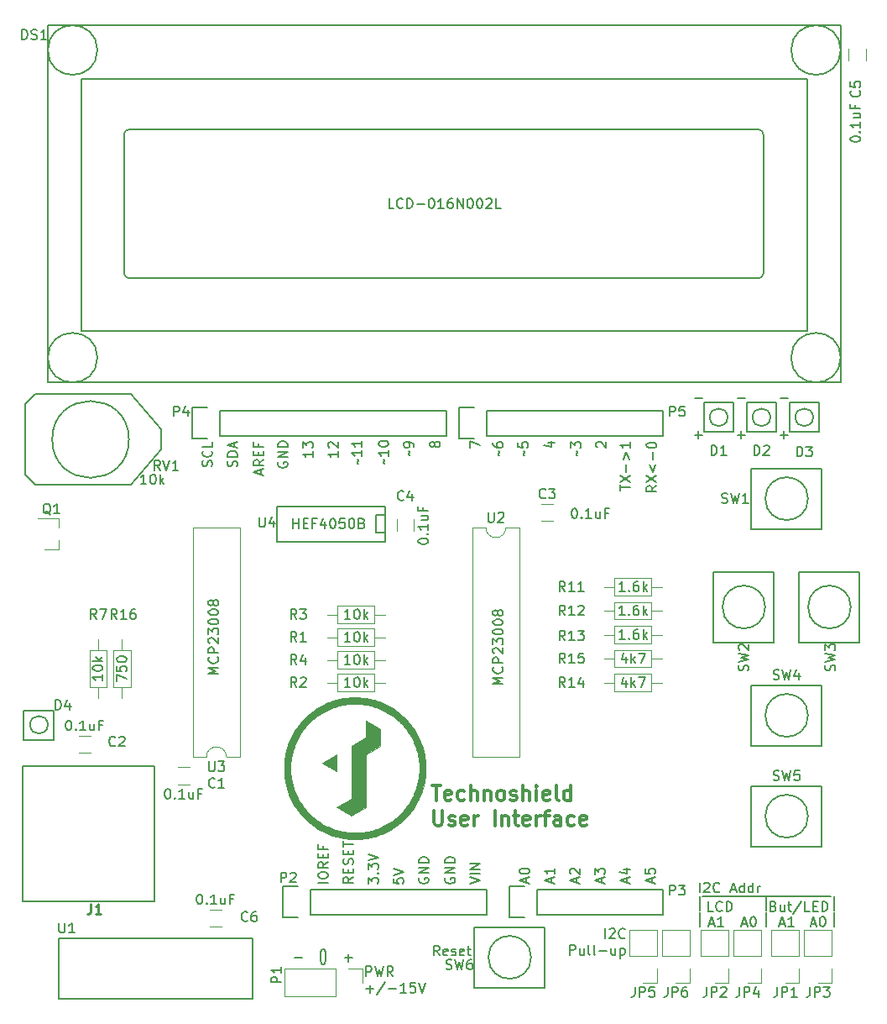
<source format=gbr>
G04 #@! TF.FileFunction,Legend,Top*
%FSLAX46Y46*%
G04 Gerber Fmt 4.6, Leading zero omitted, Abs format (unit mm)*
G04 Created by KiCad (PCBNEW 4.0.5) date 05/03/17 08:17:14*
%MOMM*%
%LPD*%
G01*
G04 APERTURE LIST*
%ADD10C,0.100000*%
%ADD11C,0.300000*%
%ADD12C,0.150000*%
%ADD13C,0.120000*%
%ADD14C,0.200660*%
%ADD15C,0.010000*%
%ADD16C,0.250000*%
G04 APERTURE END LIST*
D10*
D11*
X152415857Y-112076571D02*
X153273000Y-112076571D01*
X152844429Y-113576571D02*
X152844429Y-112076571D01*
X154344428Y-113505143D02*
X154201571Y-113576571D01*
X153915857Y-113576571D01*
X153773000Y-113505143D01*
X153701571Y-113362286D01*
X153701571Y-112790857D01*
X153773000Y-112648000D01*
X153915857Y-112576571D01*
X154201571Y-112576571D01*
X154344428Y-112648000D01*
X154415857Y-112790857D01*
X154415857Y-112933714D01*
X153701571Y-113076571D01*
X155701571Y-113505143D02*
X155558714Y-113576571D01*
X155273000Y-113576571D01*
X155130142Y-113505143D01*
X155058714Y-113433714D01*
X154987285Y-113290857D01*
X154987285Y-112862286D01*
X155058714Y-112719429D01*
X155130142Y-112648000D01*
X155273000Y-112576571D01*
X155558714Y-112576571D01*
X155701571Y-112648000D01*
X156344428Y-113576571D02*
X156344428Y-112076571D01*
X156987285Y-113576571D02*
X156987285Y-112790857D01*
X156915856Y-112648000D01*
X156772999Y-112576571D01*
X156558714Y-112576571D01*
X156415856Y-112648000D01*
X156344428Y-112719429D01*
X157701571Y-112576571D02*
X157701571Y-113576571D01*
X157701571Y-112719429D02*
X157772999Y-112648000D01*
X157915857Y-112576571D01*
X158130142Y-112576571D01*
X158272999Y-112648000D01*
X158344428Y-112790857D01*
X158344428Y-113576571D01*
X159273000Y-113576571D02*
X159130142Y-113505143D01*
X159058714Y-113433714D01*
X158987285Y-113290857D01*
X158987285Y-112862286D01*
X159058714Y-112719429D01*
X159130142Y-112648000D01*
X159273000Y-112576571D01*
X159487285Y-112576571D01*
X159630142Y-112648000D01*
X159701571Y-112719429D01*
X159773000Y-112862286D01*
X159773000Y-113290857D01*
X159701571Y-113433714D01*
X159630142Y-113505143D01*
X159487285Y-113576571D01*
X159273000Y-113576571D01*
X160344428Y-113505143D02*
X160487285Y-113576571D01*
X160773000Y-113576571D01*
X160915857Y-113505143D01*
X160987285Y-113362286D01*
X160987285Y-113290857D01*
X160915857Y-113148000D01*
X160773000Y-113076571D01*
X160558714Y-113076571D01*
X160415857Y-113005143D01*
X160344428Y-112862286D01*
X160344428Y-112790857D01*
X160415857Y-112648000D01*
X160558714Y-112576571D01*
X160773000Y-112576571D01*
X160915857Y-112648000D01*
X161630143Y-113576571D02*
X161630143Y-112076571D01*
X162273000Y-113576571D02*
X162273000Y-112790857D01*
X162201571Y-112648000D01*
X162058714Y-112576571D01*
X161844429Y-112576571D01*
X161701571Y-112648000D01*
X161630143Y-112719429D01*
X162987286Y-113576571D02*
X162987286Y-112576571D01*
X162987286Y-112076571D02*
X162915857Y-112148000D01*
X162987286Y-112219429D01*
X163058714Y-112148000D01*
X162987286Y-112076571D01*
X162987286Y-112219429D01*
X164273000Y-113505143D02*
X164130143Y-113576571D01*
X163844429Y-113576571D01*
X163701572Y-113505143D01*
X163630143Y-113362286D01*
X163630143Y-112790857D01*
X163701572Y-112648000D01*
X163844429Y-112576571D01*
X164130143Y-112576571D01*
X164273000Y-112648000D01*
X164344429Y-112790857D01*
X164344429Y-112933714D01*
X163630143Y-113076571D01*
X165201572Y-113576571D02*
X165058714Y-113505143D01*
X164987286Y-113362286D01*
X164987286Y-112076571D01*
X166415857Y-113576571D02*
X166415857Y-112076571D01*
X166415857Y-113505143D02*
X166273000Y-113576571D01*
X165987286Y-113576571D01*
X165844428Y-113505143D01*
X165773000Y-113433714D01*
X165701571Y-113290857D01*
X165701571Y-112862286D01*
X165773000Y-112719429D01*
X165844428Y-112648000D01*
X165987286Y-112576571D01*
X166273000Y-112576571D01*
X166415857Y-112648000D01*
X152630143Y-114626571D02*
X152630143Y-115840857D01*
X152701571Y-115983714D01*
X152773000Y-116055143D01*
X152915857Y-116126571D01*
X153201571Y-116126571D01*
X153344429Y-116055143D01*
X153415857Y-115983714D01*
X153487286Y-115840857D01*
X153487286Y-114626571D01*
X154130143Y-116055143D02*
X154273000Y-116126571D01*
X154558715Y-116126571D01*
X154701572Y-116055143D01*
X154773000Y-115912286D01*
X154773000Y-115840857D01*
X154701572Y-115698000D01*
X154558715Y-115626571D01*
X154344429Y-115626571D01*
X154201572Y-115555143D01*
X154130143Y-115412286D01*
X154130143Y-115340857D01*
X154201572Y-115198000D01*
X154344429Y-115126571D01*
X154558715Y-115126571D01*
X154701572Y-115198000D01*
X155987286Y-116055143D02*
X155844429Y-116126571D01*
X155558715Y-116126571D01*
X155415858Y-116055143D01*
X155344429Y-115912286D01*
X155344429Y-115340857D01*
X155415858Y-115198000D01*
X155558715Y-115126571D01*
X155844429Y-115126571D01*
X155987286Y-115198000D01*
X156058715Y-115340857D01*
X156058715Y-115483714D01*
X155344429Y-115626571D01*
X156701572Y-116126571D02*
X156701572Y-115126571D01*
X156701572Y-115412286D02*
X156773000Y-115269429D01*
X156844429Y-115198000D01*
X156987286Y-115126571D01*
X157130143Y-115126571D01*
X158773000Y-116126571D02*
X158773000Y-114626571D01*
X159487286Y-115126571D02*
X159487286Y-116126571D01*
X159487286Y-115269429D02*
X159558714Y-115198000D01*
X159701572Y-115126571D01*
X159915857Y-115126571D01*
X160058714Y-115198000D01*
X160130143Y-115340857D01*
X160130143Y-116126571D01*
X160630143Y-115126571D02*
X161201572Y-115126571D01*
X160844429Y-114626571D02*
X160844429Y-115912286D01*
X160915857Y-116055143D01*
X161058715Y-116126571D01*
X161201572Y-116126571D01*
X162273000Y-116055143D02*
X162130143Y-116126571D01*
X161844429Y-116126571D01*
X161701572Y-116055143D01*
X161630143Y-115912286D01*
X161630143Y-115340857D01*
X161701572Y-115198000D01*
X161844429Y-115126571D01*
X162130143Y-115126571D01*
X162273000Y-115198000D01*
X162344429Y-115340857D01*
X162344429Y-115483714D01*
X161630143Y-115626571D01*
X162987286Y-116126571D02*
X162987286Y-115126571D01*
X162987286Y-115412286D02*
X163058714Y-115269429D01*
X163130143Y-115198000D01*
X163273000Y-115126571D01*
X163415857Y-115126571D01*
X163701571Y-115126571D02*
X164273000Y-115126571D01*
X163915857Y-116126571D02*
X163915857Y-114840857D01*
X163987285Y-114698000D01*
X164130143Y-114626571D01*
X164273000Y-114626571D01*
X165415857Y-116126571D02*
X165415857Y-115340857D01*
X165344428Y-115198000D01*
X165201571Y-115126571D01*
X164915857Y-115126571D01*
X164773000Y-115198000D01*
X165415857Y-116055143D02*
X165273000Y-116126571D01*
X164915857Y-116126571D01*
X164773000Y-116055143D01*
X164701571Y-115912286D01*
X164701571Y-115769429D01*
X164773000Y-115626571D01*
X164915857Y-115555143D01*
X165273000Y-115555143D01*
X165415857Y-115483714D01*
X166773000Y-116055143D02*
X166630143Y-116126571D01*
X166344429Y-116126571D01*
X166201571Y-116055143D01*
X166130143Y-115983714D01*
X166058714Y-115840857D01*
X166058714Y-115412286D01*
X166130143Y-115269429D01*
X166201571Y-115198000D01*
X166344429Y-115126571D01*
X166630143Y-115126571D01*
X166773000Y-115198000D01*
X167987285Y-116055143D02*
X167844428Y-116126571D01*
X167558714Y-116126571D01*
X167415857Y-116055143D01*
X167344428Y-115912286D01*
X167344428Y-115340857D01*
X167415857Y-115198000D01*
X167558714Y-115126571D01*
X167844428Y-115126571D01*
X167987285Y-115198000D01*
X168058714Y-115340857D01*
X168058714Y-115483714D01*
X167344428Y-115626571D01*
D12*
X187579048Y-76779429D02*
X188340953Y-76779429D01*
X187960001Y-77160381D02*
X187960001Y-76398476D01*
X183261048Y-76779429D02*
X184022953Y-76779429D01*
X183642001Y-77160381D02*
X183642001Y-76398476D01*
X187579048Y-73096429D02*
X188340953Y-73096429D01*
X183261048Y-73096429D02*
X184022953Y-73096429D01*
X178943048Y-73096429D02*
X179704953Y-73096429D01*
X178943048Y-76779429D02*
X179704953Y-76779429D01*
X179324001Y-77160381D02*
X179324001Y-76398476D01*
X146010381Y-121999190D02*
X146010381Y-121380142D01*
X146391333Y-121713476D01*
X146391333Y-121570618D01*
X146438952Y-121475380D01*
X146486571Y-121427761D01*
X146581810Y-121380142D01*
X146819905Y-121380142D01*
X146915143Y-121427761D01*
X146962762Y-121475380D01*
X147010381Y-121570618D01*
X147010381Y-121856333D01*
X146962762Y-121951571D01*
X146915143Y-121999190D01*
X146915143Y-120951571D02*
X146962762Y-120903952D01*
X147010381Y-120951571D01*
X146962762Y-120999190D01*
X146915143Y-120951571D01*
X147010381Y-120951571D01*
X146010381Y-120570619D02*
X146010381Y-119951571D01*
X146391333Y-120284905D01*
X146391333Y-120142047D01*
X146438952Y-120046809D01*
X146486571Y-119999190D01*
X146581810Y-119951571D01*
X146819905Y-119951571D01*
X146915143Y-119999190D01*
X146962762Y-120046809D01*
X147010381Y-120142047D01*
X147010381Y-120427762D01*
X146962762Y-120523000D01*
X146915143Y-120570619D01*
X146010381Y-119665857D02*
X147010381Y-119332524D01*
X146010381Y-118999190D01*
X141930381Y-121919762D02*
X140930381Y-121919762D01*
X140930381Y-121253096D02*
X140930381Y-121062619D01*
X140978000Y-120967381D01*
X141073238Y-120872143D01*
X141263714Y-120824524D01*
X141597048Y-120824524D01*
X141787524Y-120872143D01*
X141882762Y-120967381D01*
X141930381Y-121062619D01*
X141930381Y-121253096D01*
X141882762Y-121348334D01*
X141787524Y-121443572D01*
X141597048Y-121491191D01*
X141263714Y-121491191D01*
X141073238Y-121443572D01*
X140978000Y-121348334D01*
X140930381Y-121253096D01*
X141930381Y-119824524D02*
X141454190Y-120157858D01*
X141930381Y-120395953D02*
X140930381Y-120395953D01*
X140930381Y-120015000D01*
X140978000Y-119919762D01*
X141025619Y-119872143D01*
X141120857Y-119824524D01*
X141263714Y-119824524D01*
X141358952Y-119872143D01*
X141406571Y-119919762D01*
X141454190Y-120015000D01*
X141454190Y-120395953D01*
X141406571Y-119395953D02*
X141406571Y-119062619D01*
X141930381Y-118919762D02*
X141930381Y-119395953D01*
X140930381Y-119395953D01*
X140930381Y-118919762D01*
X141406571Y-118157857D02*
X141406571Y-118491191D01*
X141930381Y-118491191D02*
X140930381Y-118491191D01*
X140930381Y-118015000D01*
X144470381Y-121340381D02*
X143994190Y-121673715D01*
X144470381Y-121911810D02*
X143470381Y-121911810D01*
X143470381Y-121530857D01*
X143518000Y-121435619D01*
X143565619Y-121388000D01*
X143660857Y-121340381D01*
X143803714Y-121340381D01*
X143898952Y-121388000D01*
X143946571Y-121435619D01*
X143994190Y-121530857D01*
X143994190Y-121911810D01*
X143946571Y-120911810D02*
X143946571Y-120578476D01*
X144470381Y-120435619D02*
X144470381Y-120911810D01*
X143470381Y-120911810D01*
X143470381Y-120435619D01*
X144422762Y-120054667D02*
X144470381Y-119911810D01*
X144470381Y-119673714D01*
X144422762Y-119578476D01*
X144375143Y-119530857D01*
X144279905Y-119483238D01*
X144184667Y-119483238D01*
X144089429Y-119530857D01*
X144041810Y-119578476D01*
X143994190Y-119673714D01*
X143946571Y-119864191D01*
X143898952Y-119959429D01*
X143851333Y-120007048D01*
X143756095Y-120054667D01*
X143660857Y-120054667D01*
X143565619Y-120007048D01*
X143518000Y-119959429D01*
X143470381Y-119864191D01*
X143470381Y-119626095D01*
X143518000Y-119483238D01*
X143946571Y-119054667D02*
X143946571Y-118721333D01*
X144470381Y-118578476D02*
X144470381Y-119054667D01*
X143470381Y-119054667D01*
X143470381Y-118578476D01*
X143470381Y-118292762D02*
X143470381Y-117721333D01*
X144470381Y-118007048D02*
X143470381Y-118007048D01*
X148550381Y-121475476D02*
X148550381Y-121951667D01*
X149026571Y-121999286D01*
X148978952Y-121951667D01*
X148931333Y-121856429D01*
X148931333Y-121618333D01*
X148978952Y-121523095D01*
X149026571Y-121475476D01*
X149121810Y-121427857D01*
X149359905Y-121427857D01*
X149455143Y-121475476D01*
X149502762Y-121523095D01*
X149550381Y-121618333D01*
X149550381Y-121856429D01*
X149502762Y-121951667D01*
X149455143Y-121999286D01*
X148550381Y-121142143D02*
X149550381Y-120808810D01*
X148550381Y-120475476D01*
X153178285Y-129230381D02*
X152844951Y-128754190D01*
X152606856Y-129230381D02*
X152606856Y-128230381D01*
X152987809Y-128230381D01*
X153083047Y-128278000D01*
X153130666Y-128325619D01*
X153178285Y-128420857D01*
X153178285Y-128563714D01*
X153130666Y-128658952D01*
X153083047Y-128706571D01*
X152987809Y-128754190D01*
X152606856Y-128754190D01*
X153987809Y-129182762D02*
X153892571Y-129230381D01*
X153702094Y-129230381D01*
X153606856Y-129182762D01*
X153559237Y-129087524D01*
X153559237Y-128706571D01*
X153606856Y-128611333D01*
X153702094Y-128563714D01*
X153892571Y-128563714D01*
X153987809Y-128611333D01*
X154035428Y-128706571D01*
X154035428Y-128801810D01*
X153559237Y-128897048D01*
X154416380Y-129182762D02*
X154511618Y-129230381D01*
X154702094Y-129230381D01*
X154797333Y-129182762D01*
X154844952Y-129087524D01*
X154844952Y-129039905D01*
X154797333Y-128944667D01*
X154702094Y-128897048D01*
X154559237Y-128897048D01*
X154463999Y-128849429D01*
X154416380Y-128754190D01*
X154416380Y-128706571D01*
X154463999Y-128611333D01*
X154559237Y-128563714D01*
X154702094Y-128563714D01*
X154797333Y-128611333D01*
X155654476Y-129182762D02*
X155559238Y-129230381D01*
X155368761Y-129230381D01*
X155273523Y-129182762D01*
X155225904Y-129087524D01*
X155225904Y-128706571D01*
X155273523Y-128611333D01*
X155368761Y-128563714D01*
X155559238Y-128563714D01*
X155654476Y-128611333D01*
X155702095Y-128706571D01*
X155702095Y-128801810D01*
X155225904Y-128897048D01*
X155987809Y-128563714D02*
X156368761Y-128563714D01*
X156130666Y-128230381D02*
X156130666Y-129087524D01*
X156178285Y-129182762D01*
X156273523Y-129230381D01*
X156368761Y-129230381D01*
X130198762Y-79930476D02*
X130246381Y-79787619D01*
X130246381Y-79549523D01*
X130198762Y-79454285D01*
X130151143Y-79406666D01*
X130055905Y-79359047D01*
X129960667Y-79359047D01*
X129865429Y-79406666D01*
X129817810Y-79454285D01*
X129770190Y-79549523D01*
X129722571Y-79740000D01*
X129674952Y-79835238D01*
X129627333Y-79882857D01*
X129532095Y-79930476D01*
X129436857Y-79930476D01*
X129341619Y-79882857D01*
X129294000Y-79835238D01*
X129246381Y-79740000D01*
X129246381Y-79501904D01*
X129294000Y-79359047D01*
X130151143Y-78359047D02*
X130198762Y-78406666D01*
X130246381Y-78549523D01*
X130246381Y-78644761D01*
X130198762Y-78787619D01*
X130103524Y-78882857D01*
X130008286Y-78930476D01*
X129817810Y-78978095D01*
X129674952Y-78978095D01*
X129484476Y-78930476D01*
X129389238Y-78882857D01*
X129294000Y-78787619D01*
X129246381Y-78644761D01*
X129246381Y-78549523D01*
X129294000Y-78406666D01*
X129341619Y-78359047D01*
X130246381Y-77454285D02*
X130246381Y-77930476D01*
X129246381Y-77930476D01*
X132738762Y-79954286D02*
X132786381Y-79811429D01*
X132786381Y-79573333D01*
X132738762Y-79478095D01*
X132691143Y-79430476D01*
X132595905Y-79382857D01*
X132500667Y-79382857D01*
X132405429Y-79430476D01*
X132357810Y-79478095D01*
X132310190Y-79573333D01*
X132262571Y-79763810D01*
X132214952Y-79859048D01*
X132167333Y-79906667D01*
X132072095Y-79954286D01*
X131976857Y-79954286D01*
X131881619Y-79906667D01*
X131834000Y-79859048D01*
X131786381Y-79763810D01*
X131786381Y-79525714D01*
X131834000Y-79382857D01*
X132786381Y-78954286D02*
X131786381Y-78954286D01*
X131786381Y-78716191D01*
X131834000Y-78573333D01*
X131929238Y-78478095D01*
X132024476Y-78430476D01*
X132214952Y-78382857D01*
X132357810Y-78382857D01*
X132548286Y-78430476D01*
X132643524Y-78478095D01*
X132738762Y-78573333D01*
X132786381Y-78716191D01*
X132786381Y-78954286D01*
X132500667Y-78001905D02*
X132500667Y-77525714D01*
X132786381Y-78097143D02*
X131786381Y-77763810D01*
X132786381Y-77430476D01*
X135167667Y-80740048D02*
X135167667Y-80263857D01*
X135453381Y-80835286D02*
X134453381Y-80501953D01*
X135453381Y-80168619D01*
X135453381Y-79263857D02*
X134977190Y-79597191D01*
X135453381Y-79835286D02*
X134453381Y-79835286D01*
X134453381Y-79454333D01*
X134501000Y-79359095D01*
X134548619Y-79311476D01*
X134643857Y-79263857D01*
X134786714Y-79263857D01*
X134881952Y-79311476D01*
X134929571Y-79359095D01*
X134977190Y-79454333D01*
X134977190Y-79835286D01*
X134929571Y-78835286D02*
X134929571Y-78501952D01*
X135453381Y-78359095D02*
X135453381Y-78835286D01*
X134453381Y-78835286D01*
X134453381Y-78359095D01*
X134929571Y-77597190D02*
X134929571Y-77930524D01*
X135453381Y-77930524D02*
X134453381Y-77930524D01*
X134453381Y-77454333D01*
X136914000Y-79501904D02*
X136866381Y-79597142D01*
X136866381Y-79739999D01*
X136914000Y-79882857D01*
X137009238Y-79978095D01*
X137104476Y-80025714D01*
X137294952Y-80073333D01*
X137437810Y-80073333D01*
X137628286Y-80025714D01*
X137723524Y-79978095D01*
X137818762Y-79882857D01*
X137866381Y-79739999D01*
X137866381Y-79644761D01*
X137818762Y-79501904D01*
X137771143Y-79454285D01*
X137437810Y-79454285D01*
X137437810Y-79644761D01*
X137866381Y-79025714D02*
X136866381Y-79025714D01*
X137866381Y-78454285D01*
X136866381Y-78454285D01*
X137866381Y-77978095D02*
X136866381Y-77978095D01*
X136866381Y-77740000D01*
X136914000Y-77597142D01*
X137009238Y-77501904D01*
X137104476Y-77454285D01*
X137294952Y-77406666D01*
X137437810Y-77406666D01*
X137628286Y-77454285D01*
X137723524Y-77501904D01*
X137818762Y-77597142D01*
X137866381Y-77740000D01*
X137866381Y-77978095D01*
X140406381Y-78422476D02*
X140406381Y-78993905D01*
X140406381Y-78708191D02*
X139406381Y-78708191D01*
X139549238Y-78803429D01*
X139644476Y-78898667D01*
X139692095Y-78993905D01*
X139406381Y-78089143D02*
X139406381Y-77470095D01*
X139787333Y-77803429D01*
X139787333Y-77660571D01*
X139834952Y-77565333D01*
X139882571Y-77517714D01*
X139977810Y-77470095D01*
X140215905Y-77470095D01*
X140311143Y-77517714D01*
X140358762Y-77565333D01*
X140406381Y-77660571D01*
X140406381Y-77946286D01*
X140358762Y-78041524D01*
X140311143Y-78089143D01*
X142946381Y-78422476D02*
X142946381Y-78993905D01*
X142946381Y-78708191D02*
X141946381Y-78708191D01*
X142089238Y-78803429D01*
X142184476Y-78898667D01*
X142232095Y-78993905D01*
X142041619Y-78041524D02*
X141994000Y-77993905D01*
X141946381Y-77898667D01*
X141946381Y-77660571D01*
X141994000Y-77565333D01*
X142041619Y-77517714D01*
X142136857Y-77470095D01*
X142232095Y-77470095D01*
X142374952Y-77517714D01*
X142946381Y-78089143D01*
X142946381Y-77470095D01*
X144978429Y-79700286D02*
X144930810Y-79652667D01*
X144883190Y-79557429D01*
X144978429Y-79366953D01*
X144930810Y-79271714D01*
X144883190Y-79224095D01*
X145359381Y-78319333D02*
X145359381Y-78890762D01*
X145359381Y-78605048D02*
X144359381Y-78605048D01*
X144502238Y-78700286D01*
X144597476Y-78795524D01*
X144645095Y-78890762D01*
X145359381Y-77366952D02*
X145359381Y-77938381D01*
X145359381Y-77652667D02*
X144359381Y-77652667D01*
X144502238Y-77747905D01*
X144597476Y-77843143D01*
X144645095Y-77938381D01*
X147645429Y-79700286D02*
X147597810Y-79652667D01*
X147550190Y-79557429D01*
X147645429Y-79366953D01*
X147597810Y-79271714D01*
X147550190Y-79224095D01*
X148026381Y-78319333D02*
X148026381Y-78890762D01*
X148026381Y-78605048D02*
X147026381Y-78605048D01*
X147169238Y-78700286D01*
X147264476Y-78795524D01*
X147312095Y-78890762D01*
X147026381Y-77700286D02*
X147026381Y-77605047D01*
X147074000Y-77509809D01*
X147121619Y-77462190D01*
X147216857Y-77414571D01*
X147407333Y-77366952D01*
X147645429Y-77366952D01*
X147835905Y-77414571D01*
X147931143Y-77462190D01*
X147978762Y-77509809D01*
X148026381Y-77605047D01*
X148026381Y-77700286D01*
X147978762Y-77795524D01*
X147931143Y-77843143D01*
X147835905Y-77890762D01*
X147645429Y-77938381D01*
X147407333Y-77938381D01*
X147216857Y-77890762D01*
X147121619Y-77843143D01*
X147074000Y-77795524D01*
X147026381Y-77700286D01*
X150185429Y-78843095D02*
X150137810Y-78795476D01*
X150090190Y-78700238D01*
X150185429Y-78509762D01*
X150137810Y-78414523D01*
X150090190Y-78366904D01*
X150566381Y-77938333D02*
X150566381Y-77747857D01*
X150518762Y-77652618D01*
X150471143Y-77604999D01*
X150328286Y-77509761D01*
X150137810Y-77462142D01*
X149756857Y-77462142D01*
X149661619Y-77509761D01*
X149614000Y-77557380D01*
X149566381Y-77652618D01*
X149566381Y-77843095D01*
X149614000Y-77938333D01*
X149661619Y-77985952D01*
X149756857Y-78033571D01*
X149994952Y-78033571D01*
X150090190Y-77985952D01*
X150137810Y-77938333D01*
X150185429Y-77843095D01*
X150185429Y-77652618D01*
X150137810Y-77557380D01*
X150090190Y-77509761D01*
X149994952Y-77462142D01*
X152661952Y-77819238D02*
X152614333Y-77914476D01*
X152566714Y-77962095D01*
X152471476Y-78009714D01*
X152423857Y-78009714D01*
X152328619Y-77962095D01*
X152281000Y-77914476D01*
X152233381Y-77819238D01*
X152233381Y-77628761D01*
X152281000Y-77533523D01*
X152328619Y-77485904D01*
X152423857Y-77438285D01*
X152471476Y-77438285D01*
X152566714Y-77485904D01*
X152614333Y-77533523D01*
X152661952Y-77628761D01*
X152661952Y-77819238D01*
X152709571Y-77914476D01*
X152757190Y-77962095D01*
X152852429Y-78009714D01*
X153042905Y-78009714D01*
X153138143Y-77962095D01*
X153185762Y-77914476D01*
X153233381Y-77819238D01*
X153233381Y-77628761D01*
X153185762Y-77533523D01*
X153138143Y-77485904D01*
X153042905Y-77438285D01*
X152852429Y-77438285D01*
X152757190Y-77485904D01*
X152709571Y-77533523D01*
X152661952Y-77628761D01*
X156297381Y-78057333D02*
X156297381Y-77390666D01*
X157297381Y-77819238D01*
X159202429Y-78843095D02*
X159154810Y-78795476D01*
X159107190Y-78700238D01*
X159202429Y-78509762D01*
X159154810Y-78414523D01*
X159107190Y-78366904D01*
X158583381Y-77557380D02*
X158583381Y-77747857D01*
X158631000Y-77843095D01*
X158678619Y-77890714D01*
X158821476Y-77985952D01*
X159011952Y-78033571D01*
X159392905Y-78033571D01*
X159488143Y-77985952D01*
X159535762Y-77938333D01*
X159583381Y-77843095D01*
X159583381Y-77652618D01*
X159535762Y-77557380D01*
X159488143Y-77509761D01*
X159392905Y-77462142D01*
X159154810Y-77462142D01*
X159059571Y-77509761D01*
X159011952Y-77557380D01*
X158964333Y-77652618D01*
X158964333Y-77843095D01*
X159011952Y-77938333D01*
X159059571Y-77985952D01*
X159154810Y-78033571D01*
X161742429Y-78843095D02*
X161694810Y-78795476D01*
X161647190Y-78700238D01*
X161742429Y-78509762D01*
X161694810Y-78414523D01*
X161647190Y-78366904D01*
X161123381Y-77509761D02*
X161123381Y-77985952D01*
X161599571Y-78033571D01*
X161551952Y-77985952D01*
X161504333Y-77890714D01*
X161504333Y-77652618D01*
X161551952Y-77557380D01*
X161599571Y-77509761D01*
X161694810Y-77462142D01*
X161932905Y-77462142D01*
X162028143Y-77509761D01*
X162075762Y-77557380D01*
X162123381Y-77652618D01*
X162123381Y-77890714D01*
X162075762Y-77985952D01*
X162028143Y-78033571D01*
X164123714Y-77533523D02*
X164790381Y-77533523D01*
X163742762Y-77771619D02*
X164457048Y-78009714D01*
X164457048Y-77390666D01*
X169092619Y-78009714D02*
X169045000Y-77962095D01*
X168997381Y-77866857D01*
X168997381Y-77628761D01*
X169045000Y-77533523D01*
X169092619Y-77485904D01*
X169187857Y-77438285D01*
X169283095Y-77438285D01*
X169425952Y-77485904D01*
X169997381Y-78057333D01*
X169997381Y-77438285D01*
X186150190Y-124674714D02*
X186150190Y-123246143D01*
X186150190Y-126324714D02*
X186150190Y-124896143D01*
X193008190Y-124674714D02*
X193008190Y-123246143D01*
X193008190Y-126324714D02*
X193008190Y-124896143D01*
X179419190Y-124674714D02*
X179419190Y-123246143D01*
X179419190Y-126324714D02*
X179419190Y-124896143D01*
X179705000Y-123229619D02*
X180466905Y-123229619D01*
X180466905Y-123229619D02*
X181228810Y-123229619D01*
X181228810Y-123229619D02*
X181990715Y-123229619D01*
X181990715Y-123229619D02*
X182752620Y-123229619D01*
X182752620Y-123229619D02*
X183514525Y-123229619D01*
X183514525Y-123229619D02*
X184276430Y-123229619D01*
X184276430Y-123229619D02*
X185038335Y-123229619D01*
X185038335Y-123229619D02*
X185800240Y-123229619D01*
X185800240Y-123229619D02*
X186562145Y-123229619D01*
X186562145Y-123229619D02*
X187324050Y-123229619D01*
X187324050Y-123229619D02*
X188085955Y-123229619D01*
X188085955Y-123229619D02*
X188847860Y-123229619D01*
X188847860Y-123229619D02*
X189609765Y-123229619D01*
X189609765Y-123229619D02*
X190371670Y-123229619D01*
X190371670Y-123229619D02*
X191133575Y-123229619D01*
X191133575Y-123229619D02*
X191895480Y-123229619D01*
X191895480Y-123229619D02*
X192657385Y-123229619D01*
X190690476Y-126023667D02*
X191166667Y-126023667D01*
X190595238Y-126309381D02*
X190928571Y-125309381D01*
X191261905Y-126309381D01*
X191785714Y-125309381D02*
X191880953Y-125309381D01*
X191976191Y-125357000D01*
X192023810Y-125404619D01*
X192071429Y-125499857D01*
X192119048Y-125690333D01*
X192119048Y-125928429D01*
X192071429Y-126118905D01*
X192023810Y-126214143D01*
X191976191Y-126261762D01*
X191880953Y-126309381D01*
X191785714Y-126309381D01*
X191690476Y-126261762D01*
X191642857Y-126214143D01*
X191595238Y-126118905D01*
X191547619Y-125928429D01*
X191547619Y-125690333D01*
X191595238Y-125499857D01*
X191642857Y-125404619D01*
X191690476Y-125357000D01*
X191785714Y-125309381D01*
X187515476Y-126023667D02*
X187991667Y-126023667D01*
X187420238Y-126309381D02*
X187753571Y-125309381D01*
X188086905Y-126309381D01*
X188944048Y-126309381D02*
X188372619Y-126309381D01*
X188658333Y-126309381D02*
X188658333Y-125309381D01*
X188563095Y-125452238D01*
X188467857Y-125547476D01*
X188372619Y-125595095D01*
X183705476Y-126023667D02*
X184181667Y-126023667D01*
X183610238Y-126309381D02*
X183943571Y-125309381D01*
X184276905Y-126309381D01*
X184800714Y-125309381D02*
X184895953Y-125309381D01*
X184991191Y-125357000D01*
X185038810Y-125404619D01*
X185086429Y-125499857D01*
X185134048Y-125690333D01*
X185134048Y-125928429D01*
X185086429Y-126118905D01*
X185038810Y-126214143D01*
X184991191Y-126261762D01*
X184895953Y-126309381D01*
X184800714Y-126309381D01*
X184705476Y-126261762D01*
X184657857Y-126214143D01*
X184610238Y-126118905D01*
X184562619Y-125928429D01*
X184562619Y-125690333D01*
X184610238Y-125499857D01*
X184657857Y-125404619D01*
X184705476Y-125357000D01*
X184800714Y-125309381D01*
X180403476Y-126023667D02*
X180879667Y-126023667D01*
X180308238Y-126309381D02*
X180641571Y-125309381D01*
X180974905Y-126309381D01*
X181832048Y-126309381D02*
X181260619Y-126309381D01*
X181546333Y-126309381D02*
X181546333Y-125309381D01*
X181451095Y-125452238D01*
X181355857Y-125547476D01*
X181260619Y-125595095D01*
X186880429Y-124261571D02*
X187023286Y-124309190D01*
X187070905Y-124356810D01*
X187118524Y-124452048D01*
X187118524Y-124594905D01*
X187070905Y-124690143D01*
X187023286Y-124737762D01*
X186928048Y-124785381D01*
X186547095Y-124785381D01*
X186547095Y-123785381D01*
X186880429Y-123785381D01*
X186975667Y-123833000D01*
X187023286Y-123880619D01*
X187070905Y-123975857D01*
X187070905Y-124071095D01*
X187023286Y-124166333D01*
X186975667Y-124213952D01*
X186880429Y-124261571D01*
X186547095Y-124261571D01*
X187975667Y-124118714D02*
X187975667Y-124785381D01*
X187547095Y-124118714D02*
X187547095Y-124642524D01*
X187594714Y-124737762D01*
X187689952Y-124785381D01*
X187832810Y-124785381D01*
X187928048Y-124737762D01*
X187975667Y-124690143D01*
X188309000Y-124118714D02*
X188689952Y-124118714D01*
X188451857Y-123785381D02*
X188451857Y-124642524D01*
X188499476Y-124737762D01*
X188594714Y-124785381D01*
X188689952Y-124785381D01*
X189737572Y-123737762D02*
X188880429Y-125023476D01*
X190547096Y-124785381D02*
X190070905Y-124785381D01*
X190070905Y-123785381D01*
X190880429Y-124261571D02*
X191213763Y-124261571D01*
X191356620Y-124785381D02*
X190880429Y-124785381D01*
X190880429Y-123785381D01*
X191356620Y-123785381D01*
X191785191Y-124785381D02*
X191785191Y-123785381D01*
X192023286Y-123785381D01*
X192166144Y-123833000D01*
X192261382Y-123928238D01*
X192309001Y-124023476D01*
X192356620Y-124213952D01*
X192356620Y-124356810D01*
X192309001Y-124547286D01*
X192261382Y-124642524D01*
X192166144Y-124737762D01*
X192023286Y-124785381D01*
X191785191Y-124785381D01*
X180800286Y-124785381D02*
X180324095Y-124785381D01*
X180324095Y-123785381D01*
X181705048Y-124690143D02*
X181657429Y-124737762D01*
X181514572Y-124785381D01*
X181419334Y-124785381D01*
X181276476Y-124737762D01*
X181181238Y-124642524D01*
X181133619Y-124547286D01*
X181086000Y-124356810D01*
X181086000Y-124213952D01*
X181133619Y-124023476D01*
X181181238Y-123928238D01*
X181276476Y-123833000D01*
X181419334Y-123785381D01*
X181514572Y-123785381D01*
X181657429Y-123833000D01*
X181705048Y-123880619D01*
X182133619Y-124785381D02*
X182133619Y-123785381D01*
X182371714Y-123785381D01*
X182514572Y-123833000D01*
X182609810Y-123928238D01*
X182657429Y-124023476D01*
X182705048Y-124213952D01*
X182705048Y-124356810D01*
X182657429Y-124547286D01*
X182609810Y-124642524D01*
X182514572Y-124737762D01*
X182371714Y-124785381D01*
X182133619Y-124785381D01*
X151138000Y-121411904D02*
X151090381Y-121507142D01*
X151090381Y-121649999D01*
X151138000Y-121792857D01*
X151233238Y-121888095D01*
X151328476Y-121935714D01*
X151518952Y-121983333D01*
X151661810Y-121983333D01*
X151852286Y-121935714D01*
X151947524Y-121888095D01*
X152042762Y-121792857D01*
X152090381Y-121649999D01*
X152090381Y-121554761D01*
X152042762Y-121411904D01*
X151995143Y-121364285D01*
X151661810Y-121364285D01*
X151661810Y-121554761D01*
X152090381Y-120935714D02*
X151090381Y-120935714D01*
X152090381Y-120364285D01*
X151090381Y-120364285D01*
X152090381Y-119888095D02*
X151090381Y-119888095D01*
X151090381Y-119650000D01*
X151138000Y-119507142D01*
X151233238Y-119411904D01*
X151328476Y-119364285D01*
X151518952Y-119316666D01*
X151661810Y-119316666D01*
X151852286Y-119364285D01*
X151947524Y-119411904D01*
X152042762Y-119507142D01*
X152090381Y-119650000D01*
X152090381Y-119888095D01*
X153805000Y-121411904D02*
X153757381Y-121507142D01*
X153757381Y-121649999D01*
X153805000Y-121792857D01*
X153900238Y-121888095D01*
X153995476Y-121935714D01*
X154185952Y-121983333D01*
X154328810Y-121983333D01*
X154519286Y-121935714D01*
X154614524Y-121888095D01*
X154709762Y-121792857D01*
X154757381Y-121649999D01*
X154757381Y-121554761D01*
X154709762Y-121411904D01*
X154662143Y-121364285D01*
X154328810Y-121364285D01*
X154328810Y-121554761D01*
X154757381Y-120935714D02*
X153757381Y-120935714D01*
X154757381Y-120364285D01*
X153757381Y-120364285D01*
X154757381Y-119888095D02*
X153757381Y-119888095D01*
X153757381Y-119650000D01*
X153805000Y-119507142D01*
X153900238Y-119411904D01*
X153995476Y-119364285D01*
X154185952Y-119316666D01*
X154328810Y-119316666D01*
X154519286Y-119364285D01*
X154614524Y-119411904D01*
X154709762Y-119507142D01*
X154757381Y-119650000D01*
X154757381Y-119888095D01*
X156297381Y-121999238D02*
X157297381Y-121665905D01*
X156297381Y-121332571D01*
X157297381Y-120999238D02*
X156297381Y-120999238D01*
X157297381Y-120523048D02*
X156297381Y-120523048D01*
X157297381Y-119951619D01*
X156297381Y-119951619D01*
X161964667Y-121872286D02*
X161964667Y-121396095D01*
X162250381Y-121967524D02*
X161250381Y-121634191D01*
X162250381Y-121300857D01*
X161250381Y-120777048D02*
X161250381Y-120681809D01*
X161298000Y-120586571D01*
X161345619Y-120538952D01*
X161440857Y-120491333D01*
X161631333Y-120443714D01*
X161869429Y-120443714D01*
X162059905Y-120491333D01*
X162155143Y-120538952D01*
X162202762Y-120586571D01*
X162250381Y-120681809D01*
X162250381Y-120777048D01*
X162202762Y-120872286D01*
X162155143Y-120919905D01*
X162059905Y-120967524D01*
X161869429Y-121015143D01*
X161631333Y-121015143D01*
X161440857Y-120967524D01*
X161345619Y-120919905D01*
X161298000Y-120872286D01*
X161250381Y-120777048D01*
X164504667Y-121872286D02*
X164504667Y-121396095D01*
X164790381Y-121967524D02*
X163790381Y-121634191D01*
X164790381Y-121300857D01*
X164790381Y-120443714D02*
X164790381Y-121015143D01*
X164790381Y-120729429D02*
X163790381Y-120729429D01*
X163933238Y-120824667D01*
X164028476Y-120919905D01*
X164076095Y-121015143D01*
X167044667Y-121872286D02*
X167044667Y-121396095D01*
X167330381Y-121967524D02*
X166330381Y-121634191D01*
X167330381Y-121300857D01*
X166425619Y-121015143D02*
X166378000Y-120967524D01*
X166330381Y-120872286D01*
X166330381Y-120634190D01*
X166378000Y-120538952D01*
X166425619Y-120491333D01*
X166520857Y-120443714D01*
X166616095Y-120443714D01*
X166758952Y-120491333D01*
X167330381Y-121062762D01*
X167330381Y-120443714D01*
X169584667Y-121872286D02*
X169584667Y-121396095D01*
X169870381Y-121967524D02*
X168870381Y-121634191D01*
X169870381Y-121300857D01*
X168870381Y-121062762D02*
X168870381Y-120443714D01*
X169251333Y-120777048D01*
X169251333Y-120634190D01*
X169298952Y-120538952D01*
X169346571Y-120491333D01*
X169441810Y-120443714D01*
X169679905Y-120443714D01*
X169775143Y-120491333D01*
X169822762Y-120538952D01*
X169870381Y-120634190D01*
X169870381Y-120919905D01*
X169822762Y-121015143D01*
X169775143Y-121062762D01*
X172124667Y-121872286D02*
X172124667Y-121396095D01*
X172410381Y-121967524D02*
X171410381Y-121634191D01*
X172410381Y-121300857D01*
X171743714Y-120538952D02*
X172410381Y-120538952D01*
X171362762Y-120777048D02*
X172077048Y-121015143D01*
X172077048Y-120396095D01*
X174664667Y-121872286D02*
X174664667Y-121396095D01*
X174950381Y-121967524D02*
X173950381Y-121634191D01*
X174950381Y-121300857D01*
X173950381Y-120491333D02*
X173950381Y-120967524D01*
X174426571Y-121015143D01*
X174378952Y-120967524D01*
X174331333Y-120872286D01*
X174331333Y-120634190D01*
X174378952Y-120538952D01*
X174426571Y-120491333D01*
X174521810Y-120443714D01*
X174759905Y-120443714D01*
X174855143Y-120491333D01*
X174902762Y-120538952D01*
X174950381Y-120634190D01*
X174950381Y-120872286D01*
X174902762Y-120967524D01*
X174855143Y-121015143D01*
X179435095Y-122880381D02*
X179435095Y-121880381D01*
X179863666Y-121975619D02*
X179911285Y-121928000D01*
X180006523Y-121880381D01*
X180244619Y-121880381D01*
X180339857Y-121928000D01*
X180387476Y-121975619D01*
X180435095Y-122070857D01*
X180435095Y-122166095D01*
X180387476Y-122308952D01*
X179816047Y-122880381D01*
X180435095Y-122880381D01*
X181435095Y-122785143D02*
X181387476Y-122832762D01*
X181244619Y-122880381D01*
X181149381Y-122880381D01*
X181006523Y-122832762D01*
X180911285Y-122737524D01*
X180863666Y-122642286D01*
X180816047Y-122451810D01*
X180816047Y-122308952D01*
X180863666Y-122118476D01*
X180911285Y-122023238D01*
X181006523Y-121928000D01*
X181149381Y-121880381D01*
X181244619Y-121880381D01*
X181387476Y-121928000D01*
X181435095Y-121975619D01*
X182577952Y-122594667D02*
X183054143Y-122594667D01*
X182482714Y-122880381D02*
X182816047Y-121880381D01*
X183149381Y-122880381D01*
X183911286Y-122880381D02*
X183911286Y-121880381D01*
X183911286Y-122832762D02*
X183816048Y-122880381D01*
X183625571Y-122880381D01*
X183530333Y-122832762D01*
X183482714Y-122785143D01*
X183435095Y-122689905D01*
X183435095Y-122404190D01*
X183482714Y-122308952D01*
X183530333Y-122261333D01*
X183625571Y-122213714D01*
X183816048Y-122213714D01*
X183911286Y-122261333D01*
X184816048Y-122880381D02*
X184816048Y-121880381D01*
X184816048Y-122832762D02*
X184720810Y-122880381D01*
X184530333Y-122880381D01*
X184435095Y-122832762D01*
X184387476Y-122785143D01*
X184339857Y-122689905D01*
X184339857Y-122404190D01*
X184387476Y-122308952D01*
X184435095Y-122261333D01*
X184530333Y-122213714D01*
X184720810Y-122213714D01*
X184816048Y-122261333D01*
X185292238Y-122880381D02*
X185292238Y-122213714D01*
X185292238Y-122404190D02*
X185339857Y-122308952D01*
X185387476Y-122261333D01*
X185482714Y-122213714D01*
X185577953Y-122213714D01*
X169894524Y-127516381D02*
X169894524Y-126516381D01*
X170323095Y-126611619D02*
X170370714Y-126564000D01*
X170465952Y-126516381D01*
X170704048Y-126516381D01*
X170799286Y-126564000D01*
X170846905Y-126611619D01*
X170894524Y-126706857D01*
X170894524Y-126802095D01*
X170846905Y-126944952D01*
X170275476Y-127516381D01*
X170894524Y-127516381D01*
X171894524Y-127421143D02*
X171846905Y-127468762D01*
X171704048Y-127516381D01*
X171608810Y-127516381D01*
X171465952Y-127468762D01*
X171370714Y-127373524D01*
X171323095Y-127278286D01*
X171275476Y-127087810D01*
X171275476Y-126944952D01*
X171323095Y-126754476D01*
X171370714Y-126659238D01*
X171465952Y-126564000D01*
X171608810Y-126516381D01*
X171704048Y-126516381D01*
X171846905Y-126564000D01*
X171894524Y-126611619D01*
X166323094Y-129166381D02*
X166323094Y-128166381D01*
X166704047Y-128166381D01*
X166799285Y-128214000D01*
X166846904Y-128261619D01*
X166894523Y-128356857D01*
X166894523Y-128499714D01*
X166846904Y-128594952D01*
X166799285Y-128642571D01*
X166704047Y-128690190D01*
X166323094Y-128690190D01*
X167751666Y-128499714D02*
X167751666Y-129166381D01*
X167323094Y-128499714D02*
X167323094Y-129023524D01*
X167370713Y-129118762D01*
X167465951Y-129166381D01*
X167608809Y-129166381D01*
X167704047Y-129118762D01*
X167751666Y-129071143D01*
X168370713Y-129166381D02*
X168275475Y-129118762D01*
X168227856Y-129023524D01*
X168227856Y-128166381D01*
X168894523Y-129166381D02*
X168799285Y-129118762D01*
X168751666Y-129023524D01*
X168751666Y-128166381D01*
X169275476Y-128785429D02*
X170037381Y-128785429D01*
X170942143Y-128499714D02*
X170942143Y-129166381D01*
X170513571Y-128499714D02*
X170513571Y-129023524D01*
X170561190Y-129118762D01*
X170656428Y-129166381D01*
X170799286Y-129166381D01*
X170894524Y-129118762D01*
X170942143Y-129071143D01*
X171418333Y-128499714D02*
X171418333Y-129499714D01*
X171418333Y-128547333D02*
X171513571Y-128499714D01*
X171704048Y-128499714D01*
X171799286Y-128547333D01*
X171846905Y-128594952D01*
X171894524Y-128690190D01*
X171894524Y-128975905D01*
X171846905Y-129071143D01*
X171799286Y-129118762D01*
X171704048Y-129166381D01*
X171513571Y-129166381D01*
X171418333Y-129118762D01*
X138541095Y-129484429D02*
X139303000Y-129484429D01*
X141398571Y-128591571D02*
X141493810Y-128591571D01*
X141589048Y-128663000D01*
X141636667Y-128734429D01*
X141684286Y-128877286D01*
X141731905Y-129163000D01*
X141731905Y-129520143D01*
X141684286Y-129805857D01*
X141636667Y-129948714D01*
X141589048Y-130020143D01*
X141493810Y-130091571D01*
X141398571Y-130091571D01*
X141303333Y-130020143D01*
X141255714Y-129948714D01*
X141208095Y-129805857D01*
X141160476Y-129520143D01*
X141160476Y-129163000D01*
X141208095Y-128877286D01*
X141255714Y-128734429D01*
X141303333Y-128663000D01*
X141398571Y-128591571D01*
X143621095Y-129484429D02*
X144383000Y-129484429D01*
X144002048Y-129865381D02*
X144002048Y-129103476D01*
X145780095Y-131326381D02*
X145780095Y-130326381D01*
X146161048Y-130326381D01*
X146256286Y-130374000D01*
X146303905Y-130421619D01*
X146351524Y-130516857D01*
X146351524Y-130659714D01*
X146303905Y-130754952D01*
X146256286Y-130802571D01*
X146161048Y-130850190D01*
X145780095Y-130850190D01*
X146684857Y-130326381D02*
X146922952Y-131326381D01*
X147113429Y-130612095D01*
X147303905Y-131326381D01*
X147542000Y-130326381D01*
X148494381Y-131326381D02*
X148161047Y-130850190D01*
X147922952Y-131326381D02*
X147922952Y-130326381D01*
X148303905Y-130326381D01*
X148399143Y-130374000D01*
X148446762Y-130421619D01*
X148494381Y-130516857D01*
X148494381Y-130659714D01*
X148446762Y-130754952D01*
X148399143Y-130802571D01*
X148303905Y-130850190D01*
X147922952Y-130850190D01*
X145780095Y-132595429D02*
X146542000Y-132595429D01*
X146161048Y-132976381D02*
X146161048Y-132214476D01*
X147732476Y-131928762D02*
X146875333Y-133214476D01*
X148065809Y-132595429D02*
X148827714Y-132595429D01*
X149827714Y-132976381D02*
X149256285Y-132976381D01*
X149541999Y-132976381D02*
X149541999Y-131976381D01*
X149446761Y-132119238D01*
X149351523Y-132214476D01*
X149256285Y-132262095D01*
X150732476Y-131976381D02*
X150256285Y-131976381D01*
X150208666Y-132452571D01*
X150256285Y-132404952D01*
X150351523Y-132357333D01*
X150589619Y-132357333D01*
X150684857Y-132404952D01*
X150732476Y-132452571D01*
X150780095Y-132547810D01*
X150780095Y-132785905D01*
X150732476Y-132881143D01*
X150684857Y-132928762D01*
X150589619Y-132976381D01*
X150351523Y-132976381D01*
X150256285Y-132928762D01*
X150208666Y-132881143D01*
X151065809Y-131976381D02*
X151399142Y-132976381D01*
X151732476Y-131976381D01*
X167076429Y-78843095D02*
X167028810Y-78795476D01*
X166981190Y-78700238D01*
X167076429Y-78509762D01*
X167028810Y-78414523D01*
X166981190Y-78366904D01*
X166457381Y-78081190D02*
X166457381Y-77462142D01*
X166838333Y-77795476D01*
X166838333Y-77652618D01*
X166885952Y-77557380D01*
X166933571Y-77509761D01*
X167028810Y-77462142D01*
X167266905Y-77462142D01*
X167362143Y-77509761D01*
X167409762Y-77557380D01*
X167457381Y-77652618D01*
X167457381Y-77938333D01*
X167409762Y-78033571D01*
X167362143Y-78081190D01*
X171410381Y-82359190D02*
X171410381Y-81787761D01*
X172410381Y-82073476D02*
X171410381Y-82073476D01*
X171410381Y-81549666D02*
X172410381Y-80882999D01*
X171410381Y-80882999D02*
X172410381Y-81549666D01*
X172029429Y-80502047D02*
X172029429Y-79740142D01*
X171743714Y-79263952D02*
X172029429Y-78502047D01*
X172315143Y-79263952D01*
X172410381Y-77502047D02*
X172410381Y-78073476D01*
X172410381Y-77787762D02*
X171410381Y-77787762D01*
X171553238Y-77883000D01*
X171648476Y-77978238D01*
X171696095Y-78073476D01*
X175077381Y-81890952D02*
X174601190Y-82224286D01*
X175077381Y-82462381D02*
X174077381Y-82462381D01*
X174077381Y-82081428D01*
X174125000Y-81986190D01*
X174172619Y-81938571D01*
X174267857Y-81890952D01*
X174410714Y-81890952D01*
X174505952Y-81938571D01*
X174553571Y-81986190D01*
X174601190Y-82081428D01*
X174601190Y-82462381D01*
X174077381Y-81557619D02*
X175077381Y-80890952D01*
X174077381Y-80890952D02*
X175077381Y-81557619D01*
X174410714Y-79748095D02*
X174696429Y-80510000D01*
X174982143Y-79748095D01*
X174696429Y-79271905D02*
X174696429Y-78510000D01*
X174077381Y-77843334D02*
X174077381Y-77748095D01*
X174125000Y-77652857D01*
X174172619Y-77605238D01*
X174267857Y-77557619D01*
X174458333Y-77510000D01*
X174696429Y-77510000D01*
X174886905Y-77557619D01*
X174982143Y-77605238D01*
X175029762Y-77652857D01*
X175077381Y-77748095D01*
X175077381Y-77843334D01*
X175029762Y-77938572D01*
X174982143Y-77986191D01*
X174886905Y-78033810D01*
X174696429Y-78081429D01*
X174458333Y-78081429D01*
X174267857Y-78033810D01*
X174172619Y-77986191D01*
X174125000Y-77938572D01*
X174077381Y-77843334D01*
X121866660Y-45974000D02*
X185366660Y-45974000D01*
X121366280Y-60472320D02*
X121366280Y-46471840D01*
X185366660Y-60972700D02*
X121866660Y-60972700D01*
X185867040Y-46471840D02*
X185867040Y-60472320D01*
X185864500Y-46471840D02*
G75*
G03X185366660Y-45974000I-497840J0D01*
G01*
X185366660Y-60972700D02*
G75*
G03X185867040Y-60472320I0J500380D01*
G01*
X121366280Y-60472320D02*
G75*
G03X121866660Y-60972700I500380J0D01*
G01*
X121866660Y-45971460D02*
G75*
G03X121366280Y-46471840I0J-500380D01*
G01*
X117066060Y-40873680D02*
X190266320Y-40873680D01*
X190266320Y-40873680D02*
X190266320Y-66273680D01*
X190266320Y-66273680D02*
X117066060Y-66273680D01*
X117066060Y-66273680D02*
X117066060Y-40873680D01*
X193664840Y-37973000D02*
G75*
G03X193664840Y-37973000I-2499360J0D01*
G01*
X193664840Y-68973700D02*
G75*
G03X193664840Y-68973700I-2499360J0D01*
G01*
X118668800Y-68973700D02*
G75*
G03X118668800Y-68973700I-2501900J0D01*
G01*
X118666260Y-37973000D02*
G75*
G03X118666260Y-37973000I-2499360J0D01*
G01*
X113665000Y-35473640D02*
X193664840Y-35473640D01*
X193664840Y-35473640D02*
X193664840Y-71473060D01*
X193664840Y-71473060D02*
X113665000Y-71473060D01*
X113665000Y-71473060D02*
X113665000Y-35473640D01*
D13*
X129683000Y-109213000D02*
G75*
G02X131683000Y-109213000I1000000J0D01*
G01*
X131683000Y-109213000D02*
X133053000Y-109213000D01*
X133053000Y-109213000D02*
X133053000Y-86113000D01*
X133053000Y-86113000D02*
X128313000Y-86113000D01*
X128313000Y-86113000D02*
X128313000Y-109213000D01*
X128313000Y-109213000D02*
X129683000Y-109213000D01*
X126774000Y-110264000D02*
X127948000Y-110264000D01*
X126774000Y-111986000D02*
X127948000Y-111986000D01*
X117955000Y-108811000D02*
X116781000Y-108811000D01*
X117955000Y-107089000D02*
X116781000Y-107089000D01*
X163477000Y-83721000D02*
X164651000Y-83721000D01*
X163477000Y-85443000D02*
X164651000Y-85443000D01*
X148872000Y-86459000D02*
X148872000Y-85285000D01*
X150594000Y-86459000D02*
X150594000Y-85285000D01*
X196187000Y-37874000D02*
X196187000Y-39048000D01*
X194465000Y-37874000D02*
X194465000Y-39048000D01*
X131163000Y-126337000D02*
X129989000Y-126337000D01*
X131163000Y-124615000D02*
X129989000Y-124615000D01*
D12*
X182254026Y-74993500D02*
G75*
G03X182254026Y-74993500I-898026J0D01*
G01*
X179895500Y-76454000D02*
X179895500Y-73469500D01*
X179895500Y-73469500D02*
X182880000Y-73469500D01*
X182880000Y-73469500D02*
X182880000Y-76454000D01*
X182880000Y-76454000D02*
X179895500Y-76454000D01*
X186572026Y-74993500D02*
G75*
G03X186572026Y-74993500I-898026J0D01*
G01*
X184213500Y-76454000D02*
X184213500Y-73469500D01*
X184213500Y-73469500D02*
X187198000Y-73469500D01*
X187198000Y-73469500D02*
X187198000Y-76454000D01*
X187198000Y-76454000D02*
X184213500Y-76454000D01*
X190890026Y-74993500D02*
G75*
G03X190890026Y-74993500I-898026J0D01*
G01*
X188531500Y-76454000D02*
X188531500Y-73469500D01*
X188531500Y-73469500D02*
X191516000Y-73469500D01*
X191516000Y-73469500D02*
X191516000Y-76454000D01*
X191516000Y-76454000D02*
X188531500Y-76454000D01*
X113674026Y-105981500D02*
G75*
G03X113674026Y-105981500I-898026J0D01*
G01*
X114236500Y-104521000D02*
X114236500Y-107505500D01*
X114236500Y-107505500D02*
X111252000Y-107505500D01*
X111252000Y-107505500D02*
X111252000Y-104521000D01*
X111252000Y-104521000D02*
X114236500Y-104521000D01*
D14*
X124460000Y-123766580D02*
X111160560Y-123766580D01*
X111160560Y-123766580D02*
X111160560Y-110167420D01*
X111160560Y-110167420D02*
X124460000Y-110167420D01*
X124460000Y-110167420D02*
X124460000Y-123766580D01*
D13*
X189477000Y-129286000D02*
X189477000Y-126626000D01*
X189477000Y-126626000D02*
X186697000Y-126626000D01*
X186697000Y-126626000D02*
X186697000Y-129286000D01*
X186697000Y-129286000D02*
X189477000Y-129286000D01*
X189477000Y-130556000D02*
X189477000Y-131946000D01*
X189477000Y-131946000D02*
X188087000Y-131946000D01*
X182365000Y-129286000D02*
X182365000Y-126626000D01*
X182365000Y-126626000D02*
X179585000Y-126626000D01*
X179585000Y-126626000D02*
X179585000Y-129286000D01*
X179585000Y-129286000D02*
X182365000Y-129286000D01*
X182365000Y-130556000D02*
X182365000Y-131946000D01*
X182365000Y-131946000D02*
X180975000Y-131946000D01*
X192779000Y-129286000D02*
X192779000Y-126626000D01*
X192779000Y-126626000D02*
X189999000Y-126626000D01*
X189999000Y-126626000D02*
X189999000Y-129286000D01*
X189999000Y-129286000D02*
X192779000Y-129286000D01*
X192779000Y-130556000D02*
X192779000Y-131946000D01*
X192779000Y-131946000D02*
X191389000Y-131946000D01*
X185667000Y-129286000D02*
X185667000Y-126626000D01*
X185667000Y-126626000D02*
X182887000Y-126626000D01*
X182887000Y-126626000D02*
X182887000Y-129286000D01*
X182887000Y-129286000D02*
X185667000Y-129286000D01*
X185667000Y-130556000D02*
X185667000Y-131946000D01*
X185667000Y-131946000D02*
X184277000Y-131946000D01*
X175126000Y-129286000D02*
X175126000Y-126626000D01*
X175126000Y-126626000D02*
X172346000Y-126626000D01*
X172346000Y-126626000D02*
X172346000Y-129286000D01*
X172346000Y-129286000D02*
X175126000Y-129286000D01*
X175126000Y-130556000D02*
X175126000Y-131946000D01*
X175126000Y-131946000D02*
X173736000Y-131946000D01*
X178428000Y-129286000D02*
X178428000Y-126626000D01*
X178428000Y-126626000D02*
X175648000Y-126626000D01*
X175648000Y-126626000D02*
X175648000Y-129286000D01*
X175648000Y-129286000D02*
X178428000Y-129286000D01*
X178428000Y-130556000D02*
X178428000Y-131946000D01*
X178428000Y-131946000D02*
X177038000Y-131946000D01*
X142748000Y-130563000D02*
X137548000Y-130563000D01*
X137548000Y-130563000D02*
X137548000Y-133343000D01*
X137548000Y-133343000D02*
X142748000Y-133343000D01*
X142748000Y-133343000D02*
X142748000Y-130563000D01*
X144018000Y-130563000D02*
X145408000Y-130563000D01*
X145408000Y-130563000D02*
X145408000Y-131953000D01*
D12*
X163068000Y-125095000D02*
X175768000Y-125095000D01*
X175768000Y-125095000D02*
X175768000Y-122555000D01*
X175768000Y-122555000D02*
X163068000Y-122555000D01*
X160248000Y-125375000D02*
X161798000Y-125375000D01*
X163068000Y-125095000D02*
X163068000Y-122555000D01*
X161798000Y-122275000D02*
X160248000Y-122275000D01*
X160248000Y-122275000D02*
X160248000Y-125375000D01*
X131064000Y-76835000D02*
X153924000Y-76835000D01*
X153924000Y-76835000D02*
X153924000Y-74295000D01*
X153924000Y-74295000D02*
X131064000Y-74295000D01*
X128244000Y-77115000D02*
X129794000Y-77115000D01*
X131064000Y-76835000D02*
X131064000Y-74295000D01*
X129794000Y-74015000D02*
X128244000Y-74015000D01*
X128244000Y-74015000D02*
X128244000Y-77115000D01*
X157988000Y-76835000D02*
X175768000Y-76835000D01*
X175768000Y-76835000D02*
X175768000Y-74295000D01*
X175768000Y-74295000D02*
X157988000Y-74295000D01*
X155168000Y-77115000D02*
X156718000Y-77115000D01*
X157988000Y-76835000D02*
X157988000Y-74295000D01*
X156718000Y-74015000D02*
X155168000Y-74015000D01*
X155168000Y-74015000D02*
X155168000Y-77115000D01*
D13*
X114806000Y-88321000D02*
X114806000Y-87391000D01*
X114806000Y-85161000D02*
X114806000Y-86091000D01*
X114806000Y-85161000D02*
X112646000Y-85161000D01*
X114806000Y-88321000D02*
X113346000Y-88321000D01*
D12*
X121851813Y-77216000D02*
G75*
G03X121851813Y-77216000I-3868813J0D01*
G01*
X111379000Y-73660000D02*
X112395000Y-72644000D01*
X112395000Y-72644000D02*
X122047000Y-72644000D01*
X122047000Y-72644000D02*
X125095000Y-76200000D01*
X121031000Y-81788000D02*
X122047000Y-81788000D01*
X122047000Y-81788000D02*
X125095000Y-78232000D01*
X125095000Y-78232000D02*
X125095000Y-76200000D01*
X111379000Y-73660000D02*
X111379000Y-80772000D01*
X111379000Y-80772000D02*
X112395000Y-81788000D01*
X112395000Y-81788000D02*
X121031000Y-81788000D01*
X190369261Y-83185000D02*
G75*
G03X190369261Y-83185000I-2155261J0D01*
G01*
X184658000Y-80137000D02*
X191770000Y-80137000D01*
X191770000Y-80137000D02*
X191770000Y-86233000D01*
X191770000Y-86233000D02*
X184658000Y-86233000D01*
X184658000Y-86233000D02*
X184658000Y-80137000D01*
X186051261Y-94107000D02*
G75*
G03X186051261Y-94107000I-2155261J0D01*
G01*
X180848000Y-97663000D02*
X180848000Y-90551000D01*
X180848000Y-90551000D02*
X186944000Y-90551000D01*
X186944000Y-90551000D02*
X186944000Y-97663000D01*
X186944000Y-97663000D02*
X180848000Y-97663000D01*
X194687261Y-94107000D02*
G75*
G03X194687261Y-94107000I-2155261J0D01*
G01*
X189484000Y-97663000D02*
X189484000Y-90551000D01*
X189484000Y-90551000D02*
X195580000Y-90551000D01*
X195580000Y-90551000D02*
X195580000Y-97663000D01*
X195580000Y-97663000D02*
X189484000Y-97663000D01*
X190369261Y-105029000D02*
G75*
G03X190369261Y-105029000I-2155261J0D01*
G01*
X184658000Y-101981000D02*
X191770000Y-101981000D01*
X191770000Y-101981000D02*
X191770000Y-108077000D01*
X191770000Y-108077000D02*
X184658000Y-108077000D01*
X184658000Y-108077000D02*
X184658000Y-101981000D01*
X190369261Y-115189000D02*
G75*
G03X190369261Y-115189000I-2155261J0D01*
G01*
X184658000Y-112141000D02*
X191770000Y-112141000D01*
X191770000Y-112141000D02*
X191770000Y-118237000D01*
X191770000Y-118237000D02*
X184658000Y-118237000D01*
X184658000Y-118237000D02*
X184658000Y-112141000D01*
X134366000Y-127508000D02*
X114808000Y-127508000D01*
X114808000Y-127508000D02*
X114808000Y-133604000D01*
X114808000Y-133604000D02*
X134366000Y-133604000D01*
X134366000Y-130048000D02*
X134366000Y-127508000D01*
X134366000Y-131826000D02*
X134366000Y-133604000D01*
X134366000Y-131826000D02*
X134366000Y-130048000D01*
D13*
X159877000Y-86113000D02*
G75*
G02X157877000Y-86113000I-1000000J0D01*
G01*
X157877000Y-86113000D02*
X156507000Y-86113000D01*
X156507000Y-86113000D02*
X156507000Y-109213000D01*
X156507000Y-109213000D02*
X161247000Y-109213000D01*
X161247000Y-109213000D02*
X161247000Y-86113000D01*
X161247000Y-86113000D02*
X159877000Y-86113000D01*
D12*
X146812000Y-86487000D02*
X146812000Y-86614000D01*
X136779000Y-86614000D02*
X136779000Y-87503000D01*
X147701000Y-86614000D02*
X147701000Y-87503000D01*
X147701000Y-84836000D02*
X146812000Y-84836000D01*
X146812000Y-84836000D02*
X146812000Y-86487000D01*
X146812000Y-86614000D02*
X147701000Y-86614000D01*
X136779000Y-83947000D02*
X136779000Y-86614000D01*
X136779000Y-87503000D02*
X147701000Y-87503000D01*
X147701000Y-86614000D02*
X147701000Y-83947000D01*
X136906000Y-83947000D02*
X136779000Y-83947000D01*
X147701000Y-83947000D02*
X136906000Y-83947000D01*
D13*
X142920000Y-96295000D02*
X142920000Y-98015000D01*
X142920000Y-98015000D02*
X146640000Y-98015000D01*
X146640000Y-98015000D02*
X146640000Y-96295000D01*
X146640000Y-96295000D02*
X142920000Y-96295000D01*
X141850000Y-97155000D02*
X142920000Y-97155000D01*
X147710000Y-97155000D02*
X146640000Y-97155000D01*
X142920000Y-100867000D02*
X142920000Y-102587000D01*
X142920000Y-102587000D02*
X146640000Y-102587000D01*
X146640000Y-102587000D02*
X146640000Y-100867000D01*
X146640000Y-100867000D02*
X142920000Y-100867000D01*
X141850000Y-101727000D02*
X142920000Y-101727000D01*
X147710000Y-101727000D02*
X146640000Y-101727000D01*
X142920000Y-94009000D02*
X142920000Y-95729000D01*
X142920000Y-95729000D02*
X146640000Y-95729000D01*
X146640000Y-95729000D02*
X146640000Y-94009000D01*
X146640000Y-94009000D02*
X142920000Y-94009000D01*
X141850000Y-94869000D02*
X142920000Y-94869000D01*
X147710000Y-94869000D02*
X146640000Y-94869000D01*
X142920000Y-98581000D02*
X142920000Y-100301000D01*
X142920000Y-100301000D02*
X146640000Y-100301000D01*
X146640000Y-100301000D02*
X146640000Y-98581000D01*
X146640000Y-98581000D02*
X142920000Y-98581000D01*
X141850000Y-99441000D02*
X142920000Y-99441000D01*
X147710000Y-99441000D02*
X146640000Y-99441000D01*
X119605000Y-98470000D02*
X117885000Y-98470000D01*
X117885000Y-98470000D02*
X117885000Y-102190000D01*
X117885000Y-102190000D02*
X119605000Y-102190000D01*
X119605000Y-102190000D02*
X119605000Y-98470000D01*
X118745000Y-97400000D02*
X118745000Y-98470000D01*
X118745000Y-103260000D02*
X118745000Y-102190000D01*
X174580000Y-92935000D02*
X174580000Y-91215000D01*
X174580000Y-91215000D02*
X170860000Y-91215000D01*
X170860000Y-91215000D02*
X170860000Y-92935000D01*
X170860000Y-92935000D02*
X174580000Y-92935000D01*
X175650000Y-92075000D02*
X174580000Y-92075000D01*
X169790000Y-92075000D02*
X170860000Y-92075000D01*
X174580000Y-95348000D02*
X174580000Y-93628000D01*
X174580000Y-93628000D02*
X170860000Y-93628000D01*
X170860000Y-93628000D02*
X170860000Y-95348000D01*
X170860000Y-95348000D02*
X174580000Y-95348000D01*
X175650000Y-94488000D02*
X174580000Y-94488000D01*
X169790000Y-94488000D02*
X170860000Y-94488000D01*
X174580000Y-97761000D02*
X174580000Y-96041000D01*
X174580000Y-96041000D02*
X170860000Y-96041000D01*
X170860000Y-96041000D02*
X170860000Y-97761000D01*
X170860000Y-97761000D02*
X174580000Y-97761000D01*
X175650000Y-96901000D02*
X174580000Y-96901000D01*
X169790000Y-96901000D02*
X170860000Y-96901000D01*
X170860000Y-100867000D02*
X170860000Y-102587000D01*
X170860000Y-102587000D02*
X174580000Y-102587000D01*
X174580000Y-102587000D02*
X174580000Y-100867000D01*
X174580000Y-100867000D02*
X170860000Y-100867000D01*
X169790000Y-101727000D02*
X170860000Y-101727000D01*
X175650000Y-101727000D02*
X174580000Y-101727000D01*
X170860000Y-98454000D02*
X170860000Y-100174000D01*
X170860000Y-100174000D02*
X174580000Y-100174000D01*
X174580000Y-100174000D02*
X174580000Y-98454000D01*
X174580000Y-98454000D02*
X170860000Y-98454000D01*
X169790000Y-99314000D02*
X170860000Y-99314000D01*
X175650000Y-99314000D02*
X174580000Y-99314000D01*
X120298000Y-102190000D02*
X122018000Y-102190000D01*
X122018000Y-102190000D02*
X122018000Y-98470000D01*
X122018000Y-98470000D02*
X120298000Y-98470000D01*
X120298000Y-98470000D02*
X120298000Y-102190000D01*
X121158000Y-103260000D02*
X121158000Y-102190000D01*
X121158000Y-97400000D02*
X121158000Y-98470000D01*
D12*
X162429261Y-129413000D02*
G75*
G03X162429261Y-129413000I-2155261J0D01*
G01*
X156718000Y-126365000D02*
X163830000Y-126365000D01*
X163830000Y-126365000D02*
X163830000Y-132461000D01*
X163830000Y-132461000D02*
X156718000Y-132461000D01*
X156718000Y-132461000D02*
X156718000Y-126365000D01*
X140208000Y-125095000D02*
X157988000Y-125095000D01*
X157988000Y-125095000D02*
X157988000Y-122555000D01*
X157988000Y-122555000D02*
X140208000Y-122555000D01*
X137388000Y-125375000D02*
X138938000Y-125375000D01*
X140208000Y-125095000D02*
X140208000Y-122555000D01*
X138938000Y-122275000D02*
X137388000Y-122275000D01*
X137388000Y-122275000D02*
X137388000Y-125375000D01*
D15*
G36*
X144748223Y-103223562D02*
X144841940Y-103225014D01*
X144932556Y-103227503D01*
X145021017Y-103231081D01*
X145108269Y-103235799D01*
X145195260Y-103241709D01*
X145282934Y-103248862D01*
X145372239Y-103257310D01*
X145464120Y-103267104D01*
X145469610Y-103267722D01*
X145657895Y-103291490D01*
X145844943Y-103320165D01*
X146030680Y-103353706D01*
X146215029Y-103392076D01*
X146397915Y-103435233D01*
X146579263Y-103483140D01*
X146758995Y-103535757D01*
X146937038Y-103593044D01*
X147113315Y-103654962D01*
X147287751Y-103721472D01*
X147460269Y-103792535D01*
X147630796Y-103868110D01*
X147799254Y-103948160D01*
X147965568Y-104032645D01*
X148129663Y-104121524D01*
X148291462Y-104214760D01*
X148450892Y-104312313D01*
X148607874Y-104414143D01*
X148762335Y-104520211D01*
X148914199Y-104630478D01*
X149063389Y-104744904D01*
X149209831Y-104863450D01*
X149353448Y-104986078D01*
X149494166Y-105112747D01*
X149631907Y-105243418D01*
X149766598Y-105378052D01*
X149898162Y-105516610D01*
X149989332Y-105617010D01*
X150114710Y-105761434D01*
X150235904Y-105908697D01*
X150352881Y-106058751D01*
X150465611Y-106211545D01*
X150574061Y-106367031D01*
X150678201Y-106525160D01*
X150778000Y-106685882D01*
X150873426Y-106849148D01*
X150964448Y-107014910D01*
X151051035Y-107183118D01*
X151133155Y-107353724D01*
X151210777Y-107526677D01*
X151221346Y-107551220D01*
X151292949Y-107724806D01*
X151359900Y-107900370D01*
X151422167Y-108077777D01*
X151479720Y-108256895D01*
X151532527Y-108437591D01*
X151580557Y-108619733D01*
X151623779Y-108803188D01*
X151662162Y-108987823D01*
X151695675Y-109173505D01*
X151724286Y-109360102D01*
X151747965Y-109547482D01*
X151766681Y-109735510D01*
X151780403Y-109924055D01*
X151781482Y-109942630D01*
X151783295Y-109975117D01*
X151784868Y-110004680D01*
X151786222Y-110032044D01*
X151787379Y-110057938D01*
X151788360Y-110083089D01*
X151789187Y-110108226D01*
X151789881Y-110134076D01*
X151790466Y-110161367D01*
X151790961Y-110190827D01*
X151791390Y-110223183D01*
X151791773Y-110259164D01*
X151792133Y-110299497D01*
X151792133Y-110299500D01*
X151792237Y-110432802D01*
X151790257Y-110562368D01*
X151786133Y-110689121D01*
X151779803Y-110813983D01*
X151771208Y-110937877D01*
X151760286Y-111061728D01*
X151746977Y-111186457D01*
X151731221Y-111312988D01*
X151720528Y-111390430D01*
X151691162Y-111578011D01*
X151656904Y-111764281D01*
X151617790Y-111949163D01*
X151573855Y-112132581D01*
X151525135Y-112314460D01*
X151471665Y-112494725D01*
X151413481Y-112673299D01*
X151350619Y-112850107D01*
X151283113Y-113025073D01*
X151210999Y-113198122D01*
X151134313Y-113369178D01*
X151053091Y-113538166D01*
X150967367Y-113705009D01*
X150877177Y-113869632D01*
X150782558Y-114031960D01*
X150683543Y-114191916D01*
X150580169Y-114349426D01*
X150472472Y-114504413D01*
X150360486Y-114656802D01*
X150244247Y-114806518D01*
X150123792Y-114953484D01*
X149999154Y-115097625D01*
X149960561Y-115140740D01*
X149914288Y-115191336D01*
X149864685Y-115244307D01*
X149812462Y-115298942D01*
X149758327Y-115354533D01*
X149702989Y-115410372D01*
X149647156Y-115465750D01*
X149591537Y-115519957D01*
X149536841Y-115572286D01*
X149483777Y-115622027D01*
X149433053Y-115668472D01*
X149430740Y-115670561D01*
X149287753Y-115796205D01*
X149141846Y-115917748D01*
X148993099Y-116035146D01*
X148841594Y-116148359D01*
X148687411Y-116257343D01*
X148530632Y-116362057D01*
X148371337Y-116462458D01*
X148209608Y-116558505D01*
X148045526Y-116650154D01*
X147879172Y-116737364D01*
X147710626Y-116820092D01*
X147539970Y-116898296D01*
X147367285Y-116971935D01*
X147192653Y-117040966D01*
X147016153Y-117105346D01*
X146837867Y-117165034D01*
X146657877Y-117219987D01*
X146476263Y-117270163D01*
X146293106Y-117315520D01*
X146253200Y-117324715D01*
X146078391Y-117362217D01*
X145903623Y-117395206D01*
X145728455Y-117423738D01*
X145552447Y-117447867D01*
X145375158Y-117467651D01*
X145196147Y-117483146D01*
X145014975Y-117494406D01*
X144868900Y-117500380D01*
X144853403Y-117500777D01*
X144833626Y-117501135D01*
X144810199Y-117501450D01*
X144783752Y-117501723D01*
X144754917Y-117501952D01*
X144724326Y-117502136D01*
X144692608Y-117502273D01*
X144660395Y-117502361D01*
X144628319Y-117502400D01*
X144597010Y-117502389D01*
X144567099Y-117502325D01*
X144539217Y-117502208D01*
X144513996Y-117502037D01*
X144492066Y-117501809D01*
X144474059Y-117501524D01*
X144462500Y-117501241D01*
X144367596Y-117497881D01*
X144276729Y-117493746D01*
X144188904Y-117488768D01*
X144103125Y-117482880D01*
X144018399Y-117476014D01*
X143933732Y-117468105D01*
X143864330Y-117460867D01*
X143675858Y-117437797D01*
X143488392Y-117409787D01*
X143302024Y-117376865D01*
X143116847Y-117339059D01*
X142932952Y-117296400D01*
X142750433Y-117248914D01*
X142569382Y-117196631D01*
X142389890Y-117139580D01*
X142212051Y-117077788D01*
X142035957Y-117011286D01*
X141861699Y-116940100D01*
X141689372Y-116864261D01*
X141519066Y-116783796D01*
X141350875Y-116698735D01*
X141274800Y-116658371D01*
X141108947Y-116566183D01*
X140945715Y-116469657D01*
X140785167Y-116368847D01*
X140627368Y-116263804D01*
X140472383Y-116154582D01*
X140320276Y-116041234D01*
X140171111Y-115923812D01*
X140024954Y-115802369D01*
X139881868Y-115676958D01*
X139741919Y-115547631D01*
X139605171Y-115414442D01*
X139471688Y-115277444D01*
X139341535Y-115136688D01*
X139214777Y-114992228D01*
X139163173Y-114931190D01*
X139043262Y-114783865D01*
X138927615Y-114633812D01*
X138816264Y-114481110D01*
X138709240Y-114325837D01*
X138606573Y-114168072D01*
X138508295Y-114007895D01*
X138414436Y-113845385D01*
X138325028Y-113680620D01*
X138240102Y-113513681D01*
X138159689Y-113344645D01*
X138083819Y-113173592D01*
X138012524Y-113000602D01*
X137945835Y-112825752D01*
X137883783Y-112649123D01*
X137826399Y-112470793D01*
X137773713Y-112290842D01*
X137725758Y-112109348D01*
X137682563Y-111926390D01*
X137644160Y-111742049D01*
X137610581Y-111556402D01*
X137581855Y-111369529D01*
X137558014Y-111181508D01*
X137539089Y-110992420D01*
X137525112Y-110802343D01*
X137522028Y-110747810D01*
X137518555Y-110672182D01*
X137515883Y-110592808D01*
X137514015Y-110510747D01*
X137513274Y-110452335D01*
X138147294Y-110452335D01*
X138152346Y-110634843D01*
X138159620Y-110774480D01*
X138173477Y-110955168D01*
X138192344Y-111135102D01*
X138216196Y-111314189D01*
X138245005Y-111492339D01*
X138278747Y-111669460D01*
X138317394Y-111845460D01*
X138360921Y-112020250D01*
X138409301Y-112193736D01*
X138462509Y-112365827D01*
X138520518Y-112536434D01*
X138583302Y-112705463D01*
X138650835Y-112872823D01*
X138723091Y-113038424D01*
X138800043Y-113202174D01*
X138881666Y-113363982D01*
X138922928Y-113441733D01*
X139011114Y-113599885D01*
X139103676Y-113755497D01*
X139200532Y-113908469D01*
X139301602Y-114058702D01*
X139406806Y-114206097D01*
X139516063Y-114350553D01*
X139629293Y-114491973D01*
X139746416Y-114630256D01*
X139867352Y-114765303D01*
X139992019Y-114897014D01*
X140120338Y-115025291D01*
X140252229Y-115150033D01*
X140387610Y-115271142D01*
X140434060Y-115311165D01*
X140574102Y-115427389D01*
X140716982Y-115539448D01*
X140862611Y-115647300D01*
X141010902Y-115750902D01*
X141161768Y-115850210D01*
X141315120Y-115945181D01*
X141470872Y-116035771D01*
X141628935Y-116121937D01*
X141789222Y-116203637D01*
X141951646Y-116280826D01*
X142116118Y-116353461D01*
X142282552Y-116421500D01*
X142450859Y-116484898D01*
X142620952Y-116543613D01*
X142792744Y-116597601D01*
X142966147Y-116646819D01*
X143141072Y-116691224D01*
X143297910Y-116726649D01*
X143468637Y-116760569D01*
X143640431Y-116789877D01*
X143813548Y-116814605D01*
X143988244Y-116834784D01*
X144164777Y-116850445D01*
X144343403Y-116861621D01*
X144426940Y-116865286D01*
X144441204Y-116865703D01*
X144459850Y-116866047D01*
X144482349Y-116866321D01*
X144508177Y-116866528D01*
X144536804Y-116866670D01*
X144567706Y-116866749D01*
X144600354Y-116866768D01*
X144634223Y-116866728D01*
X144668784Y-116866632D01*
X144703513Y-116866482D01*
X144737880Y-116866281D01*
X144771361Y-116866030D01*
X144803428Y-116865732D01*
X144833553Y-116865389D01*
X144861212Y-116865004D01*
X144885875Y-116864578D01*
X144907018Y-116864115D01*
X144924112Y-116863615D01*
X144936210Y-116863105D01*
X144989491Y-116860185D01*
X145038458Y-116857329D01*
X145083876Y-116854476D01*
X145126508Y-116851567D01*
X145167119Y-116848543D01*
X145206473Y-116845345D01*
X145245336Y-116841912D01*
X145284471Y-116838185D01*
X145324642Y-116834105D01*
X145366614Y-116829612D01*
X145366740Y-116829599D01*
X145545776Y-116807455D01*
X145724071Y-116780305D01*
X145901502Y-116748182D01*
X146077941Y-116711121D01*
X146253265Y-116669159D01*
X146427348Y-116622330D01*
X146600064Y-116570670D01*
X146771289Y-116514213D01*
X146940897Y-116452995D01*
X147108764Y-116387051D01*
X147274763Y-116316416D01*
X147405610Y-116256800D01*
X147568781Y-116177440D01*
X147729498Y-116093653D01*
X147887681Y-116005502D01*
X148043247Y-115913051D01*
X148196114Y-115816365D01*
X148346203Y-115715508D01*
X148493431Y-115610544D01*
X148637716Y-115501537D01*
X148778977Y-115388552D01*
X148917133Y-115271653D01*
X149052102Y-115150903D01*
X149183803Y-115026368D01*
X149312154Y-114898112D01*
X149437074Y-114766198D01*
X149558481Y-114630691D01*
X149676294Y-114491655D01*
X149731940Y-114423190D01*
X149843143Y-114280435D01*
X149950403Y-114134525D01*
X150053622Y-113985617D01*
X150152702Y-113833869D01*
X150247544Y-113679438D01*
X150338049Y-113522484D01*
X150424119Y-113363165D01*
X150505656Y-113201637D01*
X150546800Y-113115610D01*
X150621106Y-112951276D01*
X150690743Y-112784992D01*
X150755679Y-112616880D01*
X150815884Y-112447061D01*
X150871328Y-112275656D01*
X150921980Y-112102786D01*
X150967808Y-111928572D01*
X151008784Y-111753135D01*
X151044874Y-111576597D01*
X151076050Y-111399077D01*
X151102280Y-111220699D01*
X151123534Y-111041582D01*
X151139781Y-110861847D01*
X151147759Y-110742730D01*
X151149365Y-110714412D01*
X151150754Y-110688735D01*
X151151944Y-110665000D01*
X151152958Y-110642508D01*
X151153815Y-110620560D01*
X151154536Y-110598459D01*
X151155141Y-110575505D01*
X151155651Y-110551001D01*
X151156086Y-110524247D01*
X151156466Y-110494546D01*
X151156813Y-110461199D01*
X151157145Y-110423507D01*
X151157163Y-110421379D01*
X151157471Y-110330630D01*
X151156830Y-110243943D01*
X151155198Y-110160381D01*
X151152534Y-110079008D01*
X151148795Y-109998888D01*
X151143941Y-109919085D01*
X151137928Y-109838662D01*
X151130716Y-109756683D01*
X151124840Y-109696973D01*
X151103851Y-109516898D01*
X151077923Y-109337932D01*
X151047091Y-109160155D01*
X151011392Y-108983648D01*
X150970861Y-108808493D01*
X150925533Y-108634770D01*
X150875445Y-108462560D01*
X150820633Y-108291944D01*
X150761132Y-108123004D01*
X150696978Y-107955820D01*
X150628206Y-107790474D01*
X150554853Y-107627045D01*
X150476954Y-107465616D01*
X150394546Y-107306267D01*
X150307663Y-107149080D01*
X150216342Y-106994135D01*
X150120619Y-106841513D01*
X150020528Y-106691295D01*
X149916107Y-106543563D01*
X149807390Y-106398397D01*
X149694414Y-106255878D01*
X149577214Y-106116088D01*
X149508286Y-106037380D01*
X149453923Y-105977258D01*
X149396134Y-105915185D01*
X149335748Y-105851993D01*
X149273588Y-105788512D01*
X149210482Y-105725571D01*
X149147257Y-105664001D01*
X149084737Y-105604634D01*
X149023749Y-105548299D01*
X149003270Y-105529768D01*
X148866264Y-105409860D01*
X148726352Y-105294052D01*
X148583626Y-105182386D01*
X148438174Y-105074906D01*
X148290086Y-104971658D01*
X148139451Y-104872685D01*
X147986360Y-104778030D01*
X147830900Y-104687738D01*
X147673163Y-104601853D01*
X147513237Y-104520419D01*
X147351213Y-104443479D01*
X147187178Y-104371079D01*
X147021224Y-104303261D01*
X146853439Y-104240070D01*
X146683913Y-104181550D01*
X146512736Y-104127745D01*
X146339997Y-104078699D01*
X146165785Y-104034456D01*
X145990191Y-103995059D01*
X145813303Y-103960553D01*
X145809970Y-103959952D01*
X145630484Y-103930221D01*
X145450403Y-103905518D01*
X145269837Y-103885845D01*
X145088897Y-103871203D01*
X144907693Y-103861594D01*
X144726334Y-103857019D01*
X144544932Y-103857479D01*
X144363595Y-103862976D01*
X144182435Y-103873511D01*
X144001560Y-103889085D01*
X143821083Y-103909700D01*
X143654780Y-103933229D01*
X143476848Y-103963302D01*
X143300196Y-103998265D01*
X143124913Y-104038072D01*
X142951086Y-104082673D01*
X142778802Y-104132021D01*
X142608151Y-104186069D01*
X142439220Y-104244769D01*
X142272096Y-104308072D01*
X142106868Y-104375932D01*
X141943625Y-104448301D01*
X141782453Y-104525130D01*
X141623440Y-104606372D01*
X141466676Y-104691980D01*
X141312247Y-104781905D01*
X141160242Y-104876101D01*
X141010749Y-104974518D01*
X140863855Y-105077110D01*
X140719649Y-105183829D01*
X140578218Y-105294626D01*
X140439651Y-105409455D01*
X140304035Y-105528267D01*
X140171459Y-105651015D01*
X140042011Y-105777652D01*
X139915777Y-105908128D01*
X139816672Y-106015790D01*
X139697091Y-106152373D01*
X139581588Y-106291914D01*
X139470208Y-106434317D01*
X139362994Y-106579492D01*
X139259992Y-106727344D01*
X139161244Y-106877782D01*
X139066796Y-107030712D01*
X138976692Y-107186042D01*
X138890974Y-107343678D01*
X138809689Y-107503528D01*
X138732879Y-107665499D01*
X138660590Y-107829499D01*
X138592865Y-107995434D01*
X138529748Y-108163212D01*
X138471283Y-108332740D01*
X138417515Y-108503924D01*
X138368488Y-108676673D01*
X138324247Y-108850894D01*
X138284834Y-109026493D01*
X138250294Y-109203378D01*
X138223229Y-109364780D01*
X138197935Y-109544931D01*
X138177693Y-109725583D01*
X138162507Y-109906692D01*
X138152376Y-110088216D01*
X138147305Y-110270112D01*
X138147294Y-110452335D01*
X137513274Y-110452335D01*
X137512953Y-110427056D01*
X137512697Y-110342794D01*
X137513248Y-110259019D01*
X137514612Y-110176792D01*
X137516787Y-110097169D01*
X137519777Y-110021209D01*
X137520745Y-110001050D01*
X137532801Y-109810101D01*
X137549801Y-109620163D01*
X137571718Y-109431308D01*
X137598528Y-109243608D01*
X137630203Y-109057136D01*
X137666718Y-108871966D01*
X137708046Y-108688170D01*
X137754161Y-108505821D01*
X137805038Y-108324992D01*
X137860649Y-108145755D01*
X137920969Y-107968184D01*
X137985971Y-107792352D01*
X138055629Y-107618330D01*
X138129918Y-107446193D01*
X138208811Y-107276012D01*
X138292281Y-107107861D01*
X138380303Y-106941813D01*
X138472851Y-106777941D01*
X138569898Y-106616316D01*
X138671418Y-106457013D01*
X138777385Y-106300104D01*
X138887773Y-106145661D01*
X138922718Y-106098522D01*
X139038677Y-105947605D01*
X139158401Y-105799969D01*
X139281801Y-105655691D01*
X139408783Y-105514845D01*
X139539257Y-105377505D01*
X139673130Y-105243746D01*
X139810312Y-105113644D01*
X139950711Y-104987273D01*
X140094236Y-104864708D01*
X140240795Y-104746024D01*
X140390296Y-104631295D01*
X140542649Y-104520597D01*
X140697761Y-104414004D01*
X140855541Y-104311591D01*
X141015898Y-104213434D01*
X141178740Y-104119606D01*
X141343976Y-104030182D01*
X141511514Y-103945238D01*
X141616609Y-103894806D01*
X141788959Y-103816671D01*
X141963184Y-103743242D01*
X142139188Y-103674545D01*
X142316875Y-103610605D01*
X142496149Y-103551445D01*
X142676915Y-103497091D01*
X142859077Y-103447568D01*
X143042538Y-103402900D01*
X143227203Y-103363111D01*
X143412975Y-103328228D01*
X143599759Y-103298273D01*
X143787460Y-103273273D01*
X143975980Y-103253252D01*
X144161510Y-103238481D01*
X144210129Y-103235346D01*
X144255598Y-103232638D01*
X144298758Y-103230330D01*
X144340447Y-103228395D01*
X144381504Y-103226808D01*
X144422767Y-103225542D01*
X144465077Y-103224569D01*
X144509271Y-103223865D01*
X144556189Y-103223403D01*
X144606671Y-103223156D01*
X144650460Y-103223095D01*
X144748223Y-103223562D01*
X144748223Y-103223562D01*
G37*
X144748223Y-103223562D02*
X144841940Y-103225014D01*
X144932556Y-103227503D01*
X145021017Y-103231081D01*
X145108269Y-103235799D01*
X145195260Y-103241709D01*
X145282934Y-103248862D01*
X145372239Y-103257310D01*
X145464120Y-103267104D01*
X145469610Y-103267722D01*
X145657895Y-103291490D01*
X145844943Y-103320165D01*
X146030680Y-103353706D01*
X146215029Y-103392076D01*
X146397915Y-103435233D01*
X146579263Y-103483140D01*
X146758995Y-103535757D01*
X146937038Y-103593044D01*
X147113315Y-103654962D01*
X147287751Y-103721472D01*
X147460269Y-103792535D01*
X147630796Y-103868110D01*
X147799254Y-103948160D01*
X147965568Y-104032645D01*
X148129663Y-104121524D01*
X148291462Y-104214760D01*
X148450892Y-104312313D01*
X148607874Y-104414143D01*
X148762335Y-104520211D01*
X148914199Y-104630478D01*
X149063389Y-104744904D01*
X149209831Y-104863450D01*
X149353448Y-104986078D01*
X149494166Y-105112747D01*
X149631907Y-105243418D01*
X149766598Y-105378052D01*
X149898162Y-105516610D01*
X149989332Y-105617010D01*
X150114710Y-105761434D01*
X150235904Y-105908697D01*
X150352881Y-106058751D01*
X150465611Y-106211545D01*
X150574061Y-106367031D01*
X150678201Y-106525160D01*
X150778000Y-106685882D01*
X150873426Y-106849148D01*
X150964448Y-107014910D01*
X151051035Y-107183118D01*
X151133155Y-107353724D01*
X151210777Y-107526677D01*
X151221346Y-107551220D01*
X151292949Y-107724806D01*
X151359900Y-107900370D01*
X151422167Y-108077777D01*
X151479720Y-108256895D01*
X151532527Y-108437591D01*
X151580557Y-108619733D01*
X151623779Y-108803188D01*
X151662162Y-108987823D01*
X151695675Y-109173505D01*
X151724286Y-109360102D01*
X151747965Y-109547482D01*
X151766681Y-109735510D01*
X151780403Y-109924055D01*
X151781482Y-109942630D01*
X151783295Y-109975117D01*
X151784868Y-110004680D01*
X151786222Y-110032044D01*
X151787379Y-110057938D01*
X151788360Y-110083089D01*
X151789187Y-110108226D01*
X151789881Y-110134076D01*
X151790466Y-110161367D01*
X151790961Y-110190827D01*
X151791390Y-110223183D01*
X151791773Y-110259164D01*
X151792133Y-110299497D01*
X151792133Y-110299500D01*
X151792237Y-110432802D01*
X151790257Y-110562368D01*
X151786133Y-110689121D01*
X151779803Y-110813983D01*
X151771208Y-110937877D01*
X151760286Y-111061728D01*
X151746977Y-111186457D01*
X151731221Y-111312988D01*
X151720528Y-111390430D01*
X151691162Y-111578011D01*
X151656904Y-111764281D01*
X151617790Y-111949163D01*
X151573855Y-112132581D01*
X151525135Y-112314460D01*
X151471665Y-112494725D01*
X151413481Y-112673299D01*
X151350619Y-112850107D01*
X151283113Y-113025073D01*
X151210999Y-113198122D01*
X151134313Y-113369178D01*
X151053091Y-113538166D01*
X150967367Y-113705009D01*
X150877177Y-113869632D01*
X150782558Y-114031960D01*
X150683543Y-114191916D01*
X150580169Y-114349426D01*
X150472472Y-114504413D01*
X150360486Y-114656802D01*
X150244247Y-114806518D01*
X150123792Y-114953484D01*
X149999154Y-115097625D01*
X149960561Y-115140740D01*
X149914288Y-115191336D01*
X149864685Y-115244307D01*
X149812462Y-115298942D01*
X149758327Y-115354533D01*
X149702989Y-115410372D01*
X149647156Y-115465750D01*
X149591537Y-115519957D01*
X149536841Y-115572286D01*
X149483777Y-115622027D01*
X149433053Y-115668472D01*
X149430740Y-115670561D01*
X149287753Y-115796205D01*
X149141846Y-115917748D01*
X148993099Y-116035146D01*
X148841594Y-116148359D01*
X148687411Y-116257343D01*
X148530632Y-116362057D01*
X148371337Y-116462458D01*
X148209608Y-116558505D01*
X148045526Y-116650154D01*
X147879172Y-116737364D01*
X147710626Y-116820092D01*
X147539970Y-116898296D01*
X147367285Y-116971935D01*
X147192653Y-117040966D01*
X147016153Y-117105346D01*
X146837867Y-117165034D01*
X146657877Y-117219987D01*
X146476263Y-117270163D01*
X146293106Y-117315520D01*
X146253200Y-117324715D01*
X146078391Y-117362217D01*
X145903623Y-117395206D01*
X145728455Y-117423738D01*
X145552447Y-117447867D01*
X145375158Y-117467651D01*
X145196147Y-117483146D01*
X145014975Y-117494406D01*
X144868900Y-117500380D01*
X144853403Y-117500777D01*
X144833626Y-117501135D01*
X144810199Y-117501450D01*
X144783752Y-117501723D01*
X144754917Y-117501952D01*
X144724326Y-117502136D01*
X144692608Y-117502273D01*
X144660395Y-117502361D01*
X144628319Y-117502400D01*
X144597010Y-117502389D01*
X144567099Y-117502325D01*
X144539217Y-117502208D01*
X144513996Y-117502037D01*
X144492066Y-117501809D01*
X144474059Y-117501524D01*
X144462500Y-117501241D01*
X144367596Y-117497881D01*
X144276729Y-117493746D01*
X144188904Y-117488768D01*
X144103125Y-117482880D01*
X144018399Y-117476014D01*
X143933732Y-117468105D01*
X143864330Y-117460867D01*
X143675858Y-117437797D01*
X143488392Y-117409787D01*
X143302024Y-117376865D01*
X143116847Y-117339059D01*
X142932952Y-117296400D01*
X142750433Y-117248914D01*
X142569382Y-117196631D01*
X142389890Y-117139580D01*
X142212051Y-117077788D01*
X142035957Y-117011286D01*
X141861699Y-116940100D01*
X141689372Y-116864261D01*
X141519066Y-116783796D01*
X141350875Y-116698735D01*
X141274800Y-116658371D01*
X141108947Y-116566183D01*
X140945715Y-116469657D01*
X140785167Y-116368847D01*
X140627368Y-116263804D01*
X140472383Y-116154582D01*
X140320276Y-116041234D01*
X140171111Y-115923812D01*
X140024954Y-115802369D01*
X139881868Y-115676958D01*
X139741919Y-115547631D01*
X139605171Y-115414442D01*
X139471688Y-115277444D01*
X139341535Y-115136688D01*
X139214777Y-114992228D01*
X139163173Y-114931190D01*
X139043262Y-114783865D01*
X138927615Y-114633812D01*
X138816264Y-114481110D01*
X138709240Y-114325837D01*
X138606573Y-114168072D01*
X138508295Y-114007895D01*
X138414436Y-113845385D01*
X138325028Y-113680620D01*
X138240102Y-113513681D01*
X138159689Y-113344645D01*
X138083819Y-113173592D01*
X138012524Y-113000602D01*
X137945835Y-112825752D01*
X137883783Y-112649123D01*
X137826399Y-112470793D01*
X137773713Y-112290842D01*
X137725758Y-112109348D01*
X137682563Y-111926390D01*
X137644160Y-111742049D01*
X137610581Y-111556402D01*
X137581855Y-111369529D01*
X137558014Y-111181508D01*
X137539089Y-110992420D01*
X137525112Y-110802343D01*
X137522028Y-110747810D01*
X137518555Y-110672182D01*
X137515883Y-110592808D01*
X137514015Y-110510747D01*
X137513274Y-110452335D01*
X138147294Y-110452335D01*
X138152346Y-110634843D01*
X138159620Y-110774480D01*
X138173477Y-110955168D01*
X138192344Y-111135102D01*
X138216196Y-111314189D01*
X138245005Y-111492339D01*
X138278747Y-111669460D01*
X138317394Y-111845460D01*
X138360921Y-112020250D01*
X138409301Y-112193736D01*
X138462509Y-112365827D01*
X138520518Y-112536434D01*
X138583302Y-112705463D01*
X138650835Y-112872823D01*
X138723091Y-113038424D01*
X138800043Y-113202174D01*
X138881666Y-113363982D01*
X138922928Y-113441733D01*
X139011114Y-113599885D01*
X139103676Y-113755497D01*
X139200532Y-113908469D01*
X139301602Y-114058702D01*
X139406806Y-114206097D01*
X139516063Y-114350553D01*
X139629293Y-114491973D01*
X139746416Y-114630256D01*
X139867352Y-114765303D01*
X139992019Y-114897014D01*
X140120338Y-115025291D01*
X140252229Y-115150033D01*
X140387610Y-115271142D01*
X140434060Y-115311165D01*
X140574102Y-115427389D01*
X140716982Y-115539448D01*
X140862611Y-115647300D01*
X141010902Y-115750902D01*
X141161768Y-115850210D01*
X141315120Y-115945181D01*
X141470872Y-116035771D01*
X141628935Y-116121937D01*
X141789222Y-116203637D01*
X141951646Y-116280826D01*
X142116118Y-116353461D01*
X142282552Y-116421500D01*
X142450859Y-116484898D01*
X142620952Y-116543613D01*
X142792744Y-116597601D01*
X142966147Y-116646819D01*
X143141072Y-116691224D01*
X143297910Y-116726649D01*
X143468637Y-116760569D01*
X143640431Y-116789877D01*
X143813548Y-116814605D01*
X143988244Y-116834784D01*
X144164777Y-116850445D01*
X144343403Y-116861621D01*
X144426940Y-116865286D01*
X144441204Y-116865703D01*
X144459850Y-116866047D01*
X144482349Y-116866321D01*
X144508177Y-116866528D01*
X144536804Y-116866670D01*
X144567706Y-116866749D01*
X144600354Y-116866768D01*
X144634223Y-116866728D01*
X144668784Y-116866632D01*
X144703513Y-116866482D01*
X144737880Y-116866281D01*
X144771361Y-116866030D01*
X144803428Y-116865732D01*
X144833553Y-116865389D01*
X144861212Y-116865004D01*
X144885875Y-116864578D01*
X144907018Y-116864115D01*
X144924112Y-116863615D01*
X144936210Y-116863105D01*
X144989491Y-116860185D01*
X145038458Y-116857329D01*
X145083876Y-116854476D01*
X145126508Y-116851567D01*
X145167119Y-116848543D01*
X145206473Y-116845345D01*
X145245336Y-116841912D01*
X145284471Y-116838185D01*
X145324642Y-116834105D01*
X145366614Y-116829612D01*
X145366740Y-116829599D01*
X145545776Y-116807455D01*
X145724071Y-116780305D01*
X145901502Y-116748182D01*
X146077941Y-116711121D01*
X146253265Y-116669159D01*
X146427348Y-116622330D01*
X146600064Y-116570670D01*
X146771289Y-116514213D01*
X146940897Y-116452995D01*
X147108764Y-116387051D01*
X147274763Y-116316416D01*
X147405610Y-116256800D01*
X147568781Y-116177440D01*
X147729498Y-116093653D01*
X147887681Y-116005502D01*
X148043247Y-115913051D01*
X148196114Y-115816365D01*
X148346203Y-115715508D01*
X148493431Y-115610544D01*
X148637716Y-115501537D01*
X148778977Y-115388552D01*
X148917133Y-115271653D01*
X149052102Y-115150903D01*
X149183803Y-115026368D01*
X149312154Y-114898112D01*
X149437074Y-114766198D01*
X149558481Y-114630691D01*
X149676294Y-114491655D01*
X149731940Y-114423190D01*
X149843143Y-114280435D01*
X149950403Y-114134525D01*
X150053622Y-113985617D01*
X150152702Y-113833869D01*
X150247544Y-113679438D01*
X150338049Y-113522484D01*
X150424119Y-113363165D01*
X150505656Y-113201637D01*
X150546800Y-113115610D01*
X150621106Y-112951276D01*
X150690743Y-112784992D01*
X150755679Y-112616880D01*
X150815884Y-112447061D01*
X150871328Y-112275656D01*
X150921980Y-112102786D01*
X150967808Y-111928572D01*
X151008784Y-111753135D01*
X151044874Y-111576597D01*
X151076050Y-111399077D01*
X151102280Y-111220699D01*
X151123534Y-111041582D01*
X151139781Y-110861847D01*
X151147759Y-110742730D01*
X151149365Y-110714412D01*
X151150754Y-110688735D01*
X151151944Y-110665000D01*
X151152958Y-110642508D01*
X151153815Y-110620560D01*
X151154536Y-110598459D01*
X151155141Y-110575505D01*
X151155651Y-110551001D01*
X151156086Y-110524247D01*
X151156466Y-110494546D01*
X151156813Y-110461199D01*
X151157145Y-110423507D01*
X151157163Y-110421379D01*
X151157471Y-110330630D01*
X151156830Y-110243943D01*
X151155198Y-110160381D01*
X151152534Y-110079008D01*
X151148795Y-109998888D01*
X151143941Y-109919085D01*
X151137928Y-109838662D01*
X151130716Y-109756683D01*
X151124840Y-109696973D01*
X151103851Y-109516898D01*
X151077923Y-109337932D01*
X151047091Y-109160155D01*
X151011392Y-108983648D01*
X150970861Y-108808493D01*
X150925533Y-108634770D01*
X150875445Y-108462560D01*
X150820633Y-108291944D01*
X150761132Y-108123004D01*
X150696978Y-107955820D01*
X150628206Y-107790474D01*
X150554853Y-107627045D01*
X150476954Y-107465616D01*
X150394546Y-107306267D01*
X150307663Y-107149080D01*
X150216342Y-106994135D01*
X150120619Y-106841513D01*
X150020528Y-106691295D01*
X149916107Y-106543563D01*
X149807390Y-106398397D01*
X149694414Y-106255878D01*
X149577214Y-106116088D01*
X149508286Y-106037380D01*
X149453923Y-105977258D01*
X149396134Y-105915185D01*
X149335748Y-105851993D01*
X149273588Y-105788512D01*
X149210482Y-105725571D01*
X149147257Y-105664001D01*
X149084737Y-105604634D01*
X149023749Y-105548299D01*
X149003270Y-105529768D01*
X148866264Y-105409860D01*
X148726352Y-105294052D01*
X148583626Y-105182386D01*
X148438174Y-105074906D01*
X148290086Y-104971658D01*
X148139451Y-104872685D01*
X147986360Y-104778030D01*
X147830900Y-104687738D01*
X147673163Y-104601853D01*
X147513237Y-104520419D01*
X147351213Y-104443479D01*
X147187178Y-104371079D01*
X147021224Y-104303261D01*
X146853439Y-104240070D01*
X146683913Y-104181550D01*
X146512736Y-104127745D01*
X146339997Y-104078699D01*
X146165785Y-104034456D01*
X145990191Y-103995059D01*
X145813303Y-103960553D01*
X145809970Y-103959952D01*
X145630484Y-103930221D01*
X145450403Y-103905518D01*
X145269837Y-103885845D01*
X145088897Y-103871203D01*
X144907693Y-103861594D01*
X144726334Y-103857019D01*
X144544932Y-103857479D01*
X144363595Y-103862976D01*
X144182435Y-103873511D01*
X144001560Y-103889085D01*
X143821083Y-103909700D01*
X143654780Y-103933229D01*
X143476848Y-103963302D01*
X143300196Y-103998265D01*
X143124913Y-104038072D01*
X142951086Y-104082673D01*
X142778802Y-104132021D01*
X142608151Y-104186069D01*
X142439220Y-104244769D01*
X142272096Y-104308072D01*
X142106868Y-104375932D01*
X141943625Y-104448301D01*
X141782453Y-104525130D01*
X141623440Y-104606372D01*
X141466676Y-104691980D01*
X141312247Y-104781905D01*
X141160242Y-104876101D01*
X141010749Y-104974518D01*
X140863855Y-105077110D01*
X140719649Y-105183829D01*
X140578218Y-105294626D01*
X140439651Y-105409455D01*
X140304035Y-105528267D01*
X140171459Y-105651015D01*
X140042011Y-105777652D01*
X139915777Y-105908128D01*
X139816672Y-106015790D01*
X139697091Y-106152373D01*
X139581588Y-106291914D01*
X139470208Y-106434317D01*
X139362994Y-106579492D01*
X139259992Y-106727344D01*
X139161244Y-106877782D01*
X139066796Y-107030712D01*
X138976692Y-107186042D01*
X138890974Y-107343678D01*
X138809689Y-107503528D01*
X138732879Y-107665499D01*
X138660590Y-107829499D01*
X138592865Y-107995434D01*
X138529748Y-108163212D01*
X138471283Y-108332740D01*
X138417515Y-108503924D01*
X138368488Y-108676673D01*
X138324247Y-108850894D01*
X138284834Y-109026493D01*
X138250294Y-109203378D01*
X138223229Y-109364780D01*
X138197935Y-109544931D01*
X138177693Y-109725583D01*
X138162507Y-109906692D01*
X138152376Y-110088216D01*
X138147305Y-110270112D01*
X138147294Y-110452335D01*
X137513274Y-110452335D01*
X137512953Y-110427056D01*
X137512697Y-110342794D01*
X137513248Y-110259019D01*
X137514612Y-110176792D01*
X137516787Y-110097169D01*
X137519777Y-110021209D01*
X137520745Y-110001050D01*
X137532801Y-109810101D01*
X137549801Y-109620163D01*
X137571718Y-109431308D01*
X137598528Y-109243608D01*
X137630203Y-109057136D01*
X137666718Y-108871966D01*
X137708046Y-108688170D01*
X137754161Y-108505821D01*
X137805038Y-108324992D01*
X137860649Y-108145755D01*
X137920969Y-107968184D01*
X137985971Y-107792352D01*
X138055629Y-107618330D01*
X138129918Y-107446193D01*
X138208811Y-107276012D01*
X138292281Y-107107861D01*
X138380303Y-106941813D01*
X138472851Y-106777941D01*
X138569898Y-106616316D01*
X138671418Y-106457013D01*
X138777385Y-106300104D01*
X138887773Y-106145661D01*
X138922718Y-106098522D01*
X139038677Y-105947605D01*
X139158401Y-105799969D01*
X139281801Y-105655691D01*
X139408783Y-105514845D01*
X139539257Y-105377505D01*
X139673130Y-105243746D01*
X139810312Y-105113644D01*
X139950711Y-104987273D01*
X140094236Y-104864708D01*
X140240795Y-104746024D01*
X140390296Y-104631295D01*
X140542649Y-104520597D01*
X140697761Y-104414004D01*
X140855541Y-104311591D01*
X141015898Y-104213434D01*
X141178740Y-104119606D01*
X141343976Y-104030182D01*
X141511514Y-103945238D01*
X141616609Y-103894806D01*
X141788959Y-103816671D01*
X141963184Y-103743242D01*
X142139188Y-103674545D01*
X142316875Y-103610605D01*
X142496149Y-103551445D01*
X142676915Y-103497091D01*
X142859077Y-103447568D01*
X143042538Y-103402900D01*
X143227203Y-103363111D01*
X143412975Y-103328228D01*
X143599759Y-103298273D01*
X143787460Y-103273273D01*
X143975980Y-103253252D01*
X144161510Y-103238481D01*
X144210129Y-103235346D01*
X144255598Y-103232638D01*
X144298758Y-103230330D01*
X144340447Y-103228395D01*
X144381504Y-103226808D01*
X144422767Y-103225542D01*
X144465077Y-103224569D01*
X144509271Y-103223865D01*
X144556189Y-103223403D01*
X144606671Y-103223156D01*
X144650460Y-103223095D01*
X144748223Y-103223562D01*
G36*
X146488676Y-106025230D02*
X147220723Y-106447590D01*
X147220826Y-107293410D01*
X147220930Y-108139230D01*
X146490050Y-108561148D01*
X145759170Y-108983067D01*
X145757900Y-111630595D01*
X145756630Y-114278124D01*
X145027650Y-114699159D01*
X144971265Y-114731719D01*
X144915999Y-114763620D01*
X144862015Y-114794769D01*
X144809473Y-114825074D01*
X144758539Y-114854439D01*
X144709374Y-114882772D01*
X144662141Y-114909979D01*
X144617004Y-114935966D01*
X144574124Y-114960641D01*
X144533665Y-114983908D01*
X144495790Y-115005676D01*
X144460661Y-115025849D01*
X144428441Y-115044336D01*
X144399293Y-115061041D01*
X144373379Y-115075872D01*
X144350864Y-115088735D01*
X144331908Y-115099536D01*
X144316676Y-115108182D01*
X144305330Y-115114579D01*
X144298033Y-115118634D01*
X144294947Y-115120253D01*
X144294860Y-115120280D01*
X144292390Y-115119032D01*
X144285685Y-115115335D01*
X144274907Y-115109284D01*
X144260218Y-115100972D01*
X144241783Y-115090492D01*
X144219762Y-115077938D01*
X144194320Y-115063404D01*
X144165619Y-115046981D01*
X144133822Y-115028765D01*
X144099091Y-115008849D01*
X144061590Y-114987326D01*
X144021481Y-114964289D01*
X143978927Y-114939831D01*
X143934090Y-114914048D01*
X143887135Y-114887031D01*
X143838222Y-114858874D01*
X143787516Y-114829671D01*
X143735179Y-114799514D01*
X143681374Y-114768499D01*
X143626264Y-114736717D01*
X143570010Y-114704263D01*
X143561561Y-114699388D01*
X143505185Y-114666844D01*
X143449952Y-114634944D01*
X143396024Y-114603781D01*
X143343563Y-114573449D01*
X143292731Y-114544041D01*
X143243689Y-114515652D01*
X143196599Y-114488376D01*
X143151622Y-114462306D01*
X143108921Y-114437537D01*
X143068656Y-114414162D01*
X143030990Y-114392275D01*
X142996084Y-114371971D01*
X142964099Y-114353343D01*
X142935198Y-114336485D01*
X142909542Y-114321491D01*
X142887292Y-114308454D01*
X142868611Y-114297470D01*
X142853660Y-114288632D01*
X142842600Y-114282033D01*
X142835593Y-114277768D01*
X142832801Y-114275931D01*
X142832756Y-114275870D01*
X142834982Y-114274418D01*
X142841447Y-114270522D01*
X142851988Y-114264277D01*
X142866444Y-114255775D01*
X142884652Y-114245111D01*
X142906450Y-114232380D01*
X142931676Y-114217675D01*
X142960169Y-114201090D01*
X142991765Y-114182719D01*
X143026304Y-114162657D01*
X143063622Y-114140997D01*
X143103558Y-114117833D01*
X143145950Y-114093260D01*
X143190636Y-114067372D01*
X143237454Y-114040262D01*
X143286241Y-114012025D01*
X143336836Y-113982754D01*
X143389077Y-113952545D01*
X143442800Y-113921490D01*
X143497846Y-113889684D01*
X143554051Y-113857221D01*
X143562244Y-113852490D01*
X144291050Y-113431650D01*
X144292548Y-108136690D01*
X145754090Y-107293392D01*
X145756630Y-105602870D01*
X146488676Y-106025230D01*
X146488676Y-106025230D01*
G37*
X146488676Y-106025230D02*
X147220723Y-106447590D01*
X147220826Y-107293410D01*
X147220930Y-108139230D01*
X146490050Y-108561148D01*
X145759170Y-108983067D01*
X145757900Y-111630595D01*
X145756630Y-114278124D01*
X145027650Y-114699159D01*
X144971265Y-114731719D01*
X144915999Y-114763620D01*
X144862015Y-114794769D01*
X144809473Y-114825074D01*
X144758539Y-114854439D01*
X144709374Y-114882772D01*
X144662141Y-114909979D01*
X144617004Y-114935966D01*
X144574124Y-114960641D01*
X144533665Y-114983908D01*
X144495790Y-115005676D01*
X144460661Y-115025849D01*
X144428441Y-115044336D01*
X144399293Y-115061041D01*
X144373379Y-115075872D01*
X144350864Y-115088735D01*
X144331908Y-115099536D01*
X144316676Y-115108182D01*
X144305330Y-115114579D01*
X144298033Y-115118634D01*
X144294947Y-115120253D01*
X144294860Y-115120280D01*
X144292390Y-115119032D01*
X144285685Y-115115335D01*
X144274907Y-115109284D01*
X144260218Y-115100972D01*
X144241783Y-115090492D01*
X144219762Y-115077938D01*
X144194320Y-115063404D01*
X144165619Y-115046981D01*
X144133822Y-115028765D01*
X144099091Y-115008849D01*
X144061590Y-114987326D01*
X144021481Y-114964289D01*
X143978927Y-114939831D01*
X143934090Y-114914048D01*
X143887135Y-114887031D01*
X143838222Y-114858874D01*
X143787516Y-114829671D01*
X143735179Y-114799514D01*
X143681374Y-114768499D01*
X143626264Y-114736717D01*
X143570010Y-114704263D01*
X143561561Y-114699388D01*
X143505185Y-114666844D01*
X143449952Y-114634944D01*
X143396024Y-114603781D01*
X143343563Y-114573449D01*
X143292731Y-114544041D01*
X143243689Y-114515652D01*
X143196599Y-114488376D01*
X143151622Y-114462306D01*
X143108921Y-114437537D01*
X143068656Y-114414162D01*
X143030990Y-114392275D01*
X142996084Y-114371971D01*
X142964099Y-114353343D01*
X142935198Y-114336485D01*
X142909542Y-114321491D01*
X142887292Y-114308454D01*
X142868611Y-114297470D01*
X142853660Y-114288632D01*
X142842600Y-114282033D01*
X142835593Y-114277768D01*
X142832801Y-114275931D01*
X142832756Y-114275870D01*
X142834982Y-114274418D01*
X142841447Y-114270522D01*
X142851988Y-114264277D01*
X142866444Y-114255775D01*
X142884652Y-114245111D01*
X142906450Y-114232380D01*
X142931676Y-114217675D01*
X142960169Y-114201090D01*
X142991765Y-114182719D01*
X143026304Y-114162657D01*
X143063622Y-114140997D01*
X143103558Y-114117833D01*
X143145950Y-114093260D01*
X143190636Y-114067372D01*
X143237454Y-114040262D01*
X143286241Y-114012025D01*
X143336836Y-113982754D01*
X143389077Y-113952545D01*
X143442800Y-113921490D01*
X143497846Y-113889684D01*
X143554051Y-113857221D01*
X143562244Y-113852490D01*
X144291050Y-113431650D01*
X144292548Y-108136690D01*
X145754090Y-107293392D01*
X145756630Y-105602870D01*
X146488676Y-106025230D01*
G36*
X142830477Y-108984938D02*
X142830846Y-108985540D01*
X142831191Y-108986842D01*
X142831513Y-108989003D01*
X142831813Y-108992183D01*
X142832090Y-108996539D01*
X142832347Y-109002232D01*
X142832584Y-109009420D01*
X142832802Y-109018264D01*
X142833001Y-109028920D01*
X142833183Y-109041550D01*
X142833348Y-109056312D01*
X142833497Y-109073365D01*
X142833630Y-109092868D01*
X142833749Y-109114981D01*
X142833855Y-109139862D01*
X142833948Y-109167670D01*
X142834029Y-109198566D01*
X142834099Y-109232707D01*
X142834158Y-109270253D01*
X142834208Y-109311364D01*
X142834249Y-109356197D01*
X142834282Y-109404914D01*
X142834308Y-109457671D01*
X142834328Y-109514629D01*
X142834342Y-109575947D01*
X142834351Y-109641783D01*
X142834357Y-109712298D01*
X142834359Y-109787650D01*
X142834360Y-109829328D01*
X142834354Y-109894563D01*
X142834337Y-109958482D01*
X142834310Y-110020899D01*
X142834272Y-110081628D01*
X142834225Y-110140481D01*
X142834169Y-110197273D01*
X142834103Y-110251818D01*
X142834029Y-110303929D01*
X142833947Y-110353420D01*
X142833858Y-110400104D01*
X142833761Y-110443796D01*
X142833657Y-110484310D01*
X142833547Y-110521458D01*
X142833430Y-110555055D01*
X142833309Y-110584914D01*
X142833182Y-110610849D01*
X142833050Y-110632674D01*
X142832914Y-110650202D01*
X142832775Y-110663248D01*
X142832631Y-110671625D01*
X142832485Y-110675147D01*
X142832455Y-110675252D01*
X142830134Y-110673984D01*
X142823577Y-110670267D01*
X142812945Y-110664196D01*
X142798402Y-110655863D01*
X142780108Y-110645363D01*
X142758226Y-110632787D01*
X142732918Y-110618231D01*
X142704346Y-110601786D01*
X142672672Y-110583548D01*
X142638059Y-110563608D01*
X142600668Y-110542061D01*
X142560661Y-110518999D01*
X142518200Y-110494517D01*
X142473448Y-110468707D01*
X142426567Y-110441664D01*
X142377718Y-110413480D01*
X142327064Y-110384248D01*
X142274767Y-110354063D01*
X142220989Y-110323018D01*
X142165892Y-110291205D01*
X142109638Y-110258719D01*
X142099696Y-110252977D01*
X142043268Y-110220383D01*
X141987980Y-110188437D01*
X141933993Y-110157234D01*
X141881468Y-110126868D01*
X141830566Y-110097431D01*
X141781451Y-110069018D01*
X141734283Y-110041723D01*
X141689223Y-110015639D01*
X141646434Y-109990859D01*
X141606077Y-109967478D01*
X141568314Y-109945588D01*
X141533305Y-109925285D01*
X141501214Y-109906661D01*
X141472201Y-109889810D01*
X141446428Y-109874826D01*
X141424057Y-109861802D01*
X141405248Y-109850832D01*
X141390165Y-109842010D01*
X141378968Y-109835430D01*
X141371819Y-109831185D01*
X141368880Y-109829368D01*
X141368811Y-109829307D01*
X141370976Y-109827952D01*
X141377345Y-109824173D01*
X141387719Y-109818083D01*
X141401903Y-109809797D01*
X141419699Y-109799429D01*
X141440909Y-109787092D01*
X141465337Y-109772901D01*
X141492785Y-109756969D01*
X141523056Y-109739410D01*
X141555954Y-109720338D01*
X141591280Y-109699868D01*
X141628838Y-109678113D01*
X141668430Y-109655187D01*
X141709860Y-109631204D01*
X141752930Y-109606278D01*
X141797444Y-109580523D01*
X141843203Y-109554052D01*
X141890011Y-109526981D01*
X141937670Y-109499422D01*
X141985984Y-109471489D01*
X142034755Y-109443297D01*
X142083786Y-109414960D01*
X142132881Y-109386591D01*
X142181841Y-109358304D01*
X142230469Y-109330213D01*
X142278569Y-109302433D01*
X142325944Y-109275077D01*
X142372395Y-109248259D01*
X142417727Y-109222093D01*
X142461741Y-109196693D01*
X142504241Y-109172172D01*
X142545030Y-109148646D01*
X142583910Y-109126227D01*
X142620684Y-109105030D01*
X142655155Y-109085168D01*
X142687126Y-109066757D01*
X142716400Y-109049908D01*
X142742779Y-109034737D01*
X142766067Y-109021357D01*
X142786065Y-109009883D01*
X142802578Y-109000427D01*
X142815408Y-108993105D01*
X142824358Y-108988030D01*
X142829230Y-108985316D01*
X142830083Y-108984877D01*
X142830477Y-108984938D01*
X142830477Y-108984938D01*
G37*
X142830477Y-108984938D02*
X142830846Y-108985540D01*
X142831191Y-108986842D01*
X142831513Y-108989003D01*
X142831813Y-108992183D01*
X142832090Y-108996539D01*
X142832347Y-109002232D01*
X142832584Y-109009420D01*
X142832802Y-109018264D01*
X142833001Y-109028920D01*
X142833183Y-109041550D01*
X142833348Y-109056312D01*
X142833497Y-109073365D01*
X142833630Y-109092868D01*
X142833749Y-109114981D01*
X142833855Y-109139862D01*
X142833948Y-109167670D01*
X142834029Y-109198566D01*
X142834099Y-109232707D01*
X142834158Y-109270253D01*
X142834208Y-109311364D01*
X142834249Y-109356197D01*
X142834282Y-109404914D01*
X142834308Y-109457671D01*
X142834328Y-109514629D01*
X142834342Y-109575947D01*
X142834351Y-109641783D01*
X142834357Y-109712298D01*
X142834359Y-109787650D01*
X142834360Y-109829328D01*
X142834354Y-109894563D01*
X142834337Y-109958482D01*
X142834310Y-110020899D01*
X142834272Y-110081628D01*
X142834225Y-110140481D01*
X142834169Y-110197273D01*
X142834103Y-110251818D01*
X142834029Y-110303929D01*
X142833947Y-110353420D01*
X142833858Y-110400104D01*
X142833761Y-110443796D01*
X142833657Y-110484310D01*
X142833547Y-110521458D01*
X142833430Y-110555055D01*
X142833309Y-110584914D01*
X142833182Y-110610849D01*
X142833050Y-110632674D01*
X142832914Y-110650202D01*
X142832775Y-110663248D01*
X142832631Y-110671625D01*
X142832485Y-110675147D01*
X142832455Y-110675252D01*
X142830134Y-110673984D01*
X142823577Y-110670267D01*
X142812945Y-110664196D01*
X142798402Y-110655863D01*
X142780108Y-110645363D01*
X142758226Y-110632787D01*
X142732918Y-110618231D01*
X142704346Y-110601786D01*
X142672672Y-110583548D01*
X142638059Y-110563608D01*
X142600668Y-110542061D01*
X142560661Y-110518999D01*
X142518200Y-110494517D01*
X142473448Y-110468707D01*
X142426567Y-110441664D01*
X142377718Y-110413480D01*
X142327064Y-110384248D01*
X142274767Y-110354063D01*
X142220989Y-110323018D01*
X142165892Y-110291205D01*
X142109638Y-110258719D01*
X142099696Y-110252977D01*
X142043268Y-110220383D01*
X141987980Y-110188437D01*
X141933993Y-110157234D01*
X141881468Y-110126868D01*
X141830566Y-110097431D01*
X141781451Y-110069018D01*
X141734283Y-110041723D01*
X141689223Y-110015639D01*
X141646434Y-109990859D01*
X141606077Y-109967478D01*
X141568314Y-109945588D01*
X141533305Y-109925285D01*
X141501214Y-109906661D01*
X141472201Y-109889810D01*
X141446428Y-109874826D01*
X141424057Y-109861802D01*
X141405248Y-109850832D01*
X141390165Y-109842010D01*
X141378968Y-109835430D01*
X141371819Y-109831185D01*
X141368880Y-109829368D01*
X141368811Y-109829307D01*
X141370976Y-109827952D01*
X141377345Y-109824173D01*
X141387719Y-109818083D01*
X141401903Y-109809797D01*
X141419699Y-109799429D01*
X141440909Y-109787092D01*
X141465337Y-109772901D01*
X141492785Y-109756969D01*
X141523056Y-109739410D01*
X141555954Y-109720338D01*
X141591280Y-109699868D01*
X141628838Y-109678113D01*
X141668430Y-109655187D01*
X141709860Y-109631204D01*
X141752930Y-109606278D01*
X141797444Y-109580523D01*
X141843203Y-109554052D01*
X141890011Y-109526981D01*
X141937670Y-109499422D01*
X141985984Y-109471489D01*
X142034755Y-109443297D01*
X142083786Y-109414960D01*
X142132881Y-109386591D01*
X142181841Y-109358304D01*
X142230469Y-109330213D01*
X142278569Y-109302433D01*
X142325944Y-109275077D01*
X142372395Y-109248259D01*
X142417727Y-109222093D01*
X142461741Y-109196693D01*
X142504241Y-109172172D01*
X142545030Y-109148646D01*
X142583910Y-109126227D01*
X142620684Y-109105030D01*
X142655155Y-109085168D01*
X142687126Y-109066757D01*
X142716400Y-109049908D01*
X142742779Y-109034737D01*
X142766067Y-109021357D01*
X142786065Y-109009883D01*
X142802578Y-109000427D01*
X142815408Y-108993105D01*
X142824358Y-108988030D01*
X142829230Y-108985316D01*
X142830083Y-108984877D01*
X142830477Y-108984938D01*
D12*
X111053714Y-36901381D02*
X111053714Y-35901381D01*
X111291809Y-35901381D01*
X111434667Y-35949000D01*
X111529905Y-36044238D01*
X111577524Y-36139476D01*
X111625143Y-36329952D01*
X111625143Y-36472810D01*
X111577524Y-36663286D01*
X111529905Y-36758524D01*
X111434667Y-36853762D01*
X111291809Y-36901381D01*
X111053714Y-36901381D01*
X112006095Y-36853762D02*
X112148952Y-36901381D01*
X112387048Y-36901381D01*
X112482286Y-36853762D01*
X112529905Y-36806143D01*
X112577524Y-36710905D01*
X112577524Y-36615667D01*
X112529905Y-36520429D01*
X112482286Y-36472810D01*
X112387048Y-36425190D01*
X112196571Y-36377571D01*
X112101333Y-36329952D01*
X112053714Y-36282333D01*
X112006095Y-36187095D01*
X112006095Y-36091857D01*
X112053714Y-35996619D01*
X112101333Y-35949000D01*
X112196571Y-35901381D01*
X112434667Y-35901381D01*
X112577524Y-35949000D01*
X113529905Y-36901381D02*
X112958476Y-36901381D01*
X113244190Y-36901381D02*
X113244190Y-35901381D01*
X113148952Y-36044238D01*
X113053714Y-36139476D01*
X112958476Y-36187095D01*
X148569682Y-53924461D02*
X148093491Y-53924461D01*
X148093491Y-52924461D01*
X149474444Y-53829223D02*
X149426825Y-53876842D01*
X149283968Y-53924461D01*
X149188730Y-53924461D01*
X149045872Y-53876842D01*
X148950634Y-53781604D01*
X148903015Y-53686366D01*
X148855396Y-53495890D01*
X148855396Y-53353032D01*
X148903015Y-53162556D01*
X148950634Y-53067318D01*
X149045872Y-52972080D01*
X149188730Y-52924461D01*
X149283968Y-52924461D01*
X149426825Y-52972080D01*
X149474444Y-53019699D01*
X149903015Y-53924461D02*
X149903015Y-52924461D01*
X150141110Y-52924461D01*
X150283968Y-52972080D01*
X150379206Y-53067318D01*
X150426825Y-53162556D01*
X150474444Y-53353032D01*
X150474444Y-53495890D01*
X150426825Y-53686366D01*
X150379206Y-53781604D01*
X150283968Y-53876842D01*
X150141110Y-53924461D01*
X149903015Y-53924461D01*
X150903015Y-53543509D02*
X151664920Y-53543509D01*
X152331586Y-52924461D02*
X152426825Y-52924461D01*
X152522063Y-52972080D01*
X152569682Y-53019699D01*
X152617301Y-53114937D01*
X152664920Y-53305413D01*
X152664920Y-53543509D01*
X152617301Y-53733985D01*
X152569682Y-53829223D01*
X152522063Y-53876842D01*
X152426825Y-53924461D01*
X152331586Y-53924461D01*
X152236348Y-53876842D01*
X152188729Y-53829223D01*
X152141110Y-53733985D01*
X152093491Y-53543509D01*
X152093491Y-53305413D01*
X152141110Y-53114937D01*
X152188729Y-53019699D01*
X152236348Y-52972080D01*
X152331586Y-52924461D01*
X153617301Y-53924461D02*
X153045872Y-53924461D01*
X153331586Y-53924461D02*
X153331586Y-52924461D01*
X153236348Y-53067318D01*
X153141110Y-53162556D01*
X153045872Y-53210175D01*
X154474444Y-52924461D02*
X154283967Y-52924461D01*
X154188729Y-52972080D01*
X154141110Y-53019699D01*
X154045872Y-53162556D01*
X153998253Y-53353032D01*
X153998253Y-53733985D01*
X154045872Y-53829223D01*
X154093491Y-53876842D01*
X154188729Y-53924461D01*
X154379206Y-53924461D01*
X154474444Y-53876842D01*
X154522063Y-53829223D01*
X154569682Y-53733985D01*
X154569682Y-53495890D01*
X154522063Y-53400651D01*
X154474444Y-53353032D01*
X154379206Y-53305413D01*
X154188729Y-53305413D01*
X154093491Y-53353032D01*
X154045872Y-53400651D01*
X153998253Y-53495890D01*
X154998253Y-53924461D02*
X154998253Y-52924461D01*
X155569682Y-53924461D01*
X155569682Y-52924461D01*
X156236348Y-52924461D02*
X156331587Y-52924461D01*
X156426825Y-52972080D01*
X156474444Y-53019699D01*
X156522063Y-53114937D01*
X156569682Y-53305413D01*
X156569682Y-53543509D01*
X156522063Y-53733985D01*
X156474444Y-53829223D01*
X156426825Y-53876842D01*
X156331587Y-53924461D01*
X156236348Y-53924461D01*
X156141110Y-53876842D01*
X156093491Y-53829223D01*
X156045872Y-53733985D01*
X155998253Y-53543509D01*
X155998253Y-53305413D01*
X156045872Y-53114937D01*
X156093491Y-53019699D01*
X156141110Y-52972080D01*
X156236348Y-52924461D01*
X157188729Y-52924461D02*
X157283968Y-52924461D01*
X157379206Y-52972080D01*
X157426825Y-53019699D01*
X157474444Y-53114937D01*
X157522063Y-53305413D01*
X157522063Y-53543509D01*
X157474444Y-53733985D01*
X157426825Y-53829223D01*
X157379206Y-53876842D01*
X157283968Y-53924461D01*
X157188729Y-53924461D01*
X157093491Y-53876842D01*
X157045872Y-53829223D01*
X156998253Y-53733985D01*
X156950634Y-53543509D01*
X156950634Y-53305413D01*
X156998253Y-53114937D01*
X157045872Y-53019699D01*
X157093491Y-52972080D01*
X157188729Y-52924461D01*
X157903015Y-53019699D02*
X157950634Y-52972080D01*
X158045872Y-52924461D01*
X158283968Y-52924461D01*
X158379206Y-52972080D01*
X158426825Y-53019699D01*
X158474444Y-53114937D01*
X158474444Y-53210175D01*
X158426825Y-53353032D01*
X157855396Y-53924461D01*
X158474444Y-53924461D01*
X159379206Y-53924461D02*
X158903015Y-53924461D01*
X158903015Y-52924461D01*
X129921095Y-109665381D02*
X129921095Y-110474905D01*
X129968714Y-110570143D01*
X130016333Y-110617762D01*
X130111571Y-110665381D01*
X130302048Y-110665381D01*
X130397286Y-110617762D01*
X130444905Y-110570143D01*
X130492524Y-110474905D01*
X130492524Y-109665381D01*
X130873476Y-109665381D02*
X131492524Y-109665381D01*
X131159190Y-110046333D01*
X131302048Y-110046333D01*
X131397286Y-110093952D01*
X131444905Y-110141571D01*
X131492524Y-110236810D01*
X131492524Y-110474905D01*
X131444905Y-110570143D01*
X131397286Y-110617762D01*
X131302048Y-110665381D01*
X131016333Y-110665381D01*
X130921095Y-110617762D01*
X130873476Y-110570143D01*
X130881381Y-100869286D02*
X129881381Y-100869286D01*
X130595667Y-100535952D01*
X129881381Y-100202619D01*
X130881381Y-100202619D01*
X130786143Y-99155000D02*
X130833762Y-99202619D01*
X130881381Y-99345476D01*
X130881381Y-99440714D01*
X130833762Y-99583572D01*
X130738524Y-99678810D01*
X130643286Y-99726429D01*
X130452810Y-99774048D01*
X130309952Y-99774048D01*
X130119476Y-99726429D01*
X130024238Y-99678810D01*
X129929000Y-99583572D01*
X129881381Y-99440714D01*
X129881381Y-99345476D01*
X129929000Y-99202619D01*
X129976619Y-99155000D01*
X130881381Y-98726429D02*
X129881381Y-98726429D01*
X129881381Y-98345476D01*
X129929000Y-98250238D01*
X129976619Y-98202619D01*
X130071857Y-98155000D01*
X130214714Y-98155000D01*
X130309952Y-98202619D01*
X130357571Y-98250238D01*
X130405190Y-98345476D01*
X130405190Y-98726429D01*
X129976619Y-97774048D02*
X129929000Y-97726429D01*
X129881381Y-97631191D01*
X129881381Y-97393095D01*
X129929000Y-97297857D01*
X129976619Y-97250238D01*
X130071857Y-97202619D01*
X130167095Y-97202619D01*
X130309952Y-97250238D01*
X130881381Y-97821667D01*
X130881381Y-97202619D01*
X129881381Y-96869286D02*
X129881381Y-96250238D01*
X130262333Y-96583572D01*
X130262333Y-96440714D01*
X130309952Y-96345476D01*
X130357571Y-96297857D01*
X130452810Y-96250238D01*
X130690905Y-96250238D01*
X130786143Y-96297857D01*
X130833762Y-96345476D01*
X130881381Y-96440714D01*
X130881381Y-96726429D01*
X130833762Y-96821667D01*
X130786143Y-96869286D01*
X129881381Y-95631191D02*
X129881381Y-95535952D01*
X129929000Y-95440714D01*
X129976619Y-95393095D01*
X130071857Y-95345476D01*
X130262333Y-95297857D01*
X130500429Y-95297857D01*
X130690905Y-95345476D01*
X130786143Y-95393095D01*
X130833762Y-95440714D01*
X130881381Y-95535952D01*
X130881381Y-95631191D01*
X130833762Y-95726429D01*
X130786143Y-95774048D01*
X130690905Y-95821667D01*
X130500429Y-95869286D01*
X130262333Y-95869286D01*
X130071857Y-95821667D01*
X129976619Y-95774048D01*
X129929000Y-95726429D01*
X129881381Y-95631191D01*
X129881381Y-94678810D02*
X129881381Y-94583571D01*
X129929000Y-94488333D01*
X129976619Y-94440714D01*
X130071857Y-94393095D01*
X130262333Y-94345476D01*
X130500429Y-94345476D01*
X130690905Y-94393095D01*
X130786143Y-94440714D01*
X130833762Y-94488333D01*
X130881381Y-94583571D01*
X130881381Y-94678810D01*
X130833762Y-94774048D01*
X130786143Y-94821667D01*
X130690905Y-94869286D01*
X130500429Y-94916905D01*
X130262333Y-94916905D01*
X130071857Y-94869286D01*
X129976619Y-94821667D01*
X129929000Y-94774048D01*
X129881381Y-94678810D01*
X130309952Y-93774048D02*
X130262333Y-93869286D01*
X130214714Y-93916905D01*
X130119476Y-93964524D01*
X130071857Y-93964524D01*
X129976619Y-93916905D01*
X129929000Y-93869286D01*
X129881381Y-93774048D01*
X129881381Y-93583571D01*
X129929000Y-93488333D01*
X129976619Y-93440714D01*
X130071857Y-93393095D01*
X130119476Y-93393095D01*
X130214714Y-93440714D01*
X130262333Y-93488333D01*
X130309952Y-93583571D01*
X130309952Y-93774048D01*
X130357571Y-93869286D01*
X130405190Y-93916905D01*
X130500429Y-93964524D01*
X130690905Y-93964524D01*
X130786143Y-93916905D01*
X130833762Y-93869286D01*
X130881381Y-93774048D01*
X130881381Y-93583571D01*
X130833762Y-93488333D01*
X130786143Y-93440714D01*
X130690905Y-93393095D01*
X130500429Y-93393095D01*
X130405190Y-93440714D01*
X130357571Y-93488333D01*
X130309952Y-93583571D01*
X130516334Y-112244143D02*
X130468715Y-112291762D01*
X130325858Y-112339381D01*
X130230620Y-112339381D01*
X130087762Y-112291762D01*
X129992524Y-112196524D01*
X129944905Y-112101286D01*
X129897286Y-111910810D01*
X129897286Y-111767952D01*
X129944905Y-111577476D01*
X129992524Y-111482238D01*
X130087762Y-111387000D01*
X130230620Y-111339381D01*
X130325858Y-111339381D01*
X130468715Y-111387000D01*
X130516334Y-111434619D01*
X131468715Y-112339381D02*
X130897286Y-112339381D01*
X131183000Y-112339381D02*
X131183000Y-111339381D01*
X131087762Y-111482238D01*
X130992524Y-111577476D01*
X130897286Y-111625095D01*
X125718143Y-112437381D02*
X125813382Y-112437381D01*
X125908620Y-112485000D01*
X125956239Y-112532619D01*
X126003858Y-112627857D01*
X126051477Y-112818333D01*
X126051477Y-113056429D01*
X126003858Y-113246905D01*
X125956239Y-113342143D01*
X125908620Y-113389762D01*
X125813382Y-113437381D01*
X125718143Y-113437381D01*
X125622905Y-113389762D01*
X125575286Y-113342143D01*
X125527667Y-113246905D01*
X125480048Y-113056429D01*
X125480048Y-112818333D01*
X125527667Y-112627857D01*
X125575286Y-112532619D01*
X125622905Y-112485000D01*
X125718143Y-112437381D01*
X126480048Y-113342143D02*
X126527667Y-113389762D01*
X126480048Y-113437381D01*
X126432429Y-113389762D01*
X126480048Y-113342143D01*
X126480048Y-113437381D01*
X127480048Y-113437381D02*
X126908619Y-113437381D01*
X127194333Y-113437381D02*
X127194333Y-112437381D01*
X127099095Y-112580238D01*
X127003857Y-112675476D01*
X126908619Y-112723095D01*
X128337191Y-112770714D02*
X128337191Y-113437381D01*
X127908619Y-112770714D02*
X127908619Y-113294524D01*
X127956238Y-113389762D01*
X128051476Y-113437381D01*
X128194334Y-113437381D01*
X128289572Y-113389762D01*
X128337191Y-113342143D01*
X129146715Y-112913571D02*
X128813381Y-112913571D01*
X128813381Y-113437381D02*
X128813381Y-112437381D01*
X129289572Y-112437381D01*
X120483334Y-108053143D02*
X120435715Y-108100762D01*
X120292858Y-108148381D01*
X120197620Y-108148381D01*
X120054762Y-108100762D01*
X119959524Y-108005524D01*
X119911905Y-107910286D01*
X119864286Y-107719810D01*
X119864286Y-107576952D01*
X119911905Y-107386476D01*
X119959524Y-107291238D01*
X120054762Y-107196000D01*
X120197620Y-107148381D01*
X120292858Y-107148381D01*
X120435715Y-107196000D01*
X120483334Y-107243619D01*
X120864286Y-107243619D02*
X120911905Y-107196000D01*
X121007143Y-107148381D01*
X121245239Y-107148381D01*
X121340477Y-107196000D01*
X121388096Y-107243619D01*
X121435715Y-107338857D01*
X121435715Y-107434095D01*
X121388096Y-107576952D01*
X120816667Y-108148381D01*
X121435715Y-108148381D01*
X115725143Y-105542381D02*
X115820382Y-105542381D01*
X115915620Y-105590000D01*
X115963239Y-105637619D01*
X116010858Y-105732857D01*
X116058477Y-105923333D01*
X116058477Y-106161429D01*
X116010858Y-106351905D01*
X115963239Y-106447143D01*
X115915620Y-106494762D01*
X115820382Y-106542381D01*
X115725143Y-106542381D01*
X115629905Y-106494762D01*
X115582286Y-106447143D01*
X115534667Y-106351905D01*
X115487048Y-106161429D01*
X115487048Y-105923333D01*
X115534667Y-105732857D01*
X115582286Y-105637619D01*
X115629905Y-105590000D01*
X115725143Y-105542381D01*
X116487048Y-106447143D02*
X116534667Y-106494762D01*
X116487048Y-106542381D01*
X116439429Y-106494762D01*
X116487048Y-106447143D01*
X116487048Y-106542381D01*
X117487048Y-106542381D02*
X116915619Y-106542381D01*
X117201333Y-106542381D02*
X117201333Y-105542381D01*
X117106095Y-105685238D01*
X117010857Y-105780476D01*
X116915619Y-105828095D01*
X118344191Y-105875714D02*
X118344191Y-106542381D01*
X117915619Y-105875714D02*
X117915619Y-106399524D01*
X117963238Y-106494762D01*
X118058476Y-106542381D01*
X118201334Y-106542381D01*
X118296572Y-106494762D01*
X118344191Y-106447143D01*
X119153715Y-106018571D02*
X118820381Y-106018571D01*
X118820381Y-106542381D02*
X118820381Y-105542381D01*
X119296572Y-105542381D01*
X163897334Y-83079143D02*
X163849715Y-83126762D01*
X163706858Y-83174381D01*
X163611620Y-83174381D01*
X163468762Y-83126762D01*
X163373524Y-83031524D01*
X163325905Y-82936286D01*
X163278286Y-82745810D01*
X163278286Y-82602952D01*
X163325905Y-82412476D01*
X163373524Y-82317238D01*
X163468762Y-82222000D01*
X163611620Y-82174381D01*
X163706858Y-82174381D01*
X163849715Y-82222000D01*
X163897334Y-82269619D01*
X164230667Y-82174381D02*
X164849715Y-82174381D01*
X164516381Y-82555333D01*
X164659239Y-82555333D01*
X164754477Y-82602952D01*
X164802096Y-82650571D01*
X164849715Y-82745810D01*
X164849715Y-82983905D01*
X164802096Y-83079143D01*
X164754477Y-83126762D01*
X164659239Y-83174381D01*
X164373524Y-83174381D01*
X164278286Y-83126762D01*
X164230667Y-83079143D01*
X166759143Y-84161381D02*
X166854382Y-84161381D01*
X166949620Y-84209000D01*
X166997239Y-84256619D01*
X167044858Y-84351857D01*
X167092477Y-84542333D01*
X167092477Y-84780429D01*
X167044858Y-84970905D01*
X166997239Y-85066143D01*
X166949620Y-85113762D01*
X166854382Y-85161381D01*
X166759143Y-85161381D01*
X166663905Y-85113762D01*
X166616286Y-85066143D01*
X166568667Y-84970905D01*
X166521048Y-84780429D01*
X166521048Y-84542333D01*
X166568667Y-84351857D01*
X166616286Y-84256619D01*
X166663905Y-84209000D01*
X166759143Y-84161381D01*
X167521048Y-85066143D02*
X167568667Y-85113762D01*
X167521048Y-85161381D01*
X167473429Y-85113762D01*
X167521048Y-85066143D01*
X167521048Y-85161381D01*
X168521048Y-85161381D02*
X167949619Y-85161381D01*
X168235333Y-85161381D02*
X168235333Y-84161381D01*
X168140095Y-84304238D01*
X168044857Y-84399476D01*
X167949619Y-84447095D01*
X169378191Y-84494714D02*
X169378191Y-85161381D01*
X168949619Y-84494714D02*
X168949619Y-85018524D01*
X168997238Y-85113762D01*
X169092476Y-85161381D01*
X169235334Y-85161381D01*
X169330572Y-85113762D01*
X169378191Y-85066143D01*
X170187715Y-84637571D02*
X169854381Y-84637571D01*
X169854381Y-85161381D02*
X169854381Y-84161381D01*
X170330572Y-84161381D01*
X149566334Y-83288143D02*
X149518715Y-83335762D01*
X149375858Y-83383381D01*
X149280620Y-83383381D01*
X149137762Y-83335762D01*
X149042524Y-83240524D01*
X148994905Y-83145286D01*
X148947286Y-82954810D01*
X148947286Y-82811952D01*
X148994905Y-82621476D01*
X149042524Y-82526238D01*
X149137762Y-82431000D01*
X149280620Y-82383381D01*
X149375858Y-82383381D01*
X149518715Y-82431000D01*
X149566334Y-82478619D01*
X150423477Y-82716714D02*
X150423477Y-83383381D01*
X150185381Y-82335762D02*
X149947286Y-83050048D01*
X150566334Y-83050048D01*
X151045381Y-87514857D02*
X151045381Y-87419618D01*
X151093000Y-87324380D01*
X151140619Y-87276761D01*
X151235857Y-87229142D01*
X151426333Y-87181523D01*
X151664429Y-87181523D01*
X151854905Y-87229142D01*
X151950143Y-87276761D01*
X151997762Y-87324380D01*
X152045381Y-87419618D01*
X152045381Y-87514857D01*
X151997762Y-87610095D01*
X151950143Y-87657714D01*
X151854905Y-87705333D01*
X151664429Y-87752952D01*
X151426333Y-87752952D01*
X151235857Y-87705333D01*
X151140619Y-87657714D01*
X151093000Y-87610095D01*
X151045381Y-87514857D01*
X151950143Y-86752952D02*
X151997762Y-86705333D01*
X152045381Y-86752952D01*
X151997762Y-86800571D01*
X151950143Y-86752952D01*
X152045381Y-86752952D01*
X152045381Y-85752952D02*
X152045381Y-86324381D01*
X152045381Y-86038667D02*
X151045381Y-86038667D01*
X151188238Y-86133905D01*
X151283476Y-86229143D01*
X151331095Y-86324381D01*
X151378714Y-84895809D02*
X152045381Y-84895809D01*
X151378714Y-85324381D02*
X151902524Y-85324381D01*
X151997762Y-85276762D01*
X152045381Y-85181524D01*
X152045381Y-85038666D01*
X151997762Y-84943428D01*
X151950143Y-84895809D01*
X151521571Y-84086285D02*
X151521571Y-84419619D01*
X152045381Y-84419619D02*
X151045381Y-84419619D01*
X151045381Y-83943428D01*
X195556143Y-42076666D02*
X195603762Y-42124285D01*
X195651381Y-42267142D01*
X195651381Y-42362380D01*
X195603762Y-42505238D01*
X195508524Y-42600476D01*
X195413286Y-42648095D01*
X195222810Y-42695714D01*
X195079952Y-42695714D01*
X194889476Y-42648095D01*
X194794238Y-42600476D01*
X194699000Y-42505238D01*
X194651381Y-42362380D01*
X194651381Y-42267142D01*
X194699000Y-42124285D01*
X194746619Y-42076666D01*
X194651381Y-41171904D02*
X194651381Y-41648095D01*
X195127571Y-41695714D01*
X195079952Y-41648095D01*
X195032333Y-41552857D01*
X195032333Y-41314761D01*
X195079952Y-41219523D01*
X195127571Y-41171904D01*
X195222810Y-41124285D01*
X195460905Y-41124285D01*
X195556143Y-41171904D01*
X195603762Y-41219523D01*
X195651381Y-41314761D01*
X195651381Y-41552857D01*
X195603762Y-41648095D01*
X195556143Y-41695714D01*
X194651381Y-46981857D02*
X194651381Y-46886618D01*
X194699000Y-46791380D01*
X194746619Y-46743761D01*
X194841857Y-46696142D01*
X195032333Y-46648523D01*
X195270429Y-46648523D01*
X195460905Y-46696142D01*
X195556143Y-46743761D01*
X195603762Y-46791380D01*
X195651381Y-46886618D01*
X195651381Y-46981857D01*
X195603762Y-47077095D01*
X195556143Y-47124714D01*
X195460905Y-47172333D01*
X195270429Y-47219952D01*
X195032333Y-47219952D01*
X194841857Y-47172333D01*
X194746619Y-47124714D01*
X194699000Y-47077095D01*
X194651381Y-46981857D01*
X195556143Y-46219952D02*
X195603762Y-46172333D01*
X195651381Y-46219952D01*
X195603762Y-46267571D01*
X195556143Y-46219952D01*
X195651381Y-46219952D01*
X195651381Y-45219952D02*
X195651381Y-45791381D01*
X195651381Y-45505667D02*
X194651381Y-45505667D01*
X194794238Y-45600905D01*
X194889476Y-45696143D01*
X194937095Y-45791381D01*
X194984714Y-44362809D02*
X195651381Y-44362809D01*
X194984714Y-44791381D02*
X195508524Y-44791381D01*
X195603762Y-44743762D01*
X195651381Y-44648524D01*
X195651381Y-44505666D01*
X195603762Y-44410428D01*
X195556143Y-44362809D01*
X195127571Y-43553285D02*
X195127571Y-43886619D01*
X195651381Y-43886619D02*
X194651381Y-43886619D01*
X194651381Y-43410428D01*
X133818334Y-125706143D02*
X133770715Y-125753762D01*
X133627858Y-125801381D01*
X133532620Y-125801381D01*
X133389762Y-125753762D01*
X133294524Y-125658524D01*
X133246905Y-125563286D01*
X133199286Y-125372810D01*
X133199286Y-125229952D01*
X133246905Y-125039476D01*
X133294524Y-124944238D01*
X133389762Y-124849000D01*
X133532620Y-124801381D01*
X133627858Y-124801381D01*
X133770715Y-124849000D01*
X133818334Y-124896619D01*
X134675477Y-124801381D02*
X134485000Y-124801381D01*
X134389762Y-124849000D01*
X134342143Y-124896619D01*
X134246905Y-125039476D01*
X134199286Y-125229952D01*
X134199286Y-125610905D01*
X134246905Y-125706143D01*
X134294524Y-125753762D01*
X134389762Y-125801381D01*
X134580239Y-125801381D01*
X134675477Y-125753762D01*
X134723096Y-125706143D01*
X134770715Y-125610905D01*
X134770715Y-125372810D01*
X134723096Y-125277571D01*
X134675477Y-125229952D01*
X134580239Y-125182333D01*
X134389762Y-125182333D01*
X134294524Y-125229952D01*
X134246905Y-125277571D01*
X134199286Y-125372810D01*
X128933143Y-123068381D02*
X129028382Y-123068381D01*
X129123620Y-123116000D01*
X129171239Y-123163619D01*
X129218858Y-123258857D01*
X129266477Y-123449333D01*
X129266477Y-123687429D01*
X129218858Y-123877905D01*
X129171239Y-123973143D01*
X129123620Y-124020762D01*
X129028382Y-124068381D01*
X128933143Y-124068381D01*
X128837905Y-124020762D01*
X128790286Y-123973143D01*
X128742667Y-123877905D01*
X128695048Y-123687429D01*
X128695048Y-123449333D01*
X128742667Y-123258857D01*
X128790286Y-123163619D01*
X128837905Y-123116000D01*
X128933143Y-123068381D01*
X129695048Y-123973143D02*
X129742667Y-124020762D01*
X129695048Y-124068381D01*
X129647429Y-124020762D01*
X129695048Y-123973143D01*
X129695048Y-124068381D01*
X130695048Y-124068381D02*
X130123619Y-124068381D01*
X130409333Y-124068381D02*
X130409333Y-123068381D01*
X130314095Y-123211238D01*
X130218857Y-123306476D01*
X130123619Y-123354095D01*
X131552191Y-123401714D02*
X131552191Y-124068381D01*
X131123619Y-123401714D02*
X131123619Y-123925524D01*
X131171238Y-124020762D01*
X131266476Y-124068381D01*
X131409334Y-124068381D01*
X131504572Y-124020762D01*
X131552191Y-123973143D01*
X132361715Y-123544571D02*
X132028381Y-123544571D01*
X132028381Y-124068381D02*
X132028381Y-123068381D01*
X132504572Y-123068381D01*
X180617905Y-78811381D02*
X180617905Y-77811381D01*
X180856000Y-77811381D01*
X180998858Y-77859000D01*
X181094096Y-77954238D01*
X181141715Y-78049476D01*
X181189334Y-78239952D01*
X181189334Y-78382810D01*
X181141715Y-78573286D01*
X181094096Y-78668524D01*
X180998858Y-78763762D01*
X180856000Y-78811381D01*
X180617905Y-78811381D01*
X182141715Y-78811381D02*
X181570286Y-78811381D01*
X181856000Y-78811381D02*
X181856000Y-77811381D01*
X181760762Y-77954238D01*
X181665524Y-78049476D01*
X181570286Y-78097095D01*
X184935905Y-78811381D02*
X184935905Y-77811381D01*
X185174000Y-77811381D01*
X185316858Y-77859000D01*
X185412096Y-77954238D01*
X185459715Y-78049476D01*
X185507334Y-78239952D01*
X185507334Y-78382810D01*
X185459715Y-78573286D01*
X185412096Y-78668524D01*
X185316858Y-78763762D01*
X185174000Y-78811381D01*
X184935905Y-78811381D01*
X185888286Y-77906619D02*
X185935905Y-77859000D01*
X186031143Y-77811381D01*
X186269239Y-77811381D01*
X186364477Y-77859000D01*
X186412096Y-77906619D01*
X186459715Y-78001857D01*
X186459715Y-78097095D01*
X186412096Y-78239952D01*
X185840667Y-78811381D01*
X186459715Y-78811381D01*
X189253905Y-78938381D02*
X189253905Y-77938381D01*
X189492000Y-77938381D01*
X189634858Y-77986000D01*
X189730096Y-78081238D01*
X189777715Y-78176476D01*
X189825334Y-78366952D01*
X189825334Y-78509810D01*
X189777715Y-78700286D01*
X189730096Y-78795524D01*
X189634858Y-78890762D01*
X189492000Y-78938381D01*
X189253905Y-78938381D01*
X190158667Y-77938381D02*
X190777715Y-77938381D01*
X190444381Y-78319333D01*
X190587239Y-78319333D01*
X190682477Y-78366952D01*
X190730096Y-78414571D01*
X190777715Y-78509810D01*
X190777715Y-78747905D01*
X190730096Y-78843143D01*
X190682477Y-78890762D01*
X190587239Y-78938381D01*
X190301524Y-78938381D01*
X190206286Y-78890762D01*
X190158667Y-78843143D01*
X114450905Y-104465381D02*
X114450905Y-103465381D01*
X114689000Y-103465381D01*
X114831858Y-103513000D01*
X114927096Y-103608238D01*
X114974715Y-103703476D01*
X115022334Y-103893952D01*
X115022334Y-104036810D01*
X114974715Y-104227286D01*
X114927096Y-104322524D01*
X114831858Y-104417762D01*
X114689000Y-104465381D01*
X114450905Y-104465381D01*
X115879477Y-103798714D02*
X115879477Y-104465381D01*
X115641381Y-103417762D02*
X115403286Y-104132048D01*
X116022334Y-104132048D01*
D16*
X118030667Y-124039381D02*
X118030667Y-124753667D01*
X117983047Y-124896524D01*
X117887809Y-124991762D01*
X117744952Y-125039381D01*
X117649714Y-125039381D01*
X119030667Y-125039381D02*
X118459238Y-125039381D01*
X118744952Y-125039381D02*
X118744952Y-124039381D01*
X118649714Y-124182238D01*
X118554476Y-124277476D01*
X118459238Y-124325095D01*
D12*
X187253667Y-132398381D02*
X187253667Y-133112667D01*
X187206047Y-133255524D01*
X187110809Y-133350762D01*
X186967952Y-133398381D01*
X186872714Y-133398381D01*
X187729857Y-133398381D02*
X187729857Y-132398381D01*
X188110810Y-132398381D01*
X188206048Y-132446000D01*
X188253667Y-132493619D01*
X188301286Y-132588857D01*
X188301286Y-132731714D01*
X188253667Y-132826952D01*
X188206048Y-132874571D01*
X188110810Y-132922190D01*
X187729857Y-132922190D01*
X189253667Y-133398381D02*
X188682238Y-133398381D01*
X188967952Y-133398381D02*
X188967952Y-132398381D01*
X188872714Y-132541238D01*
X188777476Y-132636476D01*
X188682238Y-132684095D01*
X180141667Y-132398381D02*
X180141667Y-133112667D01*
X180094047Y-133255524D01*
X179998809Y-133350762D01*
X179855952Y-133398381D01*
X179760714Y-133398381D01*
X180617857Y-133398381D02*
X180617857Y-132398381D01*
X180998810Y-132398381D01*
X181094048Y-132446000D01*
X181141667Y-132493619D01*
X181189286Y-132588857D01*
X181189286Y-132731714D01*
X181141667Y-132826952D01*
X181094048Y-132874571D01*
X180998810Y-132922190D01*
X180617857Y-132922190D01*
X181570238Y-132493619D02*
X181617857Y-132446000D01*
X181713095Y-132398381D01*
X181951191Y-132398381D01*
X182046429Y-132446000D01*
X182094048Y-132493619D01*
X182141667Y-132588857D01*
X182141667Y-132684095D01*
X182094048Y-132826952D01*
X181522619Y-133398381D01*
X182141667Y-133398381D01*
X190555667Y-132398381D02*
X190555667Y-133112667D01*
X190508047Y-133255524D01*
X190412809Y-133350762D01*
X190269952Y-133398381D01*
X190174714Y-133398381D01*
X191031857Y-133398381D02*
X191031857Y-132398381D01*
X191412810Y-132398381D01*
X191508048Y-132446000D01*
X191555667Y-132493619D01*
X191603286Y-132588857D01*
X191603286Y-132731714D01*
X191555667Y-132826952D01*
X191508048Y-132874571D01*
X191412810Y-132922190D01*
X191031857Y-132922190D01*
X191936619Y-132398381D02*
X192555667Y-132398381D01*
X192222333Y-132779333D01*
X192365191Y-132779333D01*
X192460429Y-132826952D01*
X192508048Y-132874571D01*
X192555667Y-132969810D01*
X192555667Y-133207905D01*
X192508048Y-133303143D01*
X192460429Y-133350762D01*
X192365191Y-133398381D01*
X192079476Y-133398381D01*
X191984238Y-133350762D01*
X191936619Y-133303143D01*
X183443667Y-132398381D02*
X183443667Y-133112667D01*
X183396047Y-133255524D01*
X183300809Y-133350762D01*
X183157952Y-133398381D01*
X183062714Y-133398381D01*
X183919857Y-133398381D02*
X183919857Y-132398381D01*
X184300810Y-132398381D01*
X184396048Y-132446000D01*
X184443667Y-132493619D01*
X184491286Y-132588857D01*
X184491286Y-132731714D01*
X184443667Y-132826952D01*
X184396048Y-132874571D01*
X184300810Y-132922190D01*
X183919857Y-132922190D01*
X185348429Y-132731714D02*
X185348429Y-133398381D01*
X185110333Y-132350762D02*
X184872238Y-133065048D01*
X185491286Y-133065048D01*
X172902667Y-132398381D02*
X172902667Y-133112667D01*
X172855047Y-133255524D01*
X172759809Y-133350762D01*
X172616952Y-133398381D01*
X172521714Y-133398381D01*
X173378857Y-133398381D02*
X173378857Y-132398381D01*
X173759810Y-132398381D01*
X173855048Y-132446000D01*
X173902667Y-132493619D01*
X173950286Y-132588857D01*
X173950286Y-132731714D01*
X173902667Y-132826952D01*
X173855048Y-132874571D01*
X173759810Y-132922190D01*
X173378857Y-132922190D01*
X174855048Y-132398381D02*
X174378857Y-132398381D01*
X174331238Y-132874571D01*
X174378857Y-132826952D01*
X174474095Y-132779333D01*
X174712191Y-132779333D01*
X174807429Y-132826952D01*
X174855048Y-132874571D01*
X174902667Y-132969810D01*
X174902667Y-133207905D01*
X174855048Y-133303143D01*
X174807429Y-133350762D01*
X174712191Y-133398381D01*
X174474095Y-133398381D01*
X174378857Y-133350762D01*
X174331238Y-133303143D01*
X176204667Y-132398381D02*
X176204667Y-133112667D01*
X176157047Y-133255524D01*
X176061809Y-133350762D01*
X175918952Y-133398381D01*
X175823714Y-133398381D01*
X176680857Y-133398381D02*
X176680857Y-132398381D01*
X177061810Y-132398381D01*
X177157048Y-132446000D01*
X177204667Y-132493619D01*
X177252286Y-132588857D01*
X177252286Y-132731714D01*
X177204667Y-132826952D01*
X177157048Y-132874571D01*
X177061810Y-132922190D01*
X176680857Y-132922190D01*
X178109429Y-132398381D02*
X177918952Y-132398381D01*
X177823714Y-132446000D01*
X177776095Y-132493619D01*
X177680857Y-132636476D01*
X177633238Y-132826952D01*
X177633238Y-133207905D01*
X177680857Y-133303143D01*
X177728476Y-133350762D01*
X177823714Y-133398381D01*
X178014191Y-133398381D01*
X178109429Y-133350762D01*
X178157048Y-133303143D01*
X178204667Y-133207905D01*
X178204667Y-132969810D01*
X178157048Y-132874571D01*
X178109429Y-132826952D01*
X178014191Y-132779333D01*
X177823714Y-132779333D01*
X177728476Y-132826952D01*
X177680857Y-132874571D01*
X177633238Y-132969810D01*
X137231381Y-131929095D02*
X136231381Y-131929095D01*
X136231381Y-131548142D01*
X136279000Y-131452904D01*
X136326619Y-131405285D01*
X136421857Y-131357666D01*
X136564714Y-131357666D01*
X136659952Y-131405285D01*
X136707571Y-131452904D01*
X136755190Y-131548142D01*
X136755190Y-131929095D01*
X137231381Y-130405285D02*
X137231381Y-130976714D01*
X137231381Y-130691000D02*
X136231381Y-130691000D01*
X136374238Y-130786238D01*
X136469476Y-130881476D01*
X136517095Y-130976714D01*
X176426905Y-123134381D02*
X176426905Y-122134381D01*
X176807858Y-122134381D01*
X176903096Y-122182000D01*
X176950715Y-122229619D01*
X176998334Y-122324857D01*
X176998334Y-122467714D01*
X176950715Y-122562952D01*
X176903096Y-122610571D01*
X176807858Y-122658190D01*
X176426905Y-122658190D01*
X177331667Y-122134381D02*
X177950715Y-122134381D01*
X177617381Y-122515333D01*
X177760239Y-122515333D01*
X177855477Y-122562952D01*
X177903096Y-122610571D01*
X177950715Y-122705810D01*
X177950715Y-122943905D01*
X177903096Y-123039143D01*
X177855477Y-123086762D01*
X177760239Y-123134381D01*
X177474524Y-123134381D01*
X177379286Y-123086762D01*
X177331667Y-123039143D01*
X126388905Y-74874381D02*
X126388905Y-73874381D01*
X126769858Y-73874381D01*
X126865096Y-73922000D01*
X126912715Y-73969619D01*
X126960334Y-74064857D01*
X126960334Y-74207714D01*
X126912715Y-74302952D01*
X126865096Y-74350571D01*
X126769858Y-74398190D01*
X126388905Y-74398190D01*
X127817477Y-74207714D02*
X127817477Y-74874381D01*
X127579381Y-73826762D02*
X127341286Y-74541048D01*
X127960334Y-74541048D01*
X176426905Y-74874381D02*
X176426905Y-73874381D01*
X176807858Y-73874381D01*
X176903096Y-73922000D01*
X176950715Y-73969619D01*
X176998334Y-74064857D01*
X176998334Y-74207714D01*
X176950715Y-74302952D01*
X176903096Y-74350571D01*
X176807858Y-74398190D01*
X176426905Y-74398190D01*
X177903096Y-73874381D02*
X177426905Y-73874381D01*
X177379286Y-74350571D01*
X177426905Y-74302952D01*
X177522143Y-74255333D01*
X177760239Y-74255333D01*
X177855477Y-74302952D01*
X177903096Y-74350571D01*
X177950715Y-74445810D01*
X177950715Y-74683905D01*
X177903096Y-74779143D01*
X177855477Y-74826762D01*
X177760239Y-74874381D01*
X177522143Y-74874381D01*
X177426905Y-74826762D01*
X177379286Y-74779143D01*
X113950762Y-84788619D02*
X113855524Y-84741000D01*
X113760286Y-84645762D01*
X113617429Y-84502905D01*
X113522190Y-84455286D01*
X113426952Y-84455286D01*
X113474571Y-84693381D02*
X113379333Y-84645762D01*
X113284095Y-84550524D01*
X113236476Y-84360048D01*
X113236476Y-84026714D01*
X113284095Y-83836238D01*
X113379333Y-83741000D01*
X113474571Y-83693381D01*
X113665048Y-83693381D01*
X113760286Y-83741000D01*
X113855524Y-83836238D01*
X113903143Y-84026714D01*
X113903143Y-84360048D01*
X113855524Y-84550524D01*
X113760286Y-84645762D01*
X113665048Y-84693381D01*
X113474571Y-84693381D01*
X114855524Y-84693381D02*
X114284095Y-84693381D01*
X114569809Y-84693381D02*
X114569809Y-83693381D01*
X114474571Y-83836238D01*
X114379333Y-83931476D01*
X114284095Y-83979095D01*
X125007762Y-80335381D02*
X124674428Y-79859190D01*
X124436333Y-80335381D02*
X124436333Y-79335381D01*
X124817286Y-79335381D01*
X124912524Y-79383000D01*
X124960143Y-79430619D01*
X125007762Y-79525857D01*
X125007762Y-79668714D01*
X124960143Y-79763952D01*
X124912524Y-79811571D01*
X124817286Y-79859190D01*
X124436333Y-79859190D01*
X125293476Y-79335381D02*
X125626809Y-80335381D01*
X125960143Y-79335381D01*
X126817286Y-80335381D02*
X126245857Y-80335381D01*
X126531571Y-80335381D02*
X126531571Y-79335381D01*
X126436333Y-79478238D01*
X126341095Y-79573476D01*
X126245857Y-79621095D01*
X123610762Y-81732381D02*
X123039333Y-81732381D01*
X123325047Y-81732381D02*
X123325047Y-80732381D01*
X123229809Y-80875238D01*
X123134571Y-80970476D01*
X123039333Y-81018095D01*
X124229809Y-80732381D02*
X124325048Y-80732381D01*
X124420286Y-80780000D01*
X124467905Y-80827619D01*
X124515524Y-80922857D01*
X124563143Y-81113333D01*
X124563143Y-81351429D01*
X124515524Y-81541905D01*
X124467905Y-81637143D01*
X124420286Y-81684762D01*
X124325048Y-81732381D01*
X124229809Y-81732381D01*
X124134571Y-81684762D01*
X124086952Y-81637143D01*
X124039333Y-81541905D01*
X123991714Y-81351429D01*
X123991714Y-81113333D01*
X124039333Y-80922857D01*
X124086952Y-80827619D01*
X124134571Y-80780000D01*
X124229809Y-80732381D01*
X124991714Y-81732381D02*
X124991714Y-80732381D01*
X125086952Y-81351429D02*
X125372667Y-81732381D01*
X125372667Y-81065714D02*
X124991714Y-81446667D01*
X181673667Y-83589762D02*
X181816524Y-83637381D01*
X182054620Y-83637381D01*
X182149858Y-83589762D01*
X182197477Y-83542143D01*
X182245096Y-83446905D01*
X182245096Y-83351667D01*
X182197477Y-83256429D01*
X182149858Y-83208810D01*
X182054620Y-83161190D01*
X181864143Y-83113571D01*
X181768905Y-83065952D01*
X181721286Y-83018333D01*
X181673667Y-82923095D01*
X181673667Y-82827857D01*
X181721286Y-82732619D01*
X181768905Y-82685000D01*
X181864143Y-82637381D01*
X182102239Y-82637381D01*
X182245096Y-82685000D01*
X182578429Y-82637381D02*
X182816524Y-83637381D01*
X183007001Y-82923095D01*
X183197477Y-83637381D01*
X183435572Y-82637381D01*
X184340334Y-83637381D02*
X183768905Y-83637381D01*
X184054619Y-83637381D02*
X184054619Y-82637381D01*
X183959381Y-82780238D01*
X183864143Y-82875476D01*
X183768905Y-82923095D01*
X184300762Y-100520333D02*
X184348381Y-100377476D01*
X184348381Y-100139380D01*
X184300762Y-100044142D01*
X184253143Y-99996523D01*
X184157905Y-99948904D01*
X184062667Y-99948904D01*
X183967429Y-99996523D01*
X183919810Y-100044142D01*
X183872190Y-100139380D01*
X183824571Y-100329857D01*
X183776952Y-100425095D01*
X183729333Y-100472714D01*
X183634095Y-100520333D01*
X183538857Y-100520333D01*
X183443619Y-100472714D01*
X183396000Y-100425095D01*
X183348381Y-100329857D01*
X183348381Y-100091761D01*
X183396000Y-99948904D01*
X183348381Y-99615571D02*
X184348381Y-99377476D01*
X183634095Y-99186999D01*
X184348381Y-98996523D01*
X183348381Y-98758428D01*
X183443619Y-98425095D02*
X183396000Y-98377476D01*
X183348381Y-98282238D01*
X183348381Y-98044142D01*
X183396000Y-97948904D01*
X183443619Y-97901285D01*
X183538857Y-97853666D01*
X183634095Y-97853666D01*
X183776952Y-97901285D01*
X184348381Y-98472714D01*
X184348381Y-97853666D01*
X193063762Y-100520333D02*
X193111381Y-100377476D01*
X193111381Y-100139380D01*
X193063762Y-100044142D01*
X193016143Y-99996523D01*
X192920905Y-99948904D01*
X192825667Y-99948904D01*
X192730429Y-99996523D01*
X192682810Y-100044142D01*
X192635190Y-100139380D01*
X192587571Y-100329857D01*
X192539952Y-100425095D01*
X192492333Y-100472714D01*
X192397095Y-100520333D01*
X192301857Y-100520333D01*
X192206619Y-100472714D01*
X192159000Y-100425095D01*
X192111381Y-100329857D01*
X192111381Y-100091761D01*
X192159000Y-99948904D01*
X192111381Y-99615571D02*
X193111381Y-99377476D01*
X192397095Y-99186999D01*
X193111381Y-98996523D01*
X192111381Y-98758428D01*
X192111381Y-98472714D02*
X192111381Y-97853666D01*
X192492333Y-98187000D01*
X192492333Y-98044142D01*
X192539952Y-97948904D01*
X192587571Y-97901285D01*
X192682810Y-97853666D01*
X192920905Y-97853666D01*
X193016143Y-97901285D01*
X193063762Y-97948904D01*
X193111381Y-98044142D01*
X193111381Y-98329857D01*
X193063762Y-98425095D01*
X193016143Y-98472714D01*
X186880667Y-101369762D02*
X187023524Y-101417381D01*
X187261620Y-101417381D01*
X187356858Y-101369762D01*
X187404477Y-101322143D01*
X187452096Y-101226905D01*
X187452096Y-101131667D01*
X187404477Y-101036429D01*
X187356858Y-100988810D01*
X187261620Y-100941190D01*
X187071143Y-100893571D01*
X186975905Y-100845952D01*
X186928286Y-100798333D01*
X186880667Y-100703095D01*
X186880667Y-100607857D01*
X186928286Y-100512619D01*
X186975905Y-100465000D01*
X187071143Y-100417381D01*
X187309239Y-100417381D01*
X187452096Y-100465000D01*
X187785429Y-100417381D02*
X188023524Y-101417381D01*
X188214001Y-100703095D01*
X188404477Y-101417381D01*
X188642572Y-100417381D01*
X189452096Y-100750714D02*
X189452096Y-101417381D01*
X189214000Y-100369762D02*
X188975905Y-101084048D01*
X189594953Y-101084048D01*
X186880667Y-111529762D02*
X187023524Y-111577381D01*
X187261620Y-111577381D01*
X187356858Y-111529762D01*
X187404477Y-111482143D01*
X187452096Y-111386905D01*
X187452096Y-111291667D01*
X187404477Y-111196429D01*
X187356858Y-111148810D01*
X187261620Y-111101190D01*
X187071143Y-111053571D01*
X186975905Y-111005952D01*
X186928286Y-110958333D01*
X186880667Y-110863095D01*
X186880667Y-110767857D01*
X186928286Y-110672619D01*
X186975905Y-110625000D01*
X187071143Y-110577381D01*
X187309239Y-110577381D01*
X187452096Y-110625000D01*
X187785429Y-110577381D02*
X188023524Y-111577381D01*
X188214001Y-110863095D01*
X188404477Y-111577381D01*
X188642572Y-110577381D01*
X189499715Y-110577381D02*
X189023524Y-110577381D01*
X188975905Y-111053571D01*
X189023524Y-111005952D01*
X189118762Y-110958333D01*
X189356858Y-110958333D01*
X189452096Y-111005952D01*
X189499715Y-111053571D01*
X189547334Y-111148810D01*
X189547334Y-111386905D01*
X189499715Y-111482143D01*
X189452096Y-111529762D01*
X189356858Y-111577381D01*
X189118762Y-111577381D01*
X189023524Y-111529762D01*
X188975905Y-111482143D01*
X114808095Y-125944381D02*
X114808095Y-126753905D01*
X114855714Y-126849143D01*
X114903333Y-126896762D01*
X114998571Y-126944381D01*
X115189048Y-126944381D01*
X115284286Y-126896762D01*
X115331905Y-126849143D01*
X115379524Y-126753905D01*
X115379524Y-125944381D01*
X116379524Y-126944381D02*
X115808095Y-126944381D01*
X116093809Y-126944381D02*
X116093809Y-125944381D01*
X115998571Y-126087238D01*
X115903333Y-126182476D01*
X115808095Y-126230095D01*
X158115095Y-84565381D02*
X158115095Y-85374905D01*
X158162714Y-85470143D01*
X158210333Y-85517762D01*
X158305571Y-85565381D01*
X158496048Y-85565381D01*
X158591286Y-85517762D01*
X158638905Y-85470143D01*
X158686524Y-85374905D01*
X158686524Y-84565381D01*
X159115095Y-84660619D02*
X159162714Y-84613000D01*
X159257952Y-84565381D01*
X159496048Y-84565381D01*
X159591286Y-84613000D01*
X159638905Y-84660619D01*
X159686524Y-84755857D01*
X159686524Y-84851095D01*
X159638905Y-84993952D01*
X159067476Y-85565381D01*
X159686524Y-85565381D01*
X159583381Y-101885286D02*
X158583381Y-101885286D01*
X159297667Y-101551952D01*
X158583381Y-101218619D01*
X159583381Y-101218619D01*
X159488143Y-100171000D02*
X159535762Y-100218619D01*
X159583381Y-100361476D01*
X159583381Y-100456714D01*
X159535762Y-100599572D01*
X159440524Y-100694810D01*
X159345286Y-100742429D01*
X159154810Y-100790048D01*
X159011952Y-100790048D01*
X158821476Y-100742429D01*
X158726238Y-100694810D01*
X158631000Y-100599572D01*
X158583381Y-100456714D01*
X158583381Y-100361476D01*
X158631000Y-100218619D01*
X158678619Y-100171000D01*
X159583381Y-99742429D02*
X158583381Y-99742429D01*
X158583381Y-99361476D01*
X158631000Y-99266238D01*
X158678619Y-99218619D01*
X158773857Y-99171000D01*
X158916714Y-99171000D01*
X159011952Y-99218619D01*
X159059571Y-99266238D01*
X159107190Y-99361476D01*
X159107190Y-99742429D01*
X158678619Y-98790048D02*
X158631000Y-98742429D01*
X158583381Y-98647191D01*
X158583381Y-98409095D01*
X158631000Y-98313857D01*
X158678619Y-98266238D01*
X158773857Y-98218619D01*
X158869095Y-98218619D01*
X159011952Y-98266238D01*
X159583381Y-98837667D01*
X159583381Y-98218619D01*
X158583381Y-97885286D02*
X158583381Y-97266238D01*
X158964333Y-97599572D01*
X158964333Y-97456714D01*
X159011952Y-97361476D01*
X159059571Y-97313857D01*
X159154810Y-97266238D01*
X159392905Y-97266238D01*
X159488143Y-97313857D01*
X159535762Y-97361476D01*
X159583381Y-97456714D01*
X159583381Y-97742429D01*
X159535762Y-97837667D01*
X159488143Y-97885286D01*
X158583381Y-96647191D02*
X158583381Y-96551952D01*
X158631000Y-96456714D01*
X158678619Y-96409095D01*
X158773857Y-96361476D01*
X158964333Y-96313857D01*
X159202429Y-96313857D01*
X159392905Y-96361476D01*
X159488143Y-96409095D01*
X159535762Y-96456714D01*
X159583381Y-96551952D01*
X159583381Y-96647191D01*
X159535762Y-96742429D01*
X159488143Y-96790048D01*
X159392905Y-96837667D01*
X159202429Y-96885286D01*
X158964333Y-96885286D01*
X158773857Y-96837667D01*
X158678619Y-96790048D01*
X158631000Y-96742429D01*
X158583381Y-96647191D01*
X158583381Y-95694810D02*
X158583381Y-95599571D01*
X158631000Y-95504333D01*
X158678619Y-95456714D01*
X158773857Y-95409095D01*
X158964333Y-95361476D01*
X159202429Y-95361476D01*
X159392905Y-95409095D01*
X159488143Y-95456714D01*
X159535762Y-95504333D01*
X159583381Y-95599571D01*
X159583381Y-95694810D01*
X159535762Y-95790048D01*
X159488143Y-95837667D01*
X159392905Y-95885286D01*
X159202429Y-95932905D01*
X158964333Y-95932905D01*
X158773857Y-95885286D01*
X158678619Y-95837667D01*
X158631000Y-95790048D01*
X158583381Y-95694810D01*
X159011952Y-94790048D02*
X158964333Y-94885286D01*
X158916714Y-94932905D01*
X158821476Y-94980524D01*
X158773857Y-94980524D01*
X158678619Y-94932905D01*
X158631000Y-94885286D01*
X158583381Y-94790048D01*
X158583381Y-94599571D01*
X158631000Y-94504333D01*
X158678619Y-94456714D01*
X158773857Y-94409095D01*
X158821476Y-94409095D01*
X158916714Y-94456714D01*
X158964333Y-94504333D01*
X159011952Y-94599571D01*
X159011952Y-94790048D01*
X159059571Y-94885286D01*
X159107190Y-94932905D01*
X159202429Y-94980524D01*
X159392905Y-94980524D01*
X159488143Y-94932905D01*
X159535762Y-94885286D01*
X159583381Y-94790048D01*
X159583381Y-94599571D01*
X159535762Y-94504333D01*
X159488143Y-94456714D01*
X159392905Y-94409095D01*
X159202429Y-94409095D01*
X159107190Y-94456714D01*
X159059571Y-94504333D01*
X159011952Y-94599571D01*
X135001095Y-85050381D02*
X135001095Y-85859905D01*
X135048714Y-85955143D01*
X135096333Y-86002762D01*
X135191571Y-86050381D01*
X135382048Y-86050381D01*
X135477286Y-86002762D01*
X135524905Y-85955143D01*
X135572524Y-85859905D01*
X135572524Y-85050381D01*
X136477286Y-85383714D02*
X136477286Y-86050381D01*
X136239190Y-85002762D02*
X136001095Y-85717048D01*
X136620143Y-85717048D01*
X138414571Y-86177381D02*
X138414571Y-85177381D01*
X138414571Y-85653571D02*
X138986000Y-85653571D01*
X138986000Y-86177381D02*
X138986000Y-85177381D01*
X139462190Y-85653571D02*
X139795524Y-85653571D01*
X139938381Y-86177381D02*
X139462190Y-86177381D01*
X139462190Y-85177381D01*
X139938381Y-85177381D01*
X140700286Y-85653571D02*
X140366952Y-85653571D01*
X140366952Y-86177381D02*
X140366952Y-85177381D01*
X140843143Y-85177381D01*
X141652667Y-85510714D02*
X141652667Y-86177381D01*
X141414571Y-85129762D02*
X141176476Y-85844048D01*
X141795524Y-85844048D01*
X142366952Y-85177381D02*
X142462191Y-85177381D01*
X142557429Y-85225000D01*
X142605048Y-85272619D01*
X142652667Y-85367857D01*
X142700286Y-85558333D01*
X142700286Y-85796429D01*
X142652667Y-85986905D01*
X142605048Y-86082143D01*
X142557429Y-86129762D01*
X142462191Y-86177381D01*
X142366952Y-86177381D01*
X142271714Y-86129762D01*
X142224095Y-86082143D01*
X142176476Y-85986905D01*
X142128857Y-85796429D01*
X142128857Y-85558333D01*
X142176476Y-85367857D01*
X142224095Y-85272619D01*
X142271714Y-85225000D01*
X142366952Y-85177381D01*
X143605048Y-85177381D02*
X143128857Y-85177381D01*
X143081238Y-85653571D01*
X143128857Y-85605952D01*
X143224095Y-85558333D01*
X143462191Y-85558333D01*
X143557429Y-85605952D01*
X143605048Y-85653571D01*
X143652667Y-85748810D01*
X143652667Y-85986905D01*
X143605048Y-86082143D01*
X143557429Y-86129762D01*
X143462191Y-86177381D01*
X143224095Y-86177381D01*
X143128857Y-86129762D01*
X143081238Y-86082143D01*
X144271714Y-85177381D02*
X144366953Y-85177381D01*
X144462191Y-85225000D01*
X144509810Y-85272619D01*
X144557429Y-85367857D01*
X144605048Y-85558333D01*
X144605048Y-85796429D01*
X144557429Y-85986905D01*
X144509810Y-86082143D01*
X144462191Y-86129762D01*
X144366953Y-86177381D01*
X144271714Y-86177381D01*
X144176476Y-86129762D01*
X144128857Y-86082143D01*
X144081238Y-85986905D01*
X144033619Y-85796429D01*
X144033619Y-85558333D01*
X144081238Y-85367857D01*
X144128857Y-85272619D01*
X144176476Y-85225000D01*
X144271714Y-85177381D01*
X145366953Y-85653571D02*
X145509810Y-85701190D01*
X145557429Y-85748810D01*
X145605048Y-85844048D01*
X145605048Y-85986905D01*
X145557429Y-86082143D01*
X145509810Y-86129762D01*
X145414572Y-86177381D01*
X145033619Y-86177381D01*
X145033619Y-85177381D01*
X145366953Y-85177381D01*
X145462191Y-85225000D01*
X145509810Y-85272619D01*
X145557429Y-85367857D01*
X145557429Y-85463095D01*
X145509810Y-85558333D01*
X145462191Y-85605952D01*
X145366953Y-85653571D01*
X145033619Y-85653571D01*
X138771334Y-97607381D02*
X138438000Y-97131190D01*
X138199905Y-97607381D02*
X138199905Y-96607381D01*
X138580858Y-96607381D01*
X138676096Y-96655000D01*
X138723715Y-96702619D01*
X138771334Y-96797857D01*
X138771334Y-96940714D01*
X138723715Y-97035952D01*
X138676096Y-97083571D01*
X138580858Y-97131190D01*
X138199905Y-97131190D01*
X139723715Y-97607381D02*
X139152286Y-97607381D01*
X139438000Y-97607381D02*
X139438000Y-96607381D01*
X139342762Y-96750238D01*
X139247524Y-96845476D01*
X139152286Y-96893095D01*
X144184762Y-97607381D02*
X143613333Y-97607381D01*
X143899047Y-97607381D02*
X143899047Y-96607381D01*
X143803809Y-96750238D01*
X143708571Y-96845476D01*
X143613333Y-96893095D01*
X144803809Y-96607381D02*
X144899048Y-96607381D01*
X144994286Y-96655000D01*
X145041905Y-96702619D01*
X145089524Y-96797857D01*
X145137143Y-96988333D01*
X145137143Y-97226429D01*
X145089524Y-97416905D01*
X145041905Y-97512143D01*
X144994286Y-97559762D01*
X144899048Y-97607381D01*
X144803809Y-97607381D01*
X144708571Y-97559762D01*
X144660952Y-97512143D01*
X144613333Y-97416905D01*
X144565714Y-97226429D01*
X144565714Y-96988333D01*
X144613333Y-96797857D01*
X144660952Y-96702619D01*
X144708571Y-96655000D01*
X144803809Y-96607381D01*
X145565714Y-97607381D02*
X145565714Y-96607381D01*
X145660952Y-97226429D02*
X145946667Y-97607381D01*
X145946667Y-96940714D02*
X145565714Y-97321667D01*
X138771334Y-102179381D02*
X138438000Y-101703190D01*
X138199905Y-102179381D02*
X138199905Y-101179381D01*
X138580858Y-101179381D01*
X138676096Y-101227000D01*
X138723715Y-101274619D01*
X138771334Y-101369857D01*
X138771334Y-101512714D01*
X138723715Y-101607952D01*
X138676096Y-101655571D01*
X138580858Y-101703190D01*
X138199905Y-101703190D01*
X139152286Y-101274619D02*
X139199905Y-101227000D01*
X139295143Y-101179381D01*
X139533239Y-101179381D01*
X139628477Y-101227000D01*
X139676096Y-101274619D01*
X139723715Y-101369857D01*
X139723715Y-101465095D01*
X139676096Y-101607952D01*
X139104667Y-102179381D01*
X139723715Y-102179381D01*
X144184762Y-102179381D02*
X143613333Y-102179381D01*
X143899047Y-102179381D02*
X143899047Y-101179381D01*
X143803809Y-101322238D01*
X143708571Y-101417476D01*
X143613333Y-101465095D01*
X144803809Y-101179381D02*
X144899048Y-101179381D01*
X144994286Y-101227000D01*
X145041905Y-101274619D01*
X145089524Y-101369857D01*
X145137143Y-101560333D01*
X145137143Y-101798429D01*
X145089524Y-101988905D01*
X145041905Y-102084143D01*
X144994286Y-102131762D01*
X144899048Y-102179381D01*
X144803809Y-102179381D01*
X144708571Y-102131762D01*
X144660952Y-102084143D01*
X144613333Y-101988905D01*
X144565714Y-101798429D01*
X144565714Y-101560333D01*
X144613333Y-101369857D01*
X144660952Y-101274619D01*
X144708571Y-101227000D01*
X144803809Y-101179381D01*
X145565714Y-102179381D02*
X145565714Y-101179381D01*
X145660952Y-101798429D02*
X145946667Y-102179381D01*
X145946667Y-101512714D02*
X145565714Y-101893667D01*
X138771334Y-95321381D02*
X138438000Y-94845190D01*
X138199905Y-95321381D02*
X138199905Y-94321381D01*
X138580858Y-94321381D01*
X138676096Y-94369000D01*
X138723715Y-94416619D01*
X138771334Y-94511857D01*
X138771334Y-94654714D01*
X138723715Y-94749952D01*
X138676096Y-94797571D01*
X138580858Y-94845190D01*
X138199905Y-94845190D01*
X139104667Y-94321381D02*
X139723715Y-94321381D01*
X139390381Y-94702333D01*
X139533239Y-94702333D01*
X139628477Y-94749952D01*
X139676096Y-94797571D01*
X139723715Y-94892810D01*
X139723715Y-95130905D01*
X139676096Y-95226143D01*
X139628477Y-95273762D01*
X139533239Y-95321381D01*
X139247524Y-95321381D01*
X139152286Y-95273762D01*
X139104667Y-95226143D01*
X144184762Y-95321381D02*
X143613333Y-95321381D01*
X143899047Y-95321381D02*
X143899047Y-94321381D01*
X143803809Y-94464238D01*
X143708571Y-94559476D01*
X143613333Y-94607095D01*
X144803809Y-94321381D02*
X144899048Y-94321381D01*
X144994286Y-94369000D01*
X145041905Y-94416619D01*
X145089524Y-94511857D01*
X145137143Y-94702333D01*
X145137143Y-94940429D01*
X145089524Y-95130905D01*
X145041905Y-95226143D01*
X144994286Y-95273762D01*
X144899048Y-95321381D01*
X144803809Y-95321381D01*
X144708571Y-95273762D01*
X144660952Y-95226143D01*
X144613333Y-95130905D01*
X144565714Y-94940429D01*
X144565714Y-94702333D01*
X144613333Y-94511857D01*
X144660952Y-94416619D01*
X144708571Y-94369000D01*
X144803809Y-94321381D01*
X145565714Y-95321381D02*
X145565714Y-94321381D01*
X145660952Y-94940429D02*
X145946667Y-95321381D01*
X145946667Y-94654714D02*
X145565714Y-95035667D01*
X138771334Y-99893381D02*
X138438000Y-99417190D01*
X138199905Y-99893381D02*
X138199905Y-98893381D01*
X138580858Y-98893381D01*
X138676096Y-98941000D01*
X138723715Y-98988619D01*
X138771334Y-99083857D01*
X138771334Y-99226714D01*
X138723715Y-99321952D01*
X138676096Y-99369571D01*
X138580858Y-99417190D01*
X138199905Y-99417190D01*
X139628477Y-99226714D02*
X139628477Y-99893381D01*
X139390381Y-98845762D02*
X139152286Y-99560048D01*
X139771334Y-99560048D01*
X144184762Y-99893381D02*
X143613333Y-99893381D01*
X143899047Y-99893381D02*
X143899047Y-98893381D01*
X143803809Y-99036238D01*
X143708571Y-99131476D01*
X143613333Y-99179095D01*
X144803809Y-98893381D02*
X144899048Y-98893381D01*
X144994286Y-98941000D01*
X145041905Y-98988619D01*
X145089524Y-99083857D01*
X145137143Y-99274333D01*
X145137143Y-99512429D01*
X145089524Y-99702905D01*
X145041905Y-99798143D01*
X144994286Y-99845762D01*
X144899048Y-99893381D01*
X144803809Y-99893381D01*
X144708571Y-99845762D01*
X144660952Y-99798143D01*
X144613333Y-99702905D01*
X144565714Y-99512429D01*
X144565714Y-99274333D01*
X144613333Y-99083857D01*
X144660952Y-98988619D01*
X144708571Y-98941000D01*
X144803809Y-98893381D01*
X145565714Y-99893381D02*
X145565714Y-98893381D01*
X145660952Y-99512429D02*
X145946667Y-99893381D01*
X145946667Y-99226714D02*
X145565714Y-99607667D01*
X118578334Y-95321381D02*
X118245000Y-94845190D01*
X118006905Y-95321381D02*
X118006905Y-94321381D01*
X118387858Y-94321381D01*
X118483096Y-94369000D01*
X118530715Y-94416619D01*
X118578334Y-94511857D01*
X118578334Y-94654714D01*
X118530715Y-94749952D01*
X118483096Y-94797571D01*
X118387858Y-94845190D01*
X118006905Y-94845190D01*
X118911667Y-94321381D02*
X119578334Y-94321381D01*
X119149762Y-95321381D01*
X119197381Y-100925238D02*
X119197381Y-101496667D01*
X119197381Y-101210953D02*
X118197381Y-101210953D01*
X118340238Y-101306191D01*
X118435476Y-101401429D01*
X118483095Y-101496667D01*
X118197381Y-100306191D02*
X118197381Y-100210952D01*
X118245000Y-100115714D01*
X118292619Y-100068095D01*
X118387857Y-100020476D01*
X118578333Y-99972857D01*
X118816429Y-99972857D01*
X119006905Y-100020476D01*
X119102143Y-100068095D01*
X119149762Y-100115714D01*
X119197381Y-100210952D01*
X119197381Y-100306191D01*
X119149762Y-100401429D01*
X119102143Y-100449048D01*
X119006905Y-100496667D01*
X118816429Y-100544286D01*
X118578333Y-100544286D01*
X118387857Y-100496667D01*
X118292619Y-100449048D01*
X118245000Y-100401429D01*
X118197381Y-100306191D01*
X119197381Y-99544286D02*
X118197381Y-99544286D01*
X118816429Y-99449048D02*
X119197381Y-99163333D01*
X118530714Y-99163333D02*
X118911667Y-99544286D01*
X165854143Y-92527381D02*
X165520809Y-92051190D01*
X165282714Y-92527381D02*
X165282714Y-91527381D01*
X165663667Y-91527381D01*
X165758905Y-91575000D01*
X165806524Y-91622619D01*
X165854143Y-91717857D01*
X165854143Y-91860714D01*
X165806524Y-91955952D01*
X165758905Y-92003571D01*
X165663667Y-92051190D01*
X165282714Y-92051190D01*
X166806524Y-92527381D02*
X166235095Y-92527381D01*
X166520809Y-92527381D02*
X166520809Y-91527381D01*
X166425571Y-91670238D01*
X166330333Y-91765476D01*
X166235095Y-91813095D01*
X167758905Y-92527381D02*
X167187476Y-92527381D01*
X167473190Y-92527381D02*
X167473190Y-91527381D01*
X167377952Y-91670238D01*
X167282714Y-91765476D01*
X167187476Y-91813095D01*
X171886667Y-92527381D02*
X171315238Y-92527381D01*
X171600952Y-92527381D02*
X171600952Y-91527381D01*
X171505714Y-91670238D01*
X171410476Y-91765476D01*
X171315238Y-91813095D01*
X172315238Y-92432143D02*
X172362857Y-92479762D01*
X172315238Y-92527381D01*
X172267619Y-92479762D01*
X172315238Y-92432143D01*
X172315238Y-92527381D01*
X173220000Y-91527381D02*
X173029523Y-91527381D01*
X172934285Y-91575000D01*
X172886666Y-91622619D01*
X172791428Y-91765476D01*
X172743809Y-91955952D01*
X172743809Y-92336905D01*
X172791428Y-92432143D01*
X172839047Y-92479762D01*
X172934285Y-92527381D01*
X173124762Y-92527381D01*
X173220000Y-92479762D01*
X173267619Y-92432143D01*
X173315238Y-92336905D01*
X173315238Y-92098810D01*
X173267619Y-92003571D01*
X173220000Y-91955952D01*
X173124762Y-91908333D01*
X172934285Y-91908333D01*
X172839047Y-91955952D01*
X172791428Y-92003571D01*
X172743809Y-92098810D01*
X173743809Y-92527381D02*
X173743809Y-91527381D01*
X173839047Y-92146429D02*
X174124762Y-92527381D01*
X174124762Y-91860714D02*
X173743809Y-92241667D01*
X165854143Y-94940381D02*
X165520809Y-94464190D01*
X165282714Y-94940381D02*
X165282714Y-93940381D01*
X165663667Y-93940381D01*
X165758905Y-93988000D01*
X165806524Y-94035619D01*
X165854143Y-94130857D01*
X165854143Y-94273714D01*
X165806524Y-94368952D01*
X165758905Y-94416571D01*
X165663667Y-94464190D01*
X165282714Y-94464190D01*
X166806524Y-94940381D02*
X166235095Y-94940381D01*
X166520809Y-94940381D02*
X166520809Y-93940381D01*
X166425571Y-94083238D01*
X166330333Y-94178476D01*
X166235095Y-94226095D01*
X167187476Y-94035619D02*
X167235095Y-93988000D01*
X167330333Y-93940381D01*
X167568429Y-93940381D01*
X167663667Y-93988000D01*
X167711286Y-94035619D01*
X167758905Y-94130857D01*
X167758905Y-94226095D01*
X167711286Y-94368952D01*
X167139857Y-94940381D01*
X167758905Y-94940381D01*
X171886667Y-94940381D02*
X171315238Y-94940381D01*
X171600952Y-94940381D02*
X171600952Y-93940381D01*
X171505714Y-94083238D01*
X171410476Y-94178476D01*
X171315238Y-94226095D01*
X172315238Y-94845143D02*
X172362857Y-94892762D01*
X172315238Y-94940381D01*
X172267619Y-94892762D01*
X172315238Y-94845143D01*
X172315238Y-94940381D01*
X173220000Y-93940381D02*
X173029523Y-93940381D01*
X172934285Y-93988000D01*
X172886666Y-94035619D01*
X172791428Y-94178476D01*
X172743809Y-94368952D01*
X172743809Y-94749905D01*
X172791428Y-94845143D01*
X172839047Y-94892762D01*
X172934285Y-94940381D01*
X173124762Y-94940381D01*
X173220000Y-94892762D01*
X173267619Y-94845143D01*
X173315238Y-94749905D01*
X173315238Y-94511810D01*
X173267619Y-94416571D01*
X173220000Y-94368952D01*
X173124762Y-94321333D01*
X172934285Y-94321333D01*
X172839047Y-94368952D01*
X172791428Y-94416571D01*
X172743809Y-94511810D01*
X173743809Y-94940381D02*
X173743809Y-93940381D01*
X173839047Y-94559429D02*
X174124762Y-94940381D01*
X174124762Y-94273714D02*
X173743809Y-94654667D01*
X165854143Y-97480381D02*
X165520809Y-97004190D01*
X165282714Y-97480381D02*
X165282714Y-96480381D01*
X165663667Y-96480381D01*
X165758905Y-96528000D01*
X165806524Y-96575619D01*
X165854143Y-96670857D01*
X165854143Y-96813714D01*
X165806524Y-96908952D01*
X165758905Y-96956571D01*
X165663667Y-97004190D01*
X165282714Y-97004190D01*
X166806524Y-97480381D02*
X166235095Y-97480381D01*
X166520809Y-97480381D02*
X166520809Y-96480381D01*
X166425571Y-96623238D01*
X166330333Y-96718476D01*
X166235095Y-96766095D01*
X167139857Y-96480381D02*
X167758905Y-96480381D01*
X167425571Y-96861333D01*
X167568429Y-96861333D01*
X167663667Y-96908952D01*
X167711286Y-96956571D01*
X167758905Y-97051810D01*
X167758905Y-97289905D01*
X167711286Y-97385143D01*
X167663667Y-97432762D01*
X167568429Y-97480381D01*
X167282714Y-97480381D01*
X167187476Y-97432762D01*
X167139857Y-97385143D01*
X171886667Y-97353381D02*
X171315238Y-97353381D01*
X171600952Y-97353381D02*
X171600952Y-96353381D01*
X171505714Y-96496238D01*
X171410476Y-96591476D01*
X171315238Y-96639095D01*
X172315238Y-97258143D02*
X172362857Y-97305762D01*
X172315238Y-97353381D01*
X172267619Y-97305762D01*
X172315238Y-97258143D01*
X172315238Y-97353381D01*
X173220000Y-96353381D02*
X173029523Y-96353381D01*
X172934285Y-96401000D01*
X172886666Y-96448619D01*
X172791428Y-96591476D01*
X172743809Y-96781952D01*
X172743809Y-97162905D01*
X172791428Y-97258143D01*
X172839047Y-97305762D01*
X172934285Y-97353381D01*
X173124762Y-97353381D01*
X173220000Y-97305762D01*
X173267619Y-97258143D01*
X173315238Y-97162905D01*
X173315238Y-96924810D01*
X173267619Y-96829571D01*
X173220000Y-96781952D01*
X173124762Y-96734333D01*
X172934285Y-96734333D01*
X172839047Y-96781952D01*
X172791428Y-96829571D01*
X172743809Y-96924810D01*
X173743809Y-97353381D02*
X173743809Y-96353381D01*
X173839047Y-96972429D02*
X174124762Y-97353381D01*
X174124762Y-96686714D02*
X173743809Y-97067667D01*
X165854143Y-102179381D02*
X165520809Y-101703190D01*
X165282714Y-102179381D02*
X165282714Y-101179381D01*
X165663667Y-101179381D01*
X165758905Y-101227000D01*
X165806524Y-101274619D01*
X165854143Y-101369857D01*
X165854143Y-101512714D01*
X165806524Y-101607952D01*
X165758905Y-101655571D01*
X165663667Y-101703190D01*
X165282714Y-101703190D01*
X166806524Y-102179381D02*
X166235095Y-102179381D01*
X166520809Y-102179381D02*
X166520809Y-101179381D01*
X166425571Y-101322238D01*
X166330333Y-101417476D01*
X166235095Y-101465095D01*
X167663667Y-101512714D02*
X167663667Y-102179381D01*
X167425571Y-101131762D02*
X167187476Y-101846048D01*
X167806524Y-101846048D01*
X172029524Y-101512714D02*
X172029524Y-102179381D01*
X171791428Y-101131762D02*
X171553333Y-101846048D01*
X172172381Y-101846048D01*
X172553333Y-102179381D02*
X172553333Y-101179381D01*
X172648571Y-101798429D02*
X172934286Y-102179381D01*
X172934286Y-101512714D02*
X172553333Y-101893667D01*
X173267619Y-101179381D02*
X173934286Y-101179381D01*
X173505714Y-102179381D01*
X165854143Y-99766381D02*
X165520809Y-99290190D01*
X165282714Y-99766381D02*
X165282714Y-98766381D01*
X165663667Y-98766381D01*
X165758905Y-98814000D01*
X165806524Y-98861619D01*
X165854143Y-98956857D01*
X165854143Y-99099714D01*
X165806524Y-99194952D01*
X165758905Y-99242571D01*
X165663667Y-99290190D01*
X165282714Y-99290190D01*
X166806524Y-99766381D02*
X166235095Y-99766381D01*
X166520809Y-99766381D02*
X166520809Y-98766381D01*
X166425571Y-98909238D01*
X166330333Y-99004476D01*
X166235095Y-99052095D01*
X167711286Y-98766381D02*
X167235095Y-98766381D01*
X167187476Y-99242571D01*
X167235095Y-99194952D01*
X167330333Y-99147333D01*
X167568429Y-99147333D01*
X167663667Y-99194952D01*
X167711286Y-99242571D01*
X167758905Y-99337810D01*
X167758905Y-99575905D01*
X167711286Y-99671143D01*
X167663667Y-99718762D01*
X167568429Y-99766381D01*
X167330333Y-99766381D01*
X167235095Y-99718762D01*
X167187476Y-99671143D01*
X172029524Y-99099714D02*
X172029524Y-99766381D01*
X171791428Y-98718762D02*
X171553333Y-99433048D01*
X172172381Y-99433048D01*
X172553333Y-99766381D02*
X172553333Y-98766381D01*
X172648571Y-99385429D02*
X172934286Y-99766381D01*
X172934286Y-99099714D02*
X172553333Y-99480667D01*
X173267619Y-98766381D02*
X173934286Y-98766381D01*
X173505714Y-99766381D01*
X120642143Y-95321381D02*
X120308809Y-94845190D01*
X120070714Y-95321381D02*
X120070714Y-94321381D01*
X120451667Y-94321381D01*
X120546905Y-94369000D01*
X120594524Y-94416619D01*
X120642143Y-94511857D01*
X120642143Y-94654714D01*
X120594524Y-94749952D01*
X120546905Y-94797571D01*
X120451667Y-94845190D01*
X120070714Y-94845190D01*
X121594524Y-95321381D02*
X121023095Y-95321381D01*
X121308809Y-95321381D02*
X121308809Y-94321381D01*
X121213571Y-94464238D01*
X121118333Y-94559476D01*
X121023095Y-94607095D01*
X122451667Y-94321381D02*
X122261190Y-94321381D01*
X122165952Y-94369000D01*
X122118333Y-94416619D01*
X122023095Y-94559476D01*
X121975476Y-94749952D01*
X121975476Y-95130905D01*
X122023095Y-95226143D01*
X122070714Y-95273762D01*
X122165952Y-95321381D01*
X122356429Y-95321381D01*
X122451667Y-95273762D01*
X122499286Y-95226143D01*
X122546905Y-95130905D01*
X122546905Y-94892810D01*
X122499286Y-94797571D01*
X122451667Y-94749952D01*
X122356429Y-94702333D01*
X122165952Y-94702333D01*
X122070714Y-94749952D01*
X122023095Y-94797571D01*
X121975476Y-94892810D01*
X120610381Y-101615714D02*
X120610381Y-100949047D01*
X121610381Y-101377619D01*
X120610381Y-100091904D02*
X120610381Y-100568095D01*
X121086571Y-100615714D01*
X121038952Y-100568095D01*
X120991333Y-100472857D01*
X120991333Y-100234761D01*
X121038952Y-100139523D01*
X121086571Y-100091904D01*
X121181810Y-100044285D01*
X121419905Y-100044285D01*
X121515143Y-100091904D01*
X121562762Y-100139523D01*
X121610381Y-100234761D01*
X121610381Y-100472857D01*
X121562762Y-100568095D01*
X121515143Y-100615714D01*
X120610381Y-99425238D02*
X120610381Y-99329999D01*
X120658000Y-99234761D01*
X120705619Y-99187142D01*
X120800857Y-99139523D01*
X120991333Y-99091904D01*
X121229429Y-99091904D01*
X121419905Y-99139523D01*
X121515143Y-99187142D01*
X121562762Y-99234761D01*
X121610381Y-99329999D01*
X121610381Y-99425238D01*
X121562762Y-99520476D01*
X121515143Y-99568095D01*
X121419905Y-99615714D01*
X121229429Y-99663333D01*
X120991333Y-99663333D01*
X120800857Y-99615714D01*
X120705619Y-99568095D01*
X120658000Y-99520476D01*
X120610381Y-99425238D01*
X153860667Y-130579762D02*
X154003524Y-130627381D01*
X154241620Y-130627381D01*
X154336858Y-130579762D01*
X154384477Y-130532143D01*
X154432096Y-130436905D01*
X154432096Y-130341667D01*
X154384477Y-130246429D01*
X154336858Y-130198810D01*
X154241620Y-130151190D01*
X154051143Y-130103571D01*
X153955905Y-130055952D01*
X153908286Y-130008333D01*
X153860667Y-129913095D01*
X153860667Y-129817857D01*
X153908286Y-129722619D01*
X153955905Y-129675000D01*
X154051143Y-129627381D01*
X154289239Y-129627381D01*
X154432096Y-129675000D01*
X154765429Y-129627381D02*
X155003524Y-130627381D01*
X155194001Y-129913095D01*
X155384477Y-130627381D01*
X155622572Y-129627381D01*
X156432096Y-129627381D02*
X156241619Y-129627381D01*
X156146381Y-129675000D01*
X156098762Y-129722619D01*
X156003524Y-129865476D01*
X155955905Y-130055952D01*
X155955905Y-130436905D01*
X156003524Y-130532143D01*
X156051143Y-130579762D01*
X156146381Y-130627381D01*
X156336858Y-130627381D01*
X156432096Y-130579762D01*
X156479715Y-130532143D01*
X156527334Y-130436905D01*
X156527334Y-130198810D01*
X156479715Y-130103571D01*
X156432096Y-130055952D01*
X156336858Y-130008333D01*
X156146381Y-130008333D01*
X156051143Y-130055952D01*
X156003524Y-130103571D01*
X155955905Y-130198810D01*
X137183905Y-121864381D02*
X137183905Y-120864381D01*
X137564858Y-120864381D01*
X137660096Y-120912000D01*
X137707715Y-120959619D01*
X137755334Y-121054857D01*
X137755334Y-121197714D01*
X137707715Y-121292952D01*
X137660096Y-121340571D01*
X137564858Y-121388190D01*
X137183905Y-121388190D01*
X138136286Y-120959619D02*
X138183905Y-120912000D01*
X138279143Y-120864381D01*
X138517239Y-120864381D01*
X138612477Y-120912000D01*
X138660096Y-120959619D01*
X138707715Y-121054857D01*
X138707715Y-121150095D01*
X138660096Y-121292952D01*
X138088667Y-121864381D01*
X138707715Y-121864381D01*
M02*

</source>
